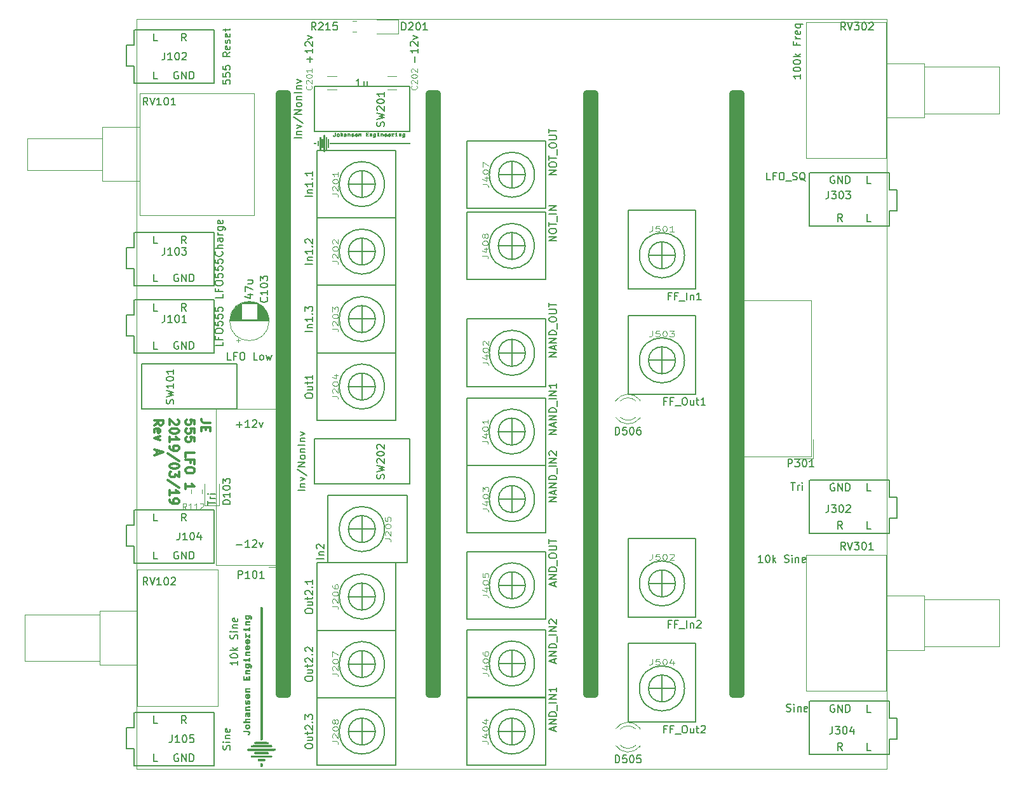
<source format=gbr>
%TF.GenerationSoftware,KiCad,Pcbnew,(5.1.0)-1*%
%TF.CreationDate,2019-04-22T15:03:31+02:00*%
%TF.ProjectId,Kicad_LFO_1,4b696361-645f-44c4-964f-5f312e6b6963,Rev A*%
%TF.SameCoordinates,Original*%
%TF.FileFunction,Legend,Top*%
%TF.FilePolarity,Positive*%
%FSLAX46Y46*%
G04 Gerber Fmt 4.6, Leading zero omitted, Abs format (unit mm)*
G04 Created by KiCad (PCBNEW (5.1.0)-1) date 2019-04-22 15:03:31*
%MOMM*%
%LPD*%
G04 APERTURE LIST*
%ADD10C,1.000000*%
%ADD11C,0.150000*%
%ADD12C,0.300000*%
%ADD13C,0.050000*%
%ADD14C,0.010000*%
%ADD15C,0.120000*%
%ADD16C,0.100000*%
%ADD17C,0.125000*%
G04 APERTURE END LIST*
D10*
X111000000Y-60000000D02*
X111000000Y-140000000D01*
X110000000Y-140000000D02*
X111000000Y-140000000D01*
X110000000Y-60000000D02*
X111000000Y-60000000D01*
X110000000Y-140000000D02*
X110000000Y-60000000D01*
D11*
X87071428Y-55714285D02*
X87071428Y-54952380D01*
X87452380Y-53952380D02*
X87452380Y-54523809D01*
X87452380Y-54238095D02*
X86452380Y-54238095D01*
X86595238Y-54333333D01*
X86690476Y-54428571D01*
X86738095Y-54523809D01*
X86547619Y-53571428D02*
X86500000Y-53523809D01*
X86452380Y-53428571D01*
X86452380Y-53190476D01*
X86500000Y-53095238D01*
X86547619Y-53047619D01*
X86642857Y-53000000D01*
X86738095Y-53000000D01*
X86880952Y-53047619D01*
X87452380Y-53619047D01*
X87452380Y-53000000D01*
X86785714Y-52666666D02*
X87452380Y-52428571D01*
X86785714Y-52190476D01*
X73071428Y-55714285D02*
X73071428Y-54952380D01*
X73452380Y-55333333D02*
X72690476Y-55333333D01*
X73452380Y-53952380D02*
X73452380Y-54523809D01*
X73452380Y-54238095D02*
X72452380Y-54238095D01*
X72595238Y-54333333D01*
X72690476Y-54428571D01*
X72738095Y-54523809D01*
X72547619Y-53571428D02*
X72500000Y-53523809D01*
X72452380Y-53428571D01*
X72452380Y-53190476D01*
X72500000Y-53095238D01*
X72547619Y-53047619D01*
X72642857Y-53000000D01*
X72738095Y-53000000D01*
X72880952Y-53047619D01*
X73452380Y-53619047D01*
X73452380Y-53000000D01*
X72785714Y-52666666D02*
X73452380Y-52428571D01*
X72785714Y-52190476D01*
X63285714Y-104071428D02*
X64047619Y-104071428D01*
X63666666Y-104452380D02*
X63666666Y-103690476D01*
X65047619Y-104452380D02*
X64476190Y-104452380D01*
X64761904Y-104452380D02*
X64761904Y-103452380D01*
X64666666Y-103595238D01*
X64571428Y-103690476D01*
X64476190Y-103738095D01*
X65428571Y-103547619D02*
X65476190Y-103500000D01*
X65571428Y-103452380D01*
X65809523Y-103452380D01*
X65904761Y-103500000D01*
X65952380Y-103547619D01*
X66000000Y-103642857D01*
X66000000Y-103738095D01*
X65952380Y-103880952D01*
X65380952Y-104452380D01*
X66000000Y-104452380D01*
X66333333Y-103785714D02*
X66571428Y-104452380D01*
X66809523Y-103785714D01*
X63285714Y-120071428D02*
X64047619Y-120071428D01*
X65047619Y-120452380D02*
X64476190Y-120452380D01*
X64761904Y-120452380D02*
X64761904Y-119452380D01*
X64666666Y-119595238D01*
X64571428Y-119690476D01*
X64476190Y-119738095D01*
X65428571Y-119547619D02*
X65476190Y-119500000D01*
X65571428Y-119452380D01*
X65809523Y-119452380D01*
X65904761Y-119500000D01*
X65952380Y-119547619D01*
X66000000Y-119642857D01*
X66000000Y-119738095D01*
X65952380Y-119880952D01*
X65380952Y-120452380D01*
X66000000Y-120452380D01*
X66333333Y-119785714D02*
X66571428Y-120452380D01*
X66809523Y-119785714D01*
D10*
X129500000Y-140000000D02*
X130500000Y-140000000D01*
X130500000Y-60000000D02*
X130500000Y-140000000D01*
X129500000Y-60000000D02*
X130500000Y-60000000D01*
X129500000Y-140000000D02*
X129500000Y-60000000D01*
X90000000Y-60000000D02*
X90000000Y-140000000D01*
X89000000Y-60000000D02*
X90000000Y-60000000D01*
X89000000Y-140000000D02*
X90000000Y-140000000D01*
X89000000Y-140000000D02*
X89000000Y-60000000D01*
D12*
X59807142Y-103823571D02*
X58950000Y-103823571D01*
X58778571Y-103766428D01*
X58664285Y-103652142D01*
X58607142Y-103480714D01*
X58607142Y-103366428D01*
X59235714Y-104395000D02*
X59235714Y-104795000D01*
X58607142Y-104966428D02*
X58607142Y-104395000D01*
X59807142Y-104395000D01*
X59807142Y-104966428D01*
X57707142Y-104052142D02*
X57707142Y-103480714D01*
X57135714Y-103423571D01*
X57192857Y-103480714D01*
X57250000Y-103595000D01*
X57250000Y-103880714D01*
X57192857Y-103995000D01*
X57135714Y-104052142D01*
X57021428Y-104109285D01*
X56735714Y-104109285D01*
X56621428Y-104052142D01*
X56564285Y-103995000D01*
X56507142Y-103880714D01*
X56507142Y-103595000D01*
X56564285Y-103480714D01*
X56621428Y-103423571D01*
X57707142Y-105195000D02*
X57707142Y-104623571D01*
X57135714Y-104566428D01*
X57192857Y-104623571D01*
X57250000Y-104737857D01*
X57250000Y-105023571D01*
X57192857Y-105137857D01*
X57135714Y-105195000D01*
X57021428Y-105252142D01*
X56735714Y-105252142D01*
X56621428Y-105195000D01*
X56564285Y-105137857D01*
X56507142Y-105023571D01*
X56507142Y-104737857D01*
X56564285Y-104623571D01*
X56621428Y-104566428D01*
X57707142Y-106337857D02*
X57707142Y-105766428D01*
X57135714Y-105709285D01*
X57192857Y-105766428D01*
X57250000Y-105880714D01*
X57250000Y-106166428D01*
X57192857Y-106280714D01*
X57135714Y-106337857D01*
X57021428Y-106395000D01*
X56735714Y-106395000D01*
X56621428Y-106337857D01*
X56564285Y-106280714D01*
X56507142Y-106166428D01*
X56507142Y-105880714D01*
X56564285Y-105766428D01*
X56621428Y-105709285D01*
X56507142Y-108395000D02*
X56507142Y-107823571D01*
X57707142Y-107823571D01*
X57135714Y-109195000D02*
X57135714Y-108795000D01*
X56507142Y-108795000D02*
X57707142Y-108795000D01*
X57707142Y-109366428D01*
X57707142Y-110052142D02*
X57707142Y-110280714D01*
X57650000Y-110395000D01*
X57535714Y-110509285D01*
X57307142Y-110566428D01*
X56907142Y-110566428D01*
X56678571Y-110509285D01*
X56564285Y-110395000D01*
X56507142Y-110280714D01*
X56507142Y-110052142D01*
X56564285Y-109937857D01*
X56678571Y-109823571D01*
X56907142Y-109766428D01*
X57307142Y-109766428D01*
X57535714Y-109823571D01*
X57650000Y-109937857D01*
X57707142Y-110052142D01*
X56507142Y-112623571D02*
X56507142Y-111937857D01*
X56507142Y-112280714D02*
X57707142Y-112280714D01*
X57535714Y-112166428D01*
X57421428Y-112052142D01*
X57364285Y-111937857D01*
X55492857Y-103423571D02*
X55550000Y-103480714D01*
X55607142Y-103595000D01*
X55607142Y-103880714D01*
X55550000Y-103995000D01*
X55492857Y-104052142D01*
X55378571Y-104109285D01*
X55264285Y-104109285D01*
X55092857Y-104052142D01*
X54407142Y-103366428D01*
X54407142Y-104109285D01*
X55607142Y-104852142D02*
X55607142Y-104966428D01*
X55550000Y-105080714D01*
X55492857Y-105137857D01*
X55378571Y-105195000D01*
X55150000Y-105252142D01*
X54864285Y-105252142D01*
X54635714Y-105195000D01*
X54521428Y-105137857D01*
X54464285Y-105080714D01*
X54407142Y-104966428D01*
X54407142Y-104852142D01*
X54464285Y-104737857D01*
X54521428Y-104680714D01*
X54635714Y-104623571D01*
X54864285Y-104566428D01*
X55150000Y-104566428D01*
X55378571Y-104623571D01*
X55492857Y-104680714D01*
X55550000Y-104737857D01*
X55607142Y-104852142D01*
X54407142Y-106395000D02*
X54407142Y-105709285D01*
X54407142Y-106052142D02*
X55607142Y-106052142D01*
X55435714Y-105937857D01*
X55321428Y-105823571D01*
X55264285Y-105709285D01*
X54407142Y-106966428D02*
X54407142Y-107195000D01*
X54464285Y-107309285D01*
X54521428Y-107366428D01*
X54692857Y-107480714D01*
X54921428Y-107537857D01*
X55378571Y-107537857D01*
X55492857Y-107480714D01*
X55550000Y-107423571D01*
X55607142Y-107309285D01*
X55607142Y-107080714D01*
X55550000Y-106966428D01*
X55492857Y-106909285D01*
X55378571Y-106852142D01*
X55092857Y-106852142D01*
X54978571Y-106909285D01*
X54921428Y-106966428D01*
X54864285Y-107080714D01*
X54864285Y-107309285D01*
X54921428Y-107423571D01*
X54978571Y-107480714D01*
X55092857Y-107537857D01*
X55664285Y-108909285D02*
X54121428Y-107880714D01*
X55607142Y-109537857D02*
X55607142Y-109652142D01*
X55550000Y-109766428D01*
X55492857Y-109823571D01*
X55378571Y-109880714D01*
X55150000Y-109937857D01*
X54864285Y-109937857D01*
X54635714Y-109880714D01*
X54521428Y-109823571D01*
X54464285Y-109766428D01*
X54407142Y-109652142D01*
X54407142Y-109537857D01*
X54464285Y-109423571D01*
X54521428Y-109366428D01*
X54635714Y-109309285D01*
X54864285Y-109252142D01*
X55150000Y-109252142D01*
X55378571Y-109309285D01*
X55492857Y-109366428D01*
X55550000Y-109423571D01*
X55607142Y-109537857D01*
X55607142Y-110337857D02*
X55607142Y-111080714D01*
X55150000Y-110680714D01*
X55150000Y-110852142D01*
X55092857Y-110966428D01*
X55035714Y-111023571D01*
X54921428Y-111080714D01*
X54635714Y-111080714D01*
X54521428Y-111023571D01*
X54464285Y-110966428D01*
X54407142Y-110852142D01*
X54407142Y-110509285D01*
X54464285Y-110395000D01*
X54521428Y-110337857D01*
X55664285Y-112452142D02*
X54121428Y-111423571D01*
X54407142Y-113480714D02*
X54407142Y-112795000D01*
X54407142Y-113137857D02*
X55607142Y-113137857D01*
X55435714Y-113023571D01*
X55321428Y-112909285D01*
X55264285Y-112795000D01*
X54407142Y-114052142D02*
X54407142Y-114280714D01*
X54464285Y-114395000D01*
X54521428Y-114452142D01*
X54692857Y-114566428D01*
X54921428Y-114623571D01*
X55378571Y-114623571D01*
X55492857Y-114566428D01*
X55550000Y-114509285D01*
X55607142Y-114395000D01*
X55607142Y-114166428D01*
X55550000Y-114052142D01*
X55492857Y-113995000D01*
X55378571Y-113937857D01*
X55092857Y-113937857D01*
X54978571Y-113995000D01*
X54921428Y-114052142D01*
X54864285Y-114166428D01*
X54864285Y-114395000D01*
X54921428Y-114509285D01*
X54978571Y-114566428D01*
X55092857Y-114623571D01*
X52307142Y-104166428D02*
X52878571Y-103766428D01*
X52307142Y-103480714D02*
X53507142Y-103480714D01*
X53507142Y-103937857D01*
X53450000Y-104052142D01*
X53392857Y-104109285D01*
X53278571Y-104166428D01*
X53107142Y-104166428D01*
X52992857Y-104109285D01*
X52935714Y-104052142D01*
X52878571Y-103937857D01*
X52878571Y-103480714D01*
X52364285Y-105137857D02*
X52307142Y-105023571D01*
X52307142Y-104795000D01*
X52364285Y-104680714D01*
X52478571Y-104623571D01*
X52935714Y-104623571D01*
X53050000Y-104680714D01*
X53107142Y-104795000D01*
X53107142Y-105023571D01*
X53050000Y-105137857D01*
X52935714Y-105195000D01*
X52821428Y-105195000D01*
X52707142Y-104623571D01*
X53107142Y-105595000D02*
X52307142Y-105880714D01*
X53107142Y-106166428D01*
X52650000Y-107480714D02*
X52650000Y-108052142D01*
X52307142Y-107366428D02*
X53507142Y-107766428D01*
X52307142Y-108166428D01*
D10*
X69000000Y-60000000D02*
X70000000Y-60000000D01*
X69000000Y-140000000D02*
X69000000Y-60000000D01*
X69000000Y-140000000D02*
X70000000Y-140000000D01*
X70000000Y-60000000D02*
X70000000Y-140000000D01*
D13*
X150000000Y-50000000D02*
X50000000Y-50000000D01*
X150000000Y-150000000D02*
X150000000Y-50000000D01*
X50000000Y-150000000D02*
X150000000Y-150000000D01*
X50000000Y-50000000D02*
X50000000Y-150000000D01*
D14*
G36*
X84632960Y-65219840D02*
G01*
X84541520Y-65219840D01*
X84541520Y-65118240D01*
X84632960Y-65118240D01*
X84632960Y-65219840D01*
X84632960Y-65219840D01*
G37*
X84632960Y-65219840D02*
X84541520Y-65219840D01*
X84541520Y-65118240D01*
X84632960Y-65118240D01*
X84632960Y-65219840D01*
G36*
X82194560Y-65219840D02*
G01*
X82103120Y-65219840D01*
X82103120Y-65118240D01*
X82194560Y-65118240D01*
X82194560Y-65219840D01*
X82194560Y-65219840D01*
G37*
X82194560Y-65219840D02*
X82103120Y-65219840D01*
X82103120Y-65118240D01*
X82194560Y-65118240D01*
X82194560Y-65219840D01*
G36*
X85150491Y-65253854D02*
G01*
X85178556Y-65267299D01*
X85194139Y-65279941D01*
X85227320Y-65309562D01*
X85230591Y-65462821D01*
X85233863Y-65616080D01*
X85151120Y-65616080D01*
X85151120Y-65484725D01*
X85150651Y-65427854D01*
X85149003Y-65387901D01*
X85145806Y-65361483D01*
X85140696Y-65345216D01*
X85135154Y-65337405D01*
X85108229Y-65323179D01*
X85076448Y-65324699D01*
X85045201Y-65340163D01*
X85019881Y-65367771D01*
X85014449Y-65377723D01*
X85005541Y-65407045D01*
X85000404Y-65450903D01*
X84998720Y-65512040D01*
X84998720Y-65616080D01*
X84917440Y-65616080D01*
X84917440Y-65260480D01*
X84958080Y-65260480D01*
X84984153Y-65261714D01*
X84995745Y-65268225D01*
X84998664Y-65284225D01*
X84998720Y-65289944D01*
X84998720Y-65319408D01*
X85033264Y-65284864D01*
X85059014Y-65262590D01*
X85083452Y-65252547D01*
X85114383Y-65250320D01*
X85150491Y-65253854D01*
X85150491Y-65253854D01*
G37*
X85150491Y-65253854D02*
X85178556Y-65267299D01*
X85194139Y-65279941D01*
X85227320Y-65309562D01*
X85230591Y-65462821D01*
X85233863Y-65616080D01*
X85151120Y-65616080D01*
X85151120Y-65484725D01*
X85150651Y-65427854D01*
X85149003Y-65387901D01*
X85145806Y-65361483D01*
X85140696Y-65345216D01*
X85135154Y-65337405D01*
X85108229Y-65323179D01*
X85076448Y-65324699D01*
X85045201Y-65340163D01*
X85019881Y-65367771D01*
X85014449Y-65377723D01*
X85005541Y-65407045D01*
X85000404Y-65450903D01*
X84998720Y-65512040D01*
X84998720Y-65616080D01*
X84917440Y-65616080D01*
X84917440Y-65260480D01*
X84958080Y-65260480D01*
X84984153Y-65261714D01*
X84995745Y-65268225D01*
X84998664Y-65284225D01*
X84998720Y-65289944D01*
X84998720Y-65319408D01*
X85033264Y-65284864D01*
X85059014Y-65262590D01*
X85083452Y-65252547D01*
X85114383Y-65250320D01*
X85150491Y-65253854D01*
G36*
X84632960Y-65544960D02*
G01*
X84673600Y-65544960D01*
X84699620Y-65546036D01*
X84711183Y-65552683D01*
X84714149Y-65570027D01*
X84714240Y-65580520D01*
X84714240Y-65616080D01*
X84470400Y-65616080D01*
X84470400Y-65580520D01*
X84471972Y-65556686D01*
X84480846Y-65546912D01*
X84503253Y-65544964D01*
X84505960Y-65544960D01*
X84541520Y-65544960D01*
X84541520Y-65331600D01*
X84505960Y-65331600D01*
X84482126Y-65330027D01*
X84472352Y-65321153D01*
X84470404Y-65298746D01*
X84470400Y-65296040D01*
X84470400Y-65260480D01*
X84632960Y-65260480D01*
X84632960Y-65544960D01*
X84632960Y-65544960D01*
G37*
X84632960Y-65544960D02*
X84673600Y-65544960D01*
X84699620Y-65546036D01*
X84711183Y-65552683D01*
X84714149Y-65570027D01*
X84714240Y-65580520D01*
X84714240Y-65616080D01*
X84470400Y-65616080D01*
X84470400Y-65580520D01*
X84471972Y-65556686D01*
X84480846Y-65546912D01*
X84503253Y-65544964D01*
X84505960Y-65544960D01*
X84541520Y-65544960D01*
X84541520Y-65331600D01*
X84505960Y-65331600D01*
X84482126Y-65330027D01*
X84472352Y-65321153D01*
X84470404Y-65298746D01*
X84470400Y-65296040D01*
X84470400Y-65260480D01*
X84632960Y-65260480D01*
X84632960Y-65544960D01*
G36*
X84266959Y-65252730D02*
G01*
X84286813Y-65260708D01*
X84292013Y-65276744D01*
X84286490Y-65299704D01*
X84277969Y-65320105D01*
X84266886Y-65328385D01*
X84246075Y-65328032D01*
X84232280Y-65326085D01*
X84183293Y-65326513D01*
X84140182Y-65341432D01*
X84108085Y-65368703D01*
X84100234Y-65381095D01*
X84090144Y-65413261D01*
X84084838Y-65458188D01*
X84084320Y-65478415D01*
X84084320Y-65544960D01*
X84124960Y-65544960D01*
X84150980Y-65546036D01*
X84162543Y-65552683D01*
X84165509Y-65570027D01*
X84165600Y-65580520D01*
X84165600Y-65616080D01*
X83921760Y-65616080D01*
X83921760Y-65580520D01*
X83922990Y-65557752D01*
X83930586Y-65547634D01*
X83950408Y-65545039D01*
X83962400Y-65544960D01*
X84003040Y-65544960D01*
X84003040Y-65321440D01*
X83962400Y-65321440D01*
X83936341Y-65320236D01*
X83924757Y-65313713D01*
X83921824Y-65297504D01*
X83921760Y-65290960D01*
X83921760Y-65260480D01*
X84084320Y-65260480D01*
X84084320Y-65326312D01*
X84110715Y-65297846D01*
X84145970Y-65268615D01*
X84186996Y-65253772D01*
X84229761Y-65250475D01*
X84266959Y-65252730D01*
X84266959Y-65252730D01*
G37*
X84266959Y-65252730D02*
X84286813Y-65260708D01*
X84292013Y-65276744D01*
X84286490Y-65299704D01*
X84277969Y-65320105D01*
X84266886Y-65328385D01*
X84246075Y-65328032D01*
X84232280Y-65326085D01*
X84183293Y-65326513D01*
X84140182Y-65341432D01*
X84108085Y-65368703D01*
X84100234Y-65381095D01*
X84090144Y-65413261D01*
X84084838Y-65458188D01*
X84084320Y-65478415D01*
X84084320Y-65544960D01*
X84124960Y-65544960D01*
X84150980Y-65546036D01*
X84162543Y-65552683D01*
X84165509Y-65570027D01*
X84165600Y-65580520D01*
X84165600Y-65616080D01*
X83921760Y-65616080D01*
X83921760Y-65580520D01*
X83922990Y-65557752D01*
X83930586Y-65547634D01*
X83950408Y-65545039D01*
X83962400Y-65544960D01*
X84003040Y-65544960D01*
X84003040Y-65321440D01*
X83962400Y-65321440D01*
X83936341Y-65320236D01*
X83924757Y-65313713D01*
X83921824Y-65297504D01*
X83921760Y-65290960D01*
X83921760Y-65260480D01*
X84084320Y-65260480D01*
X84084320Y-65326312D01*
X84110715Y-65297846D01*
X84145970Y-65268615D01*
X84186996Y-65253772D01*
X84229761Y-65250475D01*
X84266959Y-65252730D01*
G36*
X82712091Y-65253854D02*
G01*
X82740156Y-65267299D01*
X82755739Y-65279941D01*
X82788920Y-65309562D01*
X82792191Y-65462821D01*
X82795463Y-65616080D01*
X82712720Y-65616080D01*
X82712720Y-65484725D01*
X82712251Y-65427854D01*
X82710603Y-65387901D01*
X82707406Y-65361483D01*
X82702296Y-65345216D01*
X82696754Y-65337405D01*
X82669829Y-65323179D01*
X82638048Y-65324699D01*
X82606801Y-65340163D01*
X82581481Y-65367771D01*
X82576049Y-65377723D01*
X82567141Y-65407045D01*
X82562004Y-65450903D01*
X82560320Y-65512040D01*
X82560320Y-65616080D01*
X82479040Y-65616080D01*
X82479040Y-65260480D01*
X82519680Y-65260480D01*
X82545753Y-65261714D01*
X82557345Y-65268225D01*
X82560264Y-65284225D01*
X82560320Y-65289944D01*
X82560320Y-65319408D01*
X82594864Y-65284864D01*
X82620614Y-65262590D01*
X82645052Y-65252547D01*
X82675983Y-65250320D01*
X82712091Y-65253854D01*
X82712091Y-65253854D01*
G37*
X82712091Y-65253854D02*
X82740156Y-65267299D01*
X82755739Y-65279941D01*
X82788920Y-65309562D01*
X82792191Y-65462821D01*
X82795463Y-65616080D01*
X82712720Y-65616080D01*
X82712720Y-65484725D01*
X82712251Y-65427854D01*
X82710603Y-65387901D01*
X82707406Y-65361483D01*
X82702296Y-65345216D01*
X82696754Y-65337405D01*
X82669829Y-65323179D01*
X82638048Y-65324699D01*
X82606801Y-65340163D01*
X82581481Y-65367771D01*
X82576049Y-65377723D01*
X82567141Y-65407045D01*
X82562004Y-65450903D01*
X82560320Y-65512040D01*
X82560320Y-65616080D01*
X82479040Y-65616080D01*
X82479040Y-65260480D01*
X82519680Y-65260480D01*
X82545753Y-65261714D01*
X82557345Y-65268225D01*
X82560264Y-65284225D01*
X82560320Y-65289944D01*
X82560320Y-65319408D01*
X82594864Y-65284864D01*
X82620614Y-65262590D01*
X82645052Y-65252547D01*
X82675983Y-65250320D01*
X82712091Y-65253854D01*
G36*
X82194560Y-65544960D02*
G01*
X82235200Y-65544960D01*
X82261220Y-65546036D01*
X82272783Y-65552683D01*
X82275749Y-65570027D01*
X82275840Y-65580520D01*
X82275840Y-65616080D01*
X82032000Y-65616080D01*
X82032000Y-65580520D01*
X82033572Y-65556686D01*
X82042446Y-65546912D01*
X82064853Y-65544964D01*
X82067560Y-65544960D01*
X82103120Y-65544960D01*
X82103120Y-65331600D01*
X82067560Y-65331600D01*
X82043726Y-65330027D01*
X82033952Y-65321153D01*
X82032004Y-65298746D01*
X82032000Y-65296040D01*
X82032000Y-65260480D01*
X82194560Y-65260480D01*
X82194560Y-65544960D01*
X82194560Y-65544960D01*
G37*
X82194560Y-65544960D02*
X82235200Y-65544960D01*
X82261220Y-65546036D01*
X82272783Y-65552683D01*
X82275749Y-65570027D01*
X82275840Y-65580520D01*
X82275840Y-65616080D01*
X82032000Y-65616080D01*
X82032000Y-65580520D01*
X82033572Y-65556686D01*
X82042446Y-65546912D01*
X82064853Y-65544964D01*
X82067560Y-65544960D01*
X82103120Y-65544960D01*
X82103120Y-65331600D01*
X82067560Y-65331600D01*
X82043726Y-65330027D01*
X82033952Y-65321153D01*
X82032004Y-65298746D01*
X82032000Y-65296040D01*
X82032000Y-65260480D01*
X82194560Y-65260480D01*
X82194560Y-65544960D01*
G36*
X81249051Y-65253854D02*
G01*
X81277116Y-65267299D01*
X81292699Y-65279941D01*
X81325880Y-65309562D01*
X81329151Y-65462821D01*
X81332423Y-65616080D01*
X81249680Y-65616080D01*
X81249680Y-65484725D01*
X81249211Y-65427854D01*
X81247563Y-65387901D01*
X81244366Y-65361483D01*
X81239256Y-65345216D01*
X81233714Y-65337405D01*
X81206789Y-65323179D01*
X81175008Y-65324699D01*
X81143761Y-65340163D01*
X81118441Y-65367771D01*
X81113009Y-65377723D01*
X81104101Y-65407045D01*
X81098964Y-65450903D01*
X81097280Y-65512040D01*
X81097280Y-65616080D01*
X81016000Y-65616080D01*
X81016000Y-65260480D01*
X81056640Y-65260480D01*
X81082713Y-65261714D01*
X81094305Y-65268225D01*
X81097224Y-65284225D01*
X81097280Y-65289944D01*
X81097280Y-65319408D01*
X81131824Y-65284864D01*
X81157574Y-65262590D01*
X81182012Y-65252547D01*
X81212943Y-65250320D01*
X81249051Y-65253854D01*
X81249051Y-65253854D01*
G37*
X81249051Y-65253854D02*
X81277116Y-65267299D01*
X81292699Y-65279941D01*
X81325880Y-65309562D01*
X81329151Y-65462821D01*
X81332423Y-65616080D01*
X81249680Y-65616080D01*
X81249680Y-65484725D01*
X81249211Y-65427854D01*
X81247563Y-65387901D01*
X81244366Y-65361483D01*
X81239256Y-65345216D01*
X81233714Y-65337405D01*
X81206789Y-65323179D01*
X81175008Y-65324699D01*
X81143761Y-65340163D01*
X81118441Y-65367771D01*
X81113009Y-65377723D01*
X81104101Y-65407045D01*
X81098964Y-65450903D01*
X81097280Y-65512040D01*
X81097280Y-65616080D01*
X81016000Y-65616080D01*
X81016000Y-65260480D01*
X81056640Y-65260480D01*
X81082713Y-65261714D01*
X81094305Y-65268225D01*
X81097224Y-65284225D01*
X81097280Y-65289944D01*
X81097280Y-65319408D01*
X81131824Y-65284864D01*
X81157574Y-65262590D01*
X81182012Y-65252547D01*
X81212943Y-65250320D01*
X81249051Y-65253854D01*
G36*
X80843280Y-65189360D02*
G01*
X80609600Y-65189360D01*
X80609600Y-65331600D01*
X80792480Y-65331600D01*
X80792480Y-65402720D01*
X80609600Y-65402720D01*
X80609600Y-65544960D01*
X80843280Y-65544960D01*
X80843280Y-65616080D01*
X80528320Y-65616080D01*
X80528320Y-65118240D01*
X80843280Y-65118240D01*
X80843280Y-65189360D01*
X80843280Y-65189360D01*
G37*
X80843280Y-65189360D02*
X80609600Y-65189360D01*
X80609600Y-65331600D01*
X80792480Y-65331600D01*
X80792480Y-65402720D01*
X80609600Y-65402720D01*
X80609600Y-65544960D01*
X80843280Y-65544960D01*
X80843280Y-65616080D01*
X80528320Y-65616080D01*
X80528320Y-65118240D01*
X80843280Y-65118240D01*
X80843280Y-65189360D01*
G36*
X79796171Y-65253854D02*
G01*
X79824236Y-65267299D01*
X79839819Y-65279941D01*
X79873000Y-65309562D01*
X79876271Y-65462821D01*
X79879543Y-65616080D01*
X79796800Y-65616080D01*
X79796800Y-65484725D01*
X79796331Y-65427854D01*
X79794683Y-65387901D01*
X79791486Y-65361483D01*
X79786376Y-65345216D01*
X79780834Y-65337405D01*
X79753909Y-65323179D01*
X79722128Y-65324699D01*
X79690881Y-65340163D01*
X79665561Y-65367771D01*
X79660129Y-65377723D01*
X79651221Y-65407045D01*
X79646084Y-65450903D01*
X79644400Y-65512040D01*
X79644400Y-65616080D01*
X79563120Y-65616080D01*
X79563120Y-65260480D01*
X79603760Y-65260480D01*
X79629833Y-65261714D01*
X79641425Y-65268225D01*
X79644344Y-65284225D01*
X79644400Y-65289944D01*
X79644400Y-65319408D01*
X79678944Y-65284864D01*
X79704694Y-65262590D01*
X79729132Y-65252547D01*
X79760063Y-65250320D01*
X79796171Y-65253854D01*
X79796171Y-65253854D01*
G37*
X79796171Y-65253854D02*
X79824236Y-65267299D01*
X79839819Y-65279941D01*
X79873000Y-65309562D01*
X79876271Y-65462821D01*
X79879543Y-65616080D01*
X79796800Y-65616080D01*
X79796800Y-65484725D01*
X79796331Y-65427854D01*
X79794683Y-65387901D01*
X79791486Y-65361483D01*
X79786376Y-65345216D01*
X79780834Y-65337405D01*
X79753909Y-65323179D01*
X79722128Y-65324699D01*
X79690881Y-65340163D01*
X79665561Y-65367771D01*
X79660129Y-65377723D01*
X79651221Y-65407045D01*
X79646084Y-65450903D01*
X79644400Y-65512040D01*
X79644400Y-65616080D01*
X79563120Y-65616080D01*
X79563120Y-65260480D01*
X79603760Y-65260480D01*
X79629833Y-65261714D01*
X79641425Y-65268225D01*
X79644344Y-65284225D01*
X79644400Y-65289944D01*
X79644400Y-65319408D01*
X79678944Y-65284864D01*
X79704694Y-65262590D01*
X79729132Y-65252547D01*
X79760063Y-65250320D01*
X79796171Y-65253854D01*
G36*
X78333131Y-65253854D02*
G01*
X78361196Y-65267299D01*
X78376779Y-65279941D01*
X78409960Y-65309562D01*
X78413231Y-65462821D01*
X78416503Y-65616080D01*
X78333760Y-65616080D01*
X78333760Y-65484725D01*
X78333291Y-65427854D01*
X78331643Y-65387901D01*
X78328446Y-65361483D01*
X78323336Y-65345216D01*
X78317794Y-65337405D01*
X78290869Y-65323179D01*
X78259088Y-65324699D01*
X78227841Y-65340163D01*
X78202521Y-65367771D01*
X78197089Y-65377723D01*
X78188181Y-65407045D01*
X78183044Y-65450903D01*
X78181360Y-65512040D01*
X78181360Y-65616080D01*
X78100080Y-65616080D01*
X78100080Y-65260480D01*
X78140720Y-65260480D01*
X78166793Y-65261714D01*
X78178385Y-65268225D01*
X78181304Y-65284225D01*
X78181360Y-65289944D01*
X78181360Y-65319408D01*
X78215904Y-65284864D01*
X78241654Y-65262590D01*
X78266092Y-65252547D01*
X78297023Y-65250320D01*
X78333131Y-65253854D01*
X78333131Y-65253854D01*
G37*
X78333131Y-65253854D02*
X78361196Y-65267299D01*
X78376779Y-65279941D01*
X78409960Y-65309562D01*
X78413231Y-65462821D01*
X78416503Y-65616080D01*
X78333760Y-65616080D01*
X78333760Y-65484725D01*
X78333291Y-65427854D01*
X78331643Y-65387901D01*
X78328446Y-65361483D01*
X78323336Y-65345216D01*
X78317794Y-65337405D01*
X78290869Y-65323179D01*
X78259088Y-65324699D01*
X78227841Y-65340163D01*
X78202521Y-65367771D01*
X78197089Y-65377723D01*
X78188181Y-65407045D01*
X78183044Y-65450903D01*
X78181360Y-65512040D01*
X78181360Y-65616080D01*
X78100080Y-65616080D01*
X78100080Y-65260480D01*
X78140720Y-65260480D01*
X78166793Y-65261714D01*
X78178385Y-65268225D01*
X78181304Y-65284225D01*
X78181360Y-65289944D01*
X78181360Y-65319408D01*
X78215904Y-65284864D01*
X78241654Y-65262590D01*
X78266092Y-65252547D01*
X78297023Y-65250320D01*
X78333131Y-65253854D01*
G36*
X77206000Y-65321760D02*
G01*
X77234543Y-65289814D01*
X77258088Y-65268480D01*
X77285181Y-65257324D01*
X77314372Y-65252941D01*
X77347154Y-65251314D01*
X77369447Y-65256256D01*
X77390738Y-65270627D01*
X77400129Y-65278788D01*
X77434600Y-65309562D01*
X77437871Y-65462821D01*
X77441143Y-65616080D01*
X77358400Y-65616080D01*
X77358400Y-65484725D01*
X77357931Y-65427854D01*
X77356283Y-65387901D01*
X77353086Y-65361483D01*
X77347976Y-65345216D01*
X77342434Y-65337405D01*
X77315509Y-65323179D01*
X77283728Y-65324699D01*
X77252481Y-65340163D01*
X77227161Y-65367771D01*
X77221729Y-65377723D01*
X77212821Y-65407045D01*
X77207684Y-65450903D01*
X77206000Y-65512040D01*
X77206000Y-65616080D01*
X77124720Y-65616080D01*
X77124720Y-65118240D01*
X77206000Y-65118240D01*
X77206000Y-65321760D01*
X77206000Y-65321760D01*
G37*
X77206000Y-65321760D02*
X77234543Y-65289814D01*
X77258088Y-65268480D01*
X77285181Y-65257324D01*
X77314372Y-65252941D01*
X77347154Y-65251314D01*
X77369447Y-65256256D01*
X77390738Y-65270627D01*
X77400129Y-65278788D01*
X77434600Y-65309562D01*
X77437871Y-65462821D01*
X77441143Y-65616080D01*
X77358400Y-65616080D01*
X77358400Y-65484725D01*
X77357931Y-65427854D01*
X77356283Y-65387901D01*
X77353086Y-65361483D01*
X77347976Y-65345216D01*
X77342434Y-65337405D01*
X77315509Y-65323179D01*
X77283728Y-65324699D01*
X77252481Y-65340163D01*
X77227161Y-65367771D01*
X77221729Y-65377723D01*
X77212821Y-65407045D01*
X77207684Y-65450903D01*
X77206000Y-65512040D01*
X77206000Y-65616080D01*
X77124720Y-65616080D01*
X77124720Y-65118240D01*
X77206000Y-65118240D01*
X77206000Y-65321760D01*
G36*
X83664330Y-65256630D02*
G01*
X83713665Y-65276393D01*
X83746015Y-65302489D01*
X83773889Y-65344035D01*
X83795385Y-65398785D01*
X83804092Y-65435740D01*
X83810920Y-65473840D01*
X83505635Y-65473840D01*
X83516985Y-65498750D01*
X83537612Y-65523423D01*
X83570894Y-65543174D01*
X83609184Y-65553976D01*
X83623575Y-65554896D01*
X83650965Y-65550499D01*
X83684569Y-65539763D01*
X83695443Y-65535188D01*
X83738367Y-65515703D01*
X83779235Y-65567659D01*
X83754034Y-65587482D01*
X83707753Y-65612228D01*
X83651573Y-65624520D01*
X83592064Y-65623805D01*
X83535801Y-65609527D01*
X83528731Y-65606494D01*
X83483269Y-65575529D01*
X83450444Y-65532194D01*
X83431172Y-65480717D01*
X83426365Y-65425323D01*
X83433768Y-65386748D01*
X83515177Y-65386748D01*
X83523892Y-65395913D01*
X83549269Y-65400828D01*
X83592846Y-65402621D01*
X83611880Y-65402720D01*
X83659310Y-65402002D01*
X83689299Y-65399585D01*
X83704684Y-65395074D01*
X83708400Y-65389251D01*
X83701519Y-65373716D01*
X83684702Y-65353582D01*
X83682181Y-65351151D01*
X83654441Y-65332894D01*
X83618947Y-65326628D01*
X83611880Y-65326520D01*
X83574265Y-65331161D01*
X83545907Y-65347266D01*
X83541578Y-65351151D01*
X83521585Y-65372203D01*
X83515177Y-65386748D01*
X83433768Y-65386748D01*
X83436937Y-65370240D01*
X83463802Y-65319694D01*
X83466098Y-65316711D01*
X83505770Y-65281330D01*
X83555372Y-65259353D01*
X83609896Y-65251035D01*
X83664330Y-65256630D01*
X83664330Y-65256630D01*
G37*
X83664330Y-65256630D02*
X83713665Y-65276393D01*
X83746015Y-65302489D01*
X83773889Y-65344035D01*
X83795385Y-65398785D01*
X83804092Y-65435740D01*
X83810920Y-65473840D01*
X83505635Y-65473840D01*
X83516985Y-65498750D01*
X83537612Y-65523423D01*
X83570894Y-65543174D01*
X83609184Y-65553976D01*
X83623575Y-65554896D01*
X83650965Y-65550499D01*
X83684569Y-65539763D01*
X83695443Y-65535188D01*
X83738367Y-65515703D01*
X83779235Y-65567659D01*
X83754034Y-65587482D01*
X83707753Y-65612228D01*
X83651573Y-65624520D01*
X83592064Y-65623805D01*
X83535801Y-65609527D01*
X83528731Y-65606494D01*
X83483269Y-65575529D01*
X83450444Y-65532194D01*
X83431172Y-65480717D01*
X83426365Y-65425323D01*
X83433768Y-65386748D01*
X83515177Y-65386748D01*
X83523892Y-65395913D01*
X83549269Y-65400828D01*
X83592846Y-65402621D01*
X83611880Y-65402720D01*
X83659310Y-65402002D01*
X83689299Y-65399585D01*
X83704684Y-65395074D01*
X83708400Y-65389251D01*
X83701519Y-65373716D01*
X83684702Y-65353582D01*
X83682181Y-65351151D01*
X83654441Y-65332894D01*
X83618947Y-65326628D01*
X83611880Y-65326520D01*
X83574265Y-65331161D01*
X83545907Y-65347266D01*
X83541578Y-65351151D01*
X83521585Y-65372203D01*
X83515177Y-65386748D01*
X83433768Y-65386748D01*
X83436937Y-65370240D01*
X83463802Y-65319694D01*
X83466098Y-65316711D01*
X83505770Y-65281330D01*
X83555372Y-65259353D01*
X83609896Y-65251035D01*
X83664330Y-65256630D01*
G36*
X83176650Y-65256630D02*
G01*
X83225985Y-65276393D01*
X83258335Y-65302489D01*
X83286209Y-65344035D01*
X83307705Y-65398785D01*
X83316412Y-65435740D01*
X83323240Y-65473840D01*
X83017955Y-65473840D01*
X83029305Y-65498750D01*
X83049932Y-65523423D01*
X83083214Y-65543174D01*
X83121504Y-65553976D01*
X83135895Y-65554896D01*
X83163285Y-65550499D01*
X83196889Y-65539763D01*
X83207763Y-65535188D01*
X83250687Y-65515703D01*
X83291555Y-65567659D01*
X83266354Y-65587482D01*
X83220073Y-65612228D01*
X83163893Y-65624520D01*
X83104384Y-65623805D01*
X83048121Y-65609527D01*
X83041051Y-65606494D01*
X82995589Y-65575529D01*
X82962764Y-65532194D01*
X82943492Y-65480717D01*
X82938685Y-65425323D01*
X82946088Y-65386748D01*
X83027497Y-65386748D01*
X83036212Y-65395913D01*
X83061589Y-65400828D01*
X83105166Y-65402621D01*
X83124200Y-65402720D01*
X83171630Y-65402002D01*
X83201619Y-65399585D01*
X83217004Y-65395074D01*
X83220720Y-65389251D01*
X83213839Y-65373716D01*
X83197022Y-65353582D01*
X83194501Y-65351151D01*
X83166761Y-65332894D01*
X83131267Y-65326628D01*
X83124200Y-65326520D01*
X83086585Y-65331161D01*
X83058227Y-65347266D01*
X83053898Y-65351151D01*
X83033905Y-65372203D01*
X83027497Y-65386748D01*
X82946088Y-65386748D01*
X82949257Y-65370240D01*
X82976122Y-65319694D01*
X82978418Y-65316711D01*
X83018090Y-65281330D01*
X83067692Y-65259353D01*
X83122216Y-65251035D01*
X83176650Y-65256630D01*
X83176650Y-65256630D01*
G37*
X83176650Y-65256630D02*
X83225985Y-65276393D01*
X83258335Y-65302489D01*
X83286209Y-65344035D01*
X83307705Y-65398785D01*
X83316412Y-65435740D01*
X83323240Y-65473840D01*
X83017955Y-65473840D01*
X83029305Y-65498750D01*
X83049932Y-65523423D01*
X83083214Y-65543174D01*
X83121504Y-65553976D01*
X83135895Y-65554896D01*
X83163285Y-65550499D01*
X83196889Y-65539763D01*
X83207763Y-65535188D01*
X83250687Y-65515703D01*
X83291555Y-65567659D01*
X83266354Y-65587482D01*
X83220073Y-65612228D01*
X83163893Y-65624520D01*
X83104384Y-65623805D01*
X83048121Y-65609527D01*
X83041051Y-65606494D01*
X82995589Y-65575529D01*
X82962764Y-65532194D01*
X82943492Y-65480717D01*
X82938685Y-65425323D01*
X82946088Y-65386748D01*
X83027497Y-65386748D01*
X83036212Y-65395913D01*
X83061589Y-65400828D01*
X83105166Y-65402621D01*
X83124200Y-65402720D01*
X83171630Y-65402002D01*
X83201619Y-65399585D01*
X83217004Y-65395074D01*
X83220720Y-65389251D01*
X83213839Y-65373716D01*
X83197022Y-65353582D01*
X83194501Y-65351151D01*
X83166761Y-65332894D01*
X83131267Y-65326628D01*
X83124200Y-65326520D01*
X83086585Y-65331161D01*
X83058227Y-65347266D01*
X83053898Y-65351151D01*
X83033905Y-65372203D01*
X83027497Y-65386748D01*
X82946088Y-65386748D01*
X82949257Y-65370240D01*
X82976122Y-65319694D01*
X82978418Y-65316711D01*
X83018090Y-65281330D01*
X83067692Y-65259353D01*
X83122216Y-65251035D01*
X83176650Y-65256630D01*
G36*
X79285370Y-65256630D02*
G01*
X79334705Y-65276393D01*
X79367055Y-65302489D01*
X79394929Y-65344035D01*
X79416425Y-65398785D01*
X79425132Y-65435740D01*
X79431960Y-65473840D01*
X79126675Y-65473840D01*
X79138025Y-65498750D01*
X79158652Y-65523423D01*
X79191934Y-65543174D01*
X79230224Y-65553976D01*
X79244615Y-65554896D01*
X79272005Y-65550499D01*
X79305609Y-65539763D01*
X79316483Y-65535188D01*
X79359407Y-65515703D01*
X79400275Y-65567659D01*
X79375074Y-65587482D01*
X79328793Y-65612228D01*
X79272613Y-65624520D01*
X79213104Y-65623805D01*
X79156841Y-65609527D01*
X79149771Y-65606494D01*
X79104309Y-65575529D01*
X79071484Y-65532194D01*
X79052212Y-65480717D01*
X79047405Y-65425323D01*
X79054808Y-65386748D01*
X79136217Y-65386748D01*
X79144932Y-65395913D01*
X79170309Y-65400828D01*
X79213886Y-65402621D01*
X79232920Y-65402720D01*
X79280350Y-65402002D01*
X79310339Y-65399585D01*
X79325724Y-65395074D01*
X79329440Y-65389251D01*
X79322559Y-65373716D01*
X79305742Y-65353582D01*
X79303221Y-65351151D01*
X79275481Y-65332894D01*
X79239987Y-65326628D01*
X79232920Y-65326520D01*
X79195305Y-65331161D01*
X79166947Y-65347266D01*
X79162618Y-65351151D01*
X79142625Y-65372203D01*
X79136217Y-65386748D01*
X79054808Y-65386748D01*
X79057977Y-65370240D01*
X79084842Y-65319694D01*
X79087138Y-65316711D01*
X79126810Y-65281330D01*
X79176412Y-65259353D01*
X79230936Y-65251035D01*
X79285370Y-65256630D01*
X79285370Y-65256630D01*
G37*
X79285370Y-65256630D02*
X79334705Y-65276393D01*
X79367055Y-65302489D01*
X79394929Y-65344035D01*
X79416425Y-65398785D01*
X79425132Y-65435740D01*
X79431960Y-65473840D01*
X79126675Y-65473840D01*
X79138025Y-65498750D01*
X79158652Y-65523423D01*
X79191934Y-65543174D01*
X79230224Y-65553976D01*
X79244615Y-65554896D01*
X79272005Y-65550499D01*
X79305609Y-65539763D01*
X79316483Y-65535188D01*
X79359407Y-65515703D01*
X79400275Y-65567659D01*
X79375074Y-65587482D01*
X79328793Y-65612228D01*
X79272613Y-65624520D01*
X79213104Y-65623805D01*
X79156841Y-65609527D01*
X79149771Y-65606494D01*
X79104309Y-65575529D01*
X79071484Y-65532194D01*
X79052212Y-65480717D01*
X79047405Y-65425323D01*
X79054808Y-65386748D01*
X79136217Y-65386748D01*
X79144932Y-65395913D01*
X79170309Y-65400828D01*
X79213886Y-65402621D01*
X79232920Y-65402720D01*
X79280350Y-65402002D01*
X79310339Y-65399585D01*
X79325724Y-65395074D01*
X79329440Y-65389251D01*
X79322559Y-65373716D01*
X79305742Y-65353582D01*
X79303221Y-65351151D01*
X79275481Y-65332894D01*
X79239987Y-65326628D01*
X79232920Y-65326520D01*
X79195305Y-65331161D01*
X79166947Y-65347266D01*
X79162618Y-65351151D01*
X79142625Y-65372203D01*
X79136217Y-65386748D01*
X79054808Y-65386748D01*
X79057977Y-65370240D01*
X79084842Y-65319694D01*
X79087138Y-65316711D01*
X79126810Y-65281330D01*
X79176412Y-65259353D01*
X79230936Y-65251035D01*
X79285370Y-65256630D01*
G36*
X78800506Y-65255509D02*
G01*
X78844672Y-65266423D01*
X78876737Y-65282486D01*
X78880391Y-65285569D01*
X78887267Y-65302401D01*
X78883415Y-65323186D01*
X78872237Y-65340526D01*
X78857135Y-65347027D01*
X78852650Y-65345890D01*
X78812028Y-65332962D01*
X78768197Y-65326008D01*
X78726187Y-65324969D01*
X78691032Y-65329788D01*
X78667763Y-65340405D01*
X78662076Y-65348083D01*
X78660058Y-65361564D01*
X78667616Y-65372226D01*
X78687509Y-65381426D01*
X78722496Y-65390522D01*
X78765785Y-65399115D01*
X78826829Y-65413559D01*
X78869835Y-65431741D01*
X78896978Y-65455326D01*
X78910436Y-65485983D01*
X78912880Y-65511782D01*
X78903796Y-65552389D01*
X78878423Y-65585130D01*
X78839580Y-65609052D01*
X78790085Y-65623203D01*
X78732757Y-65626631D01*
X78670415Y-65618385D01*
X78630740Y-65607081D01*
X78600136Y-65595825D01*
X78577999Y-65586416D01*
X78570952Y-65582339D01*
X78570201Y-65569700D01*
X78576702Y-65547203D01*
X78577787Y-65544507D01*
X78584934Y-65528423D01*
X78592816Y-65520056D01*
X78605962Y-65519189D01*
X78628903Y-65525606D01*
X78666170Y-65539091D01*
X78669040Y-65540149D01*
X78728530Y-65552684D01*
X78763618Y-65552416D01*
X78805429Y-65544558D01*
X78828079Y-65532049D01*
X78831565Y-65517006D01*
X78815887Y-65501545D01*
X78781042Y-65487784D01*
X78763674Y-65483626D01*
X78707574Y-65471528D01*
X78667641Y-65461547D01*
X78640026Y-65452309D01*
X78620879Y-65442443D01*
X78606349Y-65430574D01*
X78601869Y-65425940D01*
X78581125Y-65390807D01*
X78578289Y-65352968D01*
X78591997Y-65316158D01*
X78620883Y-65284113D01*
X78662081Y-65261126D01*
X78702543Y-65252114D01*
X78750907Y-65250490D01*
X78800506Y-65255509D01*
X78800506Y-65255509D01*
G37*
X78800506Y-65255509D02*
X78844672Y-65266423D01*
X78876737Y-65282486D01*
X78880391Y-65285569D01*
X78887267Y-65302401D01*
X78883415Y-65323186D01*
X78872237Y-65340526D01*
X78857135Y-65347027D01*
X78852650Y-65345890D01*
X78812028Y-65332962D01*
X78768197Y-65326008D01*
X78726187Y-65324969D01*
X78691032Y-65329788D01*
X78667763Y-65340405D01*
X78662076Y-65348083D01*
X78660058Y-65361564D01*
X78667616Y-65372226D01*
X78687509Y-65381426D01*
X78722496Y-65390522D01*
X78765785Y-65399115D01*
X78826829Y-65413559D01*
X78869835Y-65431741D01*
X78896978Y-65455326D01*
X78910436Y-65485983D01*
X78912880Y-65511782D01*
X78903796Y-65552389D01*
X78878423Y-65585130D01*
X78839580Y-65609052D01*
X78790085Y-65623203D01*
X78732757Y-65626631D01*
X78670415Y-65618385D01*
X78630740Y-65607081D01*
X78600136Y-65595825D01*
X78577999Y-65586416D01*
X78570952Y-65582339D01*
X78570201Y-65569700D01*
X78576702Y-65547203D01*
X78577787Y-65544507D01*
X78584934Y-65528423D01*
X78592816Y-65520056D01*
X78605962Y-65519189D01*
X78628903Y-65525606D01*
X78666170Y-65539091D01*
X78669040Y-65540149D01*
X78728530Y-65552684D01*
X78763618Y-65552416D01*
X78805429Y-65544558D01*
X78828079Y-65532049D01*
X78831565Y-65517006D01*
X78815887Y-65501545D01*
X78781042Y-65487784D01*
X78763674Y-65483626D01*
X78707574Y-65471528D01*
X78667641Y-65461547D01*
X78640026Y-65452309D01*
X78620879Y-65442443D01*
X78606349Y-65430574D01*
X78601869Y-65425940D01*
X78581125Y-65390807D01*
X78578289Y-65352968D01*
X78591997Y-65316158D01*
X78620883Y-65284113D01*
X78662081Y-65261126D01*
X78702543Y-65252114D01*
X78750907Y-65250490D01*
X78800506Y-65255509D01*
G36*
X77848208Y-65265166D02*
G01*
X77891175Y-65291315D01*
X77905334Y-65306338D01*
X77914188Y-65319166D01*
X77920301Y-65333784D01*
X77924174Y-65354029D01*
X77926307Y-65383740D01*
X77927201Y-65426752D01*
X77927360Y-65475210D01*
X77927360Y-65616080D01*
X77886720Y-65616080D01*
X77860172Y-65614402D01*
X77848430Y-65607552D01*
X77846080Y-65595455D01*
X77845142Y-65582649D01*
X77839099Y-65581344D01*
X77823103Y-65591841D01*
X77815628Y-65597345D01*
X77778595Y-65615219D01*
X77726580Y-65624091D01*
X77724379Y-65624256D01*
X77689674Y-65625977D01*
X77667363Y-65623151D01*
X77649621Y-65613237D01*
X77628620Y-65593692D01*
X77627831Y-65592903D01*
X77604434Y-65565635D01*
X77593968Y-65540445D01*
X77592080Y-65517411D01*
X77594984Y-65503750D01*
X77674935Y-65503750D01*
X77679306Y-65530683D01*
X77699780Y-65547503D01*
X77734059Y-65552720D01*
X77748680Y-65551557D01*
X77782387Y-65542980D01*
X77812052Y-65528791D01*
X77814720Y-65526919D01*
X77834544Y-65504707D01*
X77844214Y-65480455D01*
X77844846Y-65464318D01*
X77838365Y-65456480D01*
X77819814Y-65454083D01*
X77798494Y-65454093D01*
X77744334Y-65458804D01*
X77704306Y-65470951D01*
X77680526Y-65489683D01*
X77674935Y-65503750D01*
X77594984Y-65503750D01*
X77601255Y-65474260D01*
X77628303Y-65439800D01*
X77672504Y-65414519D01*
X77733142Y-65398904D01*
X77772947Y-65394631D01*
X77811103Y-65391668D01*
X77833030Y-65387964D01*
X77842804Y-65382030D01*
X77844503Y-65372380D01*
X77844067Y-65368669D01*
X77833462Y-65348746D01*
X77813702Y-65332247D01*
X77789709Y-65324511D01*
X77756729Y-65324535D01*
X77711525Y-65332626D01*
X77657519Y-65347118D01*
X77639493Y-65346784D01*
X77626197Y-65330279D01*
X77624370Y-65326436D01*
X77616826Y-65305220D01*
X77619853Y-65290823D01*
X77636475Y-65279285D01*
X77669714Y-65266642D01*
X77670101Y-65266511D01*
X77733726Y-65252096D01*
X77794410Y-65251870D01*
X77848208Y-65265166D01*
X77848208Y-65265166D01*
G37*
X77848208Y-65265166D02*
X77891175Y-65291315D01*
X77905334Y-65306338D01*
X77914188Y-65319166D01*
X77920301Y-65333784D01*
X77924174Y-65354029D01*
X77926307Y-65383740D01*
X77927201Y-65426752D01*
X77927360Y-65475210D01*
X77927360Y-65616080D01*
X77886720Y-65616080D01*
X77860172Y-65614402D01*
X77848430Y-65607552D01*
X77846080Y-65595455D01*
X77845142Y-65582649D01*
X77839099Y-65581344D01*
X77823103Y-65591841D01*
X77815628Y-65597345D01*
X77778595Y-65615219D01*
X77726580Y-65624091D01*
X77724379Y-65624256D01*
X77689674Y-65625977D01*
X77667363Y-65623151D01*
X77649621Y-65613237D01*
X77628620Y-65593692D01*
X77627831Y-65592903D01*
X77604434Y-65565635D01*
X77593968Y-65540445D01*
X77592080Y-65517411D01*
X77594984Y-65503750D01*
X77674935Y-65503750D01*
X77679306Y-65530683D01*
X77699780Y-65547503D01*
X77734059Y-65552720D01*
X77748680Y-65551557D01*
X77782387Y-65542980D01*
X77812052Y-65528791D01*
X77814720Y-65526919D01*
X77834544Y-65504707D01*
X77844214Y-65480455D01*
X77844846Y-65464318D01*
X77838365Y-65456480D01*
X77819814Y-65454083D01*
X77798494Y-65454093D01*
X77744334Y-65458804D01*
X77704306Y-65470951D01*
X77680526Y-65489683D01*
X77674935Y-65503750D01*
X77594984Y-65503750D01*
X77601255Y-65474260D01*
X77628303Y-65439800D01*
X77672504Y-65414519D01*
X77733142Y-65398904D01*
X77772947Y-65394631D01*
X77811103Y-65391668D01*
X77833030Y-65387964D01*
X77842804Y-65382030D01*
X77844503Y-65372380D01*
X77844067Y-65368669D01*
X77833462Y-65348746D01*
X77813702Y-65332247D01*
X77789709Y-65324511D01*
X77756729Y-65324535D01*
X77711525Y-65332626D01*
X77657519Y-65347118D01*
X77639493Y-65346784D01*
X77626197Y-65330279D01*
X77624370Y-65326436D01*
X77616826Y-65305220D01*
X77619853Y-65290823D01*
X77636475Y-65279285D01*
X77669714Y-65266642D01*
X77670101Y-65266511D01*
X77733726Y-65252096D01*
X77794410Y-65251870D01*
X77848208Y-65265166D01*
G36*
X76857413Y-65259300D02*
G01*
X76909179Y-65284821D01*
X76948689Y-65324756D01*
X76973828Y-65376978D01*
X76982480Y-65438280D01*
X76973597Y-65500757D01*
X76948273Y-65552712D01*
X76908495Y-65592185D01*
X76856249Y-65617217D01*
X76793520Y-65625849D01*
X76792306Y-65625842D01*
X76755661Y-65622671D01*
X76722112Y-65615203D01*
X76713240Y-65611897D01*
X76667542Y-65581171D01*
X76633853Y-65537413D01*
X76613669Y-65484980D01*
X76609240Y-65436491D01*
X76690951Y-65436491D01*
X76696709Y-65477066D01*
X76714735Y-65512253D01*
X76743342Y-65538218D01*
X76780848Y-65551130D01*
X76809213Y-65550706D01*
X76841214Y-65539649D01*
X76869718Y-65520095D01*
X76870173Y-65519644D01*
X76886135Y-65499756D01*
X76893923Y-65476526D01*
X76896110Y-65441898D01*
X76896120Y-65438280D01*
X76894396Y-65402846D01*
X76887346Y-65379207D01*
X76872148Y-65358993D01*
X76867949Y-65354690D01*
X76843676Y-65335560D01*
X76816037Y-65327568D01*
X76793409Y-65326520D01*
X76760522Y-65329120D01*
X76738338Y-65339362D01*
X76722973Y-65354500D01*
X76699144Y-65394358D01*
X76690951Y-65436491D01*
X76609240Y-65436491D01*
X76608484Y-65428226D01*
X76619794Y-65371510D01*
X76625762Y-65357000D01*
X76658364Y-65305386D01*
X76701115Y-65271095D01*
X76755249Y-65253351D01*
X76795507Y-65250320D01*
X76857413Y-65259300D01*
X76857413Y-65259300D01*
G37*
X76857413Y-65259300D02*
X76909179Y-65284821D01*
X76948689Y-65324756D01*
X76973828Y-65376978D01*
X76982480Y-65438280D01*
X76973597Y-65500757D01*
X76948273Y-65552712D01*
X76908495Y-65592185D01*
X76856249Y-65617217D01*
X76793520Y-65625849D01*
X76792306Y-65625842D01*
X76755661Y-65622671D01*
X76722112Y-65615203D01*
X76713240Y-65611897D01*
X76667542Y-65581171D01*
X76633853Y-65537413D01*
X76613669Y-65484980D01*
X76609240Y-65436491D01*
X76690951Y-65436491D01*
X76696709Y-65477066D01*
X76714735Y-65512253D01*
X76743342Y-65538218D01*
X76780848Y-65551130D01*
X76809213Y-65550706D01*
X76841214Y-65539649D01*
X76869718Y-65520095D01*
X76870173Y-65519644D01*
X76886135Y-65499756D01*
X76893923Y-65476526D01*
X76896110Y-65441898D01*
X76896120Y-65438280D01*
X76894396Y-65402846D01*
X76887346Y-65379207D01*
X76872148Y-65358993D01*
X76867949Y-65354690D01*
X76843676Y-65335560D01*
X76816037Y-65327568D01*
X76793409Y-65326520D01*
X76760522Y-65329120D01*
X76738338Y-65339362D01*
X76722973Y-65354500D01*
X76699144Y-65394358D01*
X76690951Y-65436491D01*
X76609240Y-65436491D01*
X76608484Y-65428226D01*
X76619794Y-65371510D01*
X76625762Y-65357000D01*
X76658364Y-65305386D01*
X76701115Y-65271095D01*
X76755249Y-65253351D01*
X76795507Y-65250320D01*
X76857413Y-65259300D01*
G36*
X76464320Y-65309127D02*
G01*
X76464165Y-65376756D01*
X76463483Y-65427482D01*
X76461942Y-65464720D01*
X76459211Y-65491884D01*
X76454960Y-65512390D01*
X76448859Y-65529655D01*
X76441460Y-65545347D01*
X76411798Y-65587317D01*
X76383040Y-65608444D01*
X76341072Y-65621314D01*
X76291412Y-65625102D01*
X76244761Y-65619359D01*
X76230645Y-65614825D01*
X76191290Y-65590572D01*
X76156712Y-65554091D01*
X76143314Y-65532764D01*
X76131550Y-65506113D01*
X76132782Y-65490123D01*
X76148656Y-65478602D01*
X76158906Y-65474094D01*
X76188403Y-65467032D01*
X76206065Y-65474231D01*
X76210320Y-65488776D01*
X76218585Y-65506148D01*
X76238950Y-65526255D01*
X76264770Y-65543990D01*
X76289400Y-65554243D01*
X76296628Y-65555120D01*
X76323501Y-65553217D01*
X76344230Y-65545995D01*
X76359591Y-65531182D01*
X76370357Y-65506507D01*
X76377303Y-65469698D01*
X76381203Y-65418483D01*
X76382831Y-65350590D01*
X76383040Y-65301624D01*
X76383040Y-65118240D01*
X76464320Y-65118240D01*
X76464320Y-65309127D01*
X76464320Y-65309127D01*
G37*
X76464320Y-65309127D02*
X76464165Y-65376756D01*
X76463483Y-65427482D01*
X76461942Y-65464720D01*
X76459211Y-65491884D01*
X76454960Y-65512390D01*
X76448859Y-65529655D01*
X76441460Y-65545347D01*
X76411798Y-65587317D01*
X76383040Y-65608444D01*
X76341072Y-65621314D01*
X76291412Y-65625102D01*
X76244761Y-65619359D01*
X76230645Y-65614825D01*
X76191290Y-65590572D01*
X76156712Y-65554091D01*
X76143314Y-65532764D01*
X76131550Y-65506113D01*
X76132782Y-65490123D01*
X76148656Y-65478602D01*
X76158906Y-65474094D01*
X76188403Y-65467032D01*
X76206065Y-65474231D01*
X76210320Y-65488776D01*
X76218585Y-65506148D01*
X76238950Y-65526255D01*
X76264770Y-65543990D01*
X76289400Y-65554243D01*
X76296628Y-65555120D01*
X76323501Y-65553217D01*
X76344230Y-65545995D01*
X76359591Y-65531182D01*
X76370357Y-65506507D01*
X76377303Y-65469698D01*
X76381203Y-65418483D01*
X76382831Y-65350590D01*
X76383040Y-65301624D01*
X76383040Y-65118240D01*
X76464320Y-65118240D01*
X76464320Y-65309127D01*
G36*
X85585979Y-65256363D02*
G01*
X85608824Y-65265820D01*
X85629356Y-65273767D01*
X85638685Y-65271810D01*
X85638800Y-65270900D01*
X85647812Y-65264375D01*
X85670328Y-65260745D01*
X85679440Y-65260480D01*
X85720080Y-65260480D01*
X85720080Y-65462177D01*
X85719972Y-65531355D01*
X85719447Y-65583324D01*
X85718201Y-65621198D01*
X85715930Y-65648087D01*
X85712330Y-65667103D01*
X85707097Y-65681359D01*
X85699928Y-65693966D01*
X85697017Y-65698397D01*
X85660692Y-65735355D01*
X85612190Y-65759064D01*
X85555511Y-65768571D01*
X85494653Y-65762925D01*
X85463443Y-65753958D01*
X85426942Y-65737936D01*
X85402842Y-65721181D01*
X85394960Y-65707401D01*
X85400748Y-65694516D01*
X85412764Y-65677623D01*
X85430568Y-65655636D01*
X85480216Y-65677598D01*
X85529207Y-65692500D01*
X85572590Y-65693017D01*
X85607335Y-65680263D01*
X85630414Y-65655349D01*
X85638799Y-65619390D01*
X85638800Y-65619324D01*
X85638800Y-65585078D01*
X85608824Y-65600579D01*
X85560369Y-65615625D01*
X85512794Y-65612605D01*
X85468913Y-65593679D01*
X85431536Y-65561009D01*
X85403475Y-65516756D01*
X85387543Y-65463082D01*
X85385046Y-65429555D01*
X85466636Y-65429555D01*
X85471870Y-65470402D01*
X85490041Y-65506673D01*
X85517998Y-65531286D01*
X85548516Y-65540007D01*
X85584957Y-65539014D01*
X85616767Y-65529039D01*
X85624466Y-65523887D01*
X85632108Y-65507467D01*
X85637048Y-65477345D01*
X85639229Y-65439883D01*
X85638596Y-65401442D01*
X85635093Y-65368384D01*
X85628665Y-65347071D01*
X85626043Y-65343820D01*
X85593507Y-65328291D01*
X85554137Y-65325281D01*
X85526363Y-65331880D01*
X85494102Y-65355060D01*
X85474120Y-65389363D01*
X85466636Y-65429555D01*
X85385046Y-65429555D01*
X85384967Y-65428507D01*
X85393258Y-65372417D01*
X85415708Y-65324327D01*
X85449261Y-65286455D01*
X85490860Y-65261023D01*
X85537452Y-65250252D01*
X85585979Y-65256363D01*
X85585979Y-65256363D01*
G37*
X85585979Y-65256363D02*
X85608824Y-65265820D01*
X85629356Y-65273767D01*
X85638685Y-65271810D01*
X85638800Y-65270900D01*
X85647812Y-65264375D01*
X85670328Y-65260745D01*
X85679440Y-65260480D01*
X85720080Y-65260480D01*
X85720080Y-65462177D01*
X85719972Y-65531355D01*
X85719447Y-65583324D01*
X85718201Y-65621198D01*
X85715930Y-65648087D01*
X85712330Y-65667103D01*
X85707097Y-65681359D01*
X85699928Y-65693966D01*
X85697017Y-65698397D01*
X85660692Y-65735355D01*
X85612190Y-65759064D01*
X85555511Y-65768571D01*
X85494653Y-65762925D01*
X85463443Y-65753958D01*
X85426942Y-65737936D01*
X85402842Y-65721181D01*
X85394960Y-65707401D01*
X85400748Y-65694516D01*
X85412764Y-65677623D01*
X85430568Y-65655636D01*
X85480216Y-65677598D01*
X85529207Y-65692500D01*
X85572590Y-65693017D01*
X85607335Y-65680263D01*
X85630414Y-65655349D01*
X85638799Y-65619390D01*
X85638800Y-65619324D01*
X85638800Y-65585078D01*
X85608824Y-65600579D01*
X85560369Y-65615625D01*
X85512794Y-65612605D01*
X85468913Y-65593679D01*
X85431536Y-65561009D01*
X85403475Y-65516756D01*
X85387543Y-65463082D01*
X85385046Y-65429555D01*
X85466636Y-65429555D01*
X85471870Y-65470402D01*
X85490041Y-65506673D01*
X85517998Y-65531286D01*
X85548516Y-65540007D01*
X85584957Y-65539014D01*
X85616767Y-65529039D01*
X85624466Y-65523887D01*
X85632108Y-65507467D01*
X85637048Y-65477345D01*
X85639229Y-65439883D01*
X85638596Y-65401442D01*
X85635093Y-65368384D01*
X85628665Y-65347071D01*
X85626043Y-65343820D01*
X85593507Y-65328291D01*
X85554137Y-65325281D01*
X85526363Y-65331880D01*
X85494102Y-65355060D01*
X85474120Y-65389363D01*
X85466636Y-65429555D01*
X85385046Y-65429555D01*
X85384967Y-65428507D01*
X85393258Y-65372417D01*
X85415708Y-65324327D01*
X85449261Y-65286455D01*
X85490860Y-65261023D01*
X85537452Y-65250252D01*
X85585979Y-65256363D01*
G36*
X81684539Y-65256363D02*
G01*
X81707384Y-65265820D01*
X81727916Y-65273767D01*
X81737245Y-65271810D01*
X81737360Y-65270900D01*
X81746372Y-65264375D01*
X81768888Y-65260745D01*
X81778000Y-65260480D01*
X81818640Y-65260480D01*
X81818640Y-65462177D01*
X81818532Y-65531355D01*
X81818007Y-65583324D01*
X81816761Y-65621198D01*
X81814490Y-65648087D01*
X81810890Y-65667103D01*
X81805657Y-65681359D01*
X81798488Y-65693966D01*
X81795577Y-65698397D01*
X81759252Y-65735355D01*
X81710750Y-65759064D01*
X81654071Y-65768571D01*
X81593213Y-65762925D01*
X81562003Y-65753958D01*
X81525502Y-65737936D01*
X81501402Y-65721181D01*
X81493520Y-65707401D01*
X81499308Y-65694516D01*
X81511324Y-65677623D01*
X81529128Y-65655636D01*
X81578776Y-65677598D01*
X81627767Y-65692500D01*
X81671150Y-65693017D01*
X81705895Y-65680263D01*
X81728974Y-65655349D01*
X81737359Y-65619390D01*
X81737360Y-65619324D01*
X81737360Y-65585078D01*
X81707384Y-65600579D01*
X81658929Y-65615625D01*
X81611354Y-65612605D01*
X81567473Y-65593679D01*
X81530096Y-65561009D01*
X81502035Y-65516756D01*
X81486103Y-65463082D01*
X81483606Y-65429555D01*
X81565196Y-65429555D01*
X81570430Y-65470402D01*
X81588601Y-65506673D01*
X81616558Y-65531286D01*
X81647076Y-65540007D01*
X81683517Y-65539014D01*
X81715327Y-65529039D01*
X81723026Y-65523887D01*
X81730668Y-65507467D01*
X81735608Y-65477345D01*
X81737789Y-65439883D01*
X81737156Y-65401442D01*
X81733653Y-65368384D01*
X81727225Y-65347071D01*
X81724603Y-65343820D01*
X81692067Y-65328291D01*
X81652697Y-65325281D01*
X81624923Y-65331880D01*
X81592662Y-65355060D01*
X81572680Y-65389363D01*
X81565196Y-65429555D01*
X81483606Y-65429555D01*
X81483527Y-65428507D01*
X81491818Y-65372417D01*
X81514268Y-65324327D01*
X81547821Y-65286455D01*
X81589420Y-65261023D01*
X81636012Y-65250252D01*
X81684539Y-65256363D01*
X81684539Y-65256363D01*
G37*
X81684539Y-65256363D02*
X81707384Y-65265820D01*
X81727916Y-65273767D01*
X81737245Y-65271810D01*
X81737360Y-65270900D01*
X81746372Y-65264375D01*
X81768888Y-65260745D01*
X81778000Y-65260480D01*
X81818640Y-65260480D01*
X81818640Y-65462177D01*
X81818532Y-65531355D01*
X81818007Y-65583324D01*
X81816761Y-65621198D01*
X81814490Y-65648087D01*
X81810890Y-65667103D01*
X81805657Y-65681359D01*
X81798488Y-65693966D01*
X81795577Y-65698397D01*
X81759252Y-65735355D01*
X81710750Y-65759064D01*
X81654071Y-65768571D01*
X81593213Y-65762925D01*
X81562003Y-65753958D01*
X81525502Y-65737936D01*
X81501402Y-65721181D01*
X81493520Y-65707401D01*
X81499308Y-65694516D01*
X81511324Y-65677623D01*
X81529128Y-65655636D01*
X81578776Y-65677598D01*
X81627767Y-65692500D01*
X81671150Y-65693017D01*
X81705895Y-65680263D01*
X81728974Y-65655349D01*
X81737359Y-65619390D01*
X81737360Y-65619324D01*
X81737360Y-65585078D01*
X81707384Y-65600579D01*
X81658929Y-65615625D01*
X81611354Y-65612605D01*
X81567473Y-65593679D01*
X81530096Y-65561009D01*
X81502035Y-65516756D01*
X81486103Y-65463082D01*
X81483606Y-65429555D01*
X81565196Y-65429555D01*
X81570430Y-65470402D01*
X81588601Y-65506673D01*
X81616558Y-65531286D01*
X81647076Y-65540007D01*
X81683517Y-65539014D01*
X81715327Y-65529039D01*
X81723026Y-65523887D01*
X81730668Y-65507467D01*
X81735608Y-65477345D01*
X81737789Y-65439883D01*
X81737156Y-65401442D01*
X81733653Y-65368384D01*
X81727225Y-65347071D01*
X81724603Y-65343820D01*
X81692067Y-65328291D01*
X81652697Y-65325281D01*
X81624923Y-65331880D01*
X81592662Y-65355060D01*
X81572680Y-65389363D01*
X81565196Y-65429555D01*
X81483606Y-65429555D01*
X81483527Y-65428507D01*
X81491818Y-65372417D01*
X81514268Y-65324327D01*
X81547821Y-65286455D01*
X81589420Y-65261023D01*
X81636012Y-65250252D01*
X81684539Y-65256363D01*
G36*
X86348228Y-66493034D02*
G01*
X86366917Y-66525749D01*
X86368317Y-66561449D01*
X86352511Y-66593839D01*
X86346805Y-66599828D01*
X86323290Y-66621920D01*
X75774914Y-66621920D01*
X75753857Y-66595149D01*
X75739015Y-66569657D01*
X75732800Y-66545818D01*
X75732800Y-66545720D01*
X75738955Y-66521923D01*
X75753766Y-66496406D01*
X75753857Y-66496290D01*
X75774914Y-66469520D01*
X81050526Y-66469519D01*
X86326137Y-66469519D01*
X86348228Y-66493034D01*
X86348228Y-66493034D01*
G37*
X86348228Y-66493034D02*
X86366917Y-66525749D01*
X86368317Y-66561449D01*
X86352511Y-66593839D01*
X86346805Y-66599828D01*
X86323290Y-66621920D01*
X75774914Y-66621920D01*
X75753857Y-66595149D01*
X75739015Y-66569657D01*
X75732800Y-66545818D01*
X75732800Y-66545720D01*
X75738955Y-66521923D01*
X75753766Y-66496406D01*
X75753857Y-66496290D01*
X75774914Y-66469520D01*
X81050526Y-66469519D01*
X86326137Y-66469519D01*
X86348228Y-66493034D01*
G36*
X73795234Y-66471513D02*
G01*
X73833681Y-66478553D01*
X73857684Y-66492225D01*
X73870033Y-66514116D01*
X73873520Y-66545720D01*
X73870086Y-66577225D01*
X73857919Y-66599024D01*
X73834225Y-66612690D01*
X73796206Y-66619796D01*
X73741065Y-66621916D01*
X73738131Y-66621920D01*
X73692727Y-66621460D01*
X73662794Y-66619432D01*
X73643492Y-66614860D01*
X73629981Y-66606773D01*
X73621291Y-66598405D01*
X73602602Y-66565690D01*
X73601202Y-66529990D01*
X73617008Y-66497600D01*
X73622714Y-66491611D01*
X73636459Y-66480944D01*
X73653295Y-66474350D01*
X73678190Y-66470889D01*
X73716113Y-66469624D01*
X73739554Y-66469520D01*
X73795234Y-66471513D01*
X73795234Y-66471513D01*
G37*
X73795234Y-66471513D02*
X73833681Y-66478553D01*
X73857684Y-66492225D01*
X73870033Y-66514116D01*
X73873520Y-66545720D01*
X73870086Y-66577225D01*
X73857919Y-66599024D01*
X73834225Y-66612690D01*
X73796206Y-66619796D01*
X73741065Y-66621916D01*
X73738131Y-66621920D01*
X73692727Y-66621460D01*
X73662794Y-66619432D01*
X73643492Y-66614860D01*
X73629981Y-66606773D01*
X73621291Y-66598405D01*
X73602602Y-66565690D01*
X73601202Y-66529990D01*
X73617008Y-66497600D01*
X73622714Y-66491611D01*
X73636459Y-66480944D01*
X73653295Y-66474350D01*
X73678190Y-66470889D01*
X73716113Y-66469624D01*
X73739554Y-66469520D01*
X73795234Y-66471513D01*
G36*
X74163645Y-66270443D02*
G01*
X74189894Y-66285725D01*
X74197552Y-66292413D01*
X74203416Y-66300242D01*
X74207766Y-66311860D01*
X74210884Y-66329913D01*
X74213053Y-66357046D01*
X74214555Y-66395906D01*
X74215671Y-66449138D01*
X74216683Y-66519390D01*
X74216950Y-66539657D01*
X74220020Y-66774182D01*
X74194552Y-66799651D01*
X74162748Y-66820818D01*
X74130821Y-66822180D01*
X74100832Y-66803694D01*
X74098811Y-66801605D01*
X74091740Y-66793308D01*
X74086364Y-66783639D01*
X74082452Y-66769896D01*
X74079771Y-66749379D01*
X74078089Y-66719386D01*
X74077174Y-66677216D01*
X74076795Y-66620168D01*
X74076720Y-66545541D01*
X74076720Y-66544296D01*
X74076772Y-66469543D01*
X74077094Y-66412431D01*
X74077931Y-66370277D01*
X74079529Y-66340402D01*
X74082136Y-66320125D01*
X74085998Y-66306766D01*
X74091360Y-66297644D01*
X74098469Y-66290078D01*
X74100234Y-66288411D01*
X74131576Y-66269287D01*
X74163645Y-66270443D01*
X74163645Y-66270443D01*
G37*
X74163645Y-66270443D02*
X74189894Y-66285725D01*
X74197552Y-66292413D01*
X74203416Y-66300242D01*
X74207766Y-66311860D01*
X74210884Y-66329913D01*
X74213053Y-66357046D01*
X74214555Y-66395906D01*
X74215671Y-66449138D01*
X74216683Y-66519390D01*
X74216950Y-66539657D01*
X74220020Y-66774182D01*
X74194552Y-66799651D01*
X74162748Y-66820818D01*
X74130821Y-66822180D01*
X74100832Y-66803694D01*
X74098811Y-66801605D01*
X74091740Y-66793308D01*
X74086364Y-66783639D01*
X74082452Y-66769896D01*
X74079771Y-66749379D01*
X74078089Y-66719386D01*
X74077174Y-66677216D01*
X74076795Y-66620168D01*
X74076720Y-66545541D01*
X74076720Y-66544296D01*
X74076772Y-66469543D01*
X74077094Y-66412431D01*
X74077931Y-66370277D01*
X74079529Y-66340402D01*
X74082136Y-66320125D01*
X74085998Y-66306766D01*
X74091360Y-66297644D01*
X74098469Y-66290078D01*
X74100234Y-66288411D01*
X74131576Y-66269287D01*
X74163645Y-66270443D01*
G36*
X75544288Y-66007318D02*
G01*
X75549920Y-66012320D01*
X75554494Y-66017455D01*
X75558325Y-66024072D01*
X75561479Y-66033892D01*
X75564021Y-66048636D01*
X75566017Y-66070026D01*
X75567534Y-66099782D01*
X75568636Y-66139626D01*
X75569390Y-66191280D01*
X75569861Y-66256463D01*
X75570116Y-66336899D01*
X75570220Y-66434307D01*
X75570240Y-66543459D01*
X75570177Y-66660179D01*
X75569957Y-66758258D01*
X75569529Y-66839374D01*
X75568844Y-66905206D01*
X75567852Y-66957433D01*
X75566503Y-66997732D01*
X75564747Y-67027782D01*
X75562535Y-67049262D01*
X75559817Y-67063851D01*
X75556542Y-67073226D01*
X75554423Y-67076859D01*
X75530609Y-67095025D01*
X75498986Y-67099749D01*
X75467006Y-67091005D01*
X75448715Y-67077204D01*
X75444046Y-67071690D01*
X75440137Y-67064884D01*
X75436920Y-67055053D01*
X75434328Y-67040468D01*
X75432294Y-67019399D01*
X75430750Y-66990113D01*
X75429628Y-66950880D01*
X75428862Y-66899971D01*
X75428383Y-66835653D01*
X75428125Y-66756197D01*
X75428020Y-66659871D01*
X75428000Y-66545720D01*
X75428020Y-66430915D01*
X75428126Y-66334699D01*
X75428386Y-66255342D01*
X75428866Y-66191113D01*
X75429634Y-66140281D01*
X75430758Y-66101116D01*
X75432305Y-66071886D01*
X75434342Y-66050862D01*
X75436938Y-66036312D01*
X75440159Y-66026506D01*
X75444073Y-66019712D01*
X75448715Y-66014235D01*
X75478190Y-65995955D01*
X75512634Y-65993600D01*
X75544288Y-66007318D01*
X75544288Y-66007318D01*
G37*
X75544288Y-66007318D02*
X75549920Y-66012320D01*
X75554494Y-66017455D01*
X75558325Y-66024072D01*
X75561479Y-66033892D01*
X75564021Y-66048636D01*
X75566017Y-66070026D01*
X75567534Y-66099782D01*
X75568636Y-66139626D01*
X75569390Y-66191280D01*
X75569861Y-66256463D01*
X75570116Y-66336899D01*
X75570220Y-66434307D01*
X75570240Y-66543459D01*
X75570177Y-66660179D01*
X75569957Y-66758258D01*
X75569529Y-66839374D01*
X75568844Y-66905206D01*
X75567852Y-66957433D01*
X75566503Y-66997732D01*
X75564747Y-67027782D01*
X75562535Y-67049262D01*
X75559817Y-67063851D01*
X75556542Y-67073226D01*
X75554423Y-67076859D01*
X75530609Y-67095025D01*
X75498986Y-67099749D01*
X75467006Y-67091005D01*
X75448715Y-67077204D01*
X75444046Y-67071690D01*
X75440137Y-67064884D01*
X75436920Y-67055053D01*
X75434328Y-67040468D01*
X75432294Y-67019399D01*
X75430750Y-66990113D01*
X75429628Y-66950880D01*
X75428862Y-66899971D01*
X75428383Y-66835653D01*
X75428125Y-66756197D01*
X75428020Y-66659871D01*
X75428000Y-66545720D01*
X75428020Y-66430915D01*
X75428126Y-66334699D01*
X75428386Y-66255342D01*
X75428866Y-66191113D01*
X75429634Y-66140281D01*
X75430758Y-66101116D01*
X75432305Y-66071886D01*
X75434342Y-66050862D01*
X75436938Y-66036312D01*
X75440159Y-66026506D01*
X75444073Y-66019712D01*
X75448715Y-66014235D01*
X75478190Y-65995955D01*
X75512634Y-65993600D01*
X75544288Y-66007318D01*
G36*
X74731322Y-65998693D02*
G01*
X74733059Y-65999775D01*
X74740719Y-66005815D01*
X74747158Y-66013968D01*
X74752482Y-66025927D01*
X74756795Y-66043381D01*
X74760204Y-66068023D01*
X74762813Y-66101544D01*
X74764729Y-66145635D01*
X74766057Y-66201987D01*
X74766902Y-66272291D01*
X74767370Y-66358239D01*
X74767567Y-66461522D01*
X74767600Y-66553296D01*
X74767579Y-66667175D01*
X74767470Y-66762480D01*
X74767204Y-66840954D01*
X74766712Y-66904343D01*
X74765925Y-66954391D01*
X74764774Y-66992844D01*
X74763190Y-67021445D01*
X74761105Y-67041941D01*
X74758448Y-67056076D01*
X74755151Y-67065594D01*
X74751146Y-67072241D01*
X74746884Y-67077204D01*
X74718967Y-67095201D01*
X74686297Y-67099715D01*
X74656323Y-67090769D01*
X74641176Y-67076859D01*
X74637564Y-67069690D01*
X74634537Y-67058259D01*
X74632045Y-67040886D01*
X74630037Y-67015893D01*
X74628464Y-66981601D01*
X74627275Y-66936332D01*
X74626423Y-66878407D01*
X74625855Y-66806148D01*
X74625524Y-66717877D01*
X74625378Y-66611915D01*
X74625360Y-66543459D01*
X74625382Y-66428437D01*
X74625493Y-66332014D01*
X74625758Y-66252469D01*
X74626243Y-66188080D01*
X74627015Y-66137126D01*
X74628138Y-66097885D01*
X74629679Y-66068638D01*
X74631704Y-66047661D01*
X74634278Y-66033235D01*
X74637468Y-66023637D01*
X74641338Y-66017147D01*
X74645680Y-66012320D01*
X74671741Y-65997194D01*
X74703715Y-65992160D01*
X74731322Y-65998693D01*
X74731322Y-65998693D01*
G37*
X74731322Y-65998693D02*
X74733059Y-65999775D01*
X74740719Y-66005815D01*
X74747158Y-66013968D01*
X74752482Y-66025927D01*
X74756795Y-66043381D01*
X74760204Y-66068023D01*
X74762813Y-66101544D01*
X74764729Y-66145635D01*
X74766057Y-66201987D01*
X74766902Y-66272291D01*
X74767370Y-66358239D01*
X74767567Y-66461522D01*
X74767600Y-66553296D01*
X74767579Y-66667175D01*
X74767470Y-66762480D01*
X74767204Y-66840954D01*
X74766712Y-66904343D01*
X74765925Y-66954391D01*
X74764774Y-66992844D01*
X74763190Y-67021445D01*
X74761105Y-67041941D01*
X74758448Y-67056076D01*
X74755151Y-67065594D01*
X74751146Y-67072241D01*
X74746884Y-67077204D01*
X74718967Y-67095201D01*
X74686297Y-67099715D01*
X74656323Y-67090769D01*
X74641176Y-67076859D01*
X74637564Y-67069690D01*
X74634537Y-67058259D01*
X74632045Y-67040886D01*
X74630037Y-67015893D01*
X74628464Y-66981601D01*
X74627275Y-66936332D01*
X74626423Y-66878407D01*
X74625855Y-66806148D01*
X74625524Y-66717877D01*
X74625378Y-66611915D01*
X74625360Y-66543459D01*
X74625382Y-66428437D01*
X74625493Y-66332014D01*
X74625758Y-66252469D01*
X74626243Y-66188080D01*
X74627015Y-66137126D01*
X74628138Y-66097885D01*
X74629679Y-66068638D01*
X74631704Y-66047661D01*
X74634278Y-66033235D01*
X74637468Y-66023637D01*
X74641338Y-66017147D01*
X74645680Y-66012320D01*
X74671741Y-65997194D01*
X74703715Y-65992160D01*
X74731322Y-65998693D01*
G36*
X75280043Y-65722470D02*
G01*
X75297503Y-65737432D01*
X75300961Y-65742457D01*
X75303966Y-65749320D01*
X75306550Y-65759391D01*
X75308745Y-65774039D01*
X75310582Y-65794635D01*
X75312092Y-65822549D01*
X75313308Y-65859151D01*
X75314261Y-65905811D01*
X75314983Y-65963900D01*
X75315505Y-66034786D01*
X75315860Y-66119842D01*
X75316079Y-66220435D01*
X75316194Y-66337938D01*
X75316236Y-66473719D01*
X75316240Y-66547307D01*
X75316240Y-67334043D01*
X75291301Y-67358981D01*
X75260939Y-67379860D01*
X75231147Y-67380486D01*
X75200851Y-67360859D01*
X75198938Y-67358981D01*
X75174000Y-67334043D01*
X75174000Y-66547307D01*
X75174017Y-66402073D01*
X75174093Y-66275789D01*
X75174256Y-66167085D01*
X75174541Y-66074590D01*
X75174977Y-65996935D01*
X75175598Y-65932750D01*
X75176434Y-65880663D01*
X75177517Y-65839306D01*
X75178879Y-65807308D01*
X75180552Y-65783299D01*
X75182567Y-65765909D01*
X75184956Y-65753767D01*
X75187751Y-65745504D01*
X75190984Y-65739750D01*
X75192736Y-65737432D01*
X75220387Y-65717969D01*
X75245120Y-65714293D01*
X75280043Y-65722470D01*
X75280043Y-65722470D01*
G37*
X75280043Y-65722470D02*
X75297503Y-65737432D01*
X75300961Y-65742457D01*
X75303966Y-65749320D01*
X75306550Y-65759391D01*
X75308745Y-65774039D01*
X75310582Y-65794635D01*
X75312092Y-65822549D01*
X75313308Y-65859151D01*
X75314261Y-65905811D01*
X75314983Y-65963900D01*
X75315505Y-66034786D01*
X75315860Y-66119842D01*
X75316079Y-66220435D01*
X75316194Y-66337938D01*
X75316236Y-66473719D01*
X75316240Y-66547307D01*
X75316240Y-67334043D01*
X75291301Y-67358981D01*
X75260939Y-67379860D01*
X75231147Y-67380486D01*
X75200851Y-67360859D01*
X75198938Y-67358981D01*
X75174000Y-67334043D01*
X75174000Y-66547307D01*
X75174017Y-66402073D01*
X75174093Y-66275789D01*
X75174256Y-66167085D01*
X75174541Y-66074590D01*
X75174977Y-65996935D01*
X75175598Y-65932750D01*
X75176434Y-65880663D01*
X75177517Y-65839306D01*
X75178879Y-65807308D01*
X75180552Y-65783299D01*
X75182567Y-65765909D01*
X75184956Y-65753767D01*
X75187751Y-65745504D01*
X75190984Y-65739750D01*
X75192736Y-65737432D01*
X75220387Y-65717969D01*
X75245120Y-65714293D01*
X75280043Y-65722470D01*
G36*
X74445027Y-65719068D02*
G01*
X74471683Y-65734841D01*
X74486769Y-65760453D01*
X74487767Y-65774138D01*
X74488720Y-65806523D01*
X74489613Y-65855988D01*
X74490435Y-65920912D01*
X74491172Y-65999675D01*
X74491812Y-66090658D01*
X74492341Y-66192239D01*
X74492747Y-66302799D01*
X74493017Y-66420717D01*
X74493137Y-66544374D01*
X74493141Y-66558881D01*
X74493280Y-67334043D01*
X74468341Y-67358981D01*
X74439148Y-67379671D01*
X74410148Y-67380920D01*
X74377833Y-67362880D01*
X74377810Y-67362862D01*
X74351040Y-67341805D01*
X74351040Y-66554474D01*
X74351166Y-66387048D01*
X74351549Y-66239675D01*
X74352192Y-66112090D01*
X74353098Y-66004026D01*
X74354270Y-65915220D01*
X74355713Y-65845404D01*
X74357429Y-65794315D01*
X74359423Y-65761685D01*
X74361698Y-65747251D01*
X74361817Y-65747005D01*
X74383715Y-65724463D01*
X74413578Y-65715379D01*
X74445027Y-65719068D01*
X74445027Y-65719068D01*
G37*
X74445027Y-65719068D02*
X74471683Y-65734841D01*
X74486769Y-65760453D01*
X74487767Y-65774138D01*
X74488720Y-65806523D01*
X74489613Y-65855988D01*
X74490435Y-65920912D01*
X74491172Y-65999675D01*
X74491812Y-66090658D01*
X74492341Y-66192239D01*
X74492747Y-66302799D01*
X74493017Y-66420717D01*
X74493137Y-66544374D01*
X74493141Y-66558881D01*
X74493280Y-67334043D01*
X74468341Y-67358981D01*
X74439148Y-67379671D01*
X74410148Y-67380920D01*
X74377833Y-67362880D01*
X74377810Y-67362862D01*
X74351040Y-67341805D01*
X74351040Y-66554474D01*
X74351166Y-66387048D01*
X74351549Y-66239675D01*
X74352192Y-66112090D01*
X74353098Y-66004026D01*
X74354270Y-65915220D01*
X74355713Y-65845404D01*
X74357429Y-65794315D01*
X74359423Y-65761685D01*
X74361698Y-65747251D01*
X74361817Y-65747005D01*
X74383715Y-65724463D01*
X74413578Y-65715379D01*
X74445027Y-65719068D01*
G36*
X75016665Y-65455027D02*
G01*
X75020862Y-65459970D01*
X75024229Y-65464470D01*
X75027217Y-65469692D01*
X75029848Y-65476810D01*
X75032145Y-65487001D01*
X75034130Y-65501439D01*
X75035826Y-65521301D01*
X75037257Y-65547762D01*
X75038443Y-65581997D01*
X75039410Y-65625182D01*
X75040178Y-65678493D01*
X75040771Y-65743105D01*
X75041211Y-65820194D01*
X75041521Y-65910935D01*
X75041725Y-66016504D01*
X75041843Y-66138077D01*
X75041900Y-66276828D01*
X75041918Y-66433934D01*
X75041920Y-66550399D01*
X75041920Y-67614057D01*
X75018405Y-67636148D01*
X74986354Y-67654743D01*
X74952537Y-67655381D01*
X74922399Y-67638072D01*
X74920395Y-67636004D01*
X74917089Y-67632194D01*
X74914155Y-67627500D01*
X74911570Y-67620753D01*
X74909313Y-67610785D01*
X74907361Y-67596428D01*
X74905693Y-67576513D01*
X74904285Y-67549873D01*
X74903116Y-67515339D01*
X74902164Y-67471744D01*
X74901406Y-67417919D01*
X74900821Y-67352696D01*
X74900385Y-67274906D01*
X74900078Y-67183382D01*
X74899875Y-67076956D01*
X74899757Y-66954460D01*
X74899699Y-66814724D01*
X74899681Y-66656582D01*
X74899680Y-66545575D01*
X74899679Y-65477382D01*
X74923194Y-65455291D01*
X74955246Y-65436184D01*
X74987695Y-65436158D01*
X75016665Y-65455027D01*
X75016665Y-65455027D01*
G37*
X75016665Y-65455027D02*
X75020862Y-65459970D01*
X75024229Y-65464470D01*
X75027217Y-65469692D01*
X75029848Y-65476810D01*
X75032145Y-65487001D01*
X75034130Y-65501439D01*
X75035826Y-65521301D01*
X75037257Y-65547762D01*
X75038443Y-65581997D01*
X75039410Y-65625182D01*
X75040178Y-65678493D01*
X75040771Y-65743105D01*
X75041211Y-65820194D01*
X75041521Y-65910935D01*
X75041725Y-66016504D01*
X75041843Y-66138077D01*
X75041900Y-66276828D01*
X75041918Y-66433934D01*
X75041920Y-66550399D01*
X75041920Y-67614057D01*
X75018405Y-67636148D01*
X74986354Y-67654743D01*
X74952537Y-67655381D01*
X74922399Y-67638072D01*
X74920395Y-67636004D01*
X74917089Y-67632194D01*
X74914155Y-67627500D01*
X74911570Y-67620753D01*
X74909313Y-67610785D01*
X74907361Y-67596428D01*
X74905693Y-67576513D01*
X74904285Y-67549873D01*
X74903116Y-67515339D01*
X74902164Y-67471744D01*
X74901406Y-67417919D01*
X74900821Y-67352696D01*
X74900385Y-67274906D01*
X74900078Y-67183382D01*
X74899875Y-67076956D01*
X74899757Y-66954460D01*
X74899699Y-66814724D01*
X74899681Y-66656582D01*
X74899680Y-66545575D01*
X74899679Y-65477382D01*
X74923194Y-65455291D01*
X74955246Y-65436184D01*
X74987695Y-65436158D01*
X75016665Y-65455027D01*
G36*
X64366400Y-131278400D02*
G01*
X64366400Y-131430800D01*
X64197066Y-131430800D01*
X64197066Y-131278400D01*
X64366400Y-131278400D01*
X64366400Y-131278400D01*
G37*
X64366400Y-131278400D02*
X64366400Y-131430800D01*
X64197066Y-131430800D01*
X64197066Y-131278400D01*
X64366400Y-131278400D01*
G36*
X64366400Y-135342401D02*
G01*
X64366400Y-135494801D01*
X64197066Y-135494801D01*
X64197066Y-135342401D01*
X64366400Y-135342401D01*
X64366400Y-135342401D01*
G37*
X64366400Y-135342401D02*
X64366400Y-135494801D01*
X64197066Y-135494801D01*
X64197066Y-135342401D01*
X64366400Y-135342401D01*
G36*
X64423091Y-130415847D02*
G01*
X64445498Y-130369073D01*
X64466569Y-130343101D01*
X64515938Y-130287800D01*
X65026800Y-130276894D01*
X65026800Y-130414800D01*
X64807876Y-130414800D01*
X64713090Y-130415581D01*
X64646503Y-130418329D01*
X64602473Y-130423656D01*
X64575360Y-130432174D01*
X64562343Y-130441410D01*
X64538633Y-130486284D01*
X64541165Y-130539253D01*
X64566939Y-130591331D01*
X64612952Y-130633531D01*
X64629539Y-130642584D01*
X64678409Y-130657431D01*
X64751506Y-130665993D01*
X64853400Y-130668799D01*
X64855792Y-130668800D01*
X65026800Y-130668800D01*
X65026800Y-130804267D01*
X64434133Y-130804267D01*
X64434133Y-130736534D01*
X64436190Y-130693078D01*
X64447042Y-130673758D01*
X64473709Y-130668893D01*
X64483240Y-130668800D01*
X64532347Y-130668800D01*
X64474773Y-130611227D01*
X64437651Y-130568309D01*
X64420913Y-130527580D01*
X64417200Y-130476028D01*
X64423091Y-130415847D01*
X64423091Y-130415847D01*
G37*
X64423091Y-130415847D02*
X64445498Y-130369073D01*
X64466569Y-130343101D01*
X64515938Y-130287800D01*
X65026800Y-130276894D01*
X65026800Y-130414800D01*
X64807876Y-130414800D01*
X64713090Y-130415581D01*
X64646503Y-130418329D01*
X64602473Y-130423656D01*
X64575360Y-130432174D01*
X64562343Y-130441410D01*
X64538633Y-130486284D01*
X64541165Y-130539253D01*
X64566939Y-130591331D01*
X64612952Y-130633531D01*
X64629539Y-130642584D01*
X64678409Y-130657431D01*
X64751506Y-130665993D01*
X64853400Y-130668799D01*
X64855792Y-130668800D01*
X65026800Y-130668800D01*
X65026800Y-130804267D01*
X64434133Y-130804267D01*
X64434133Y-130736534D01*
X64436190Y-130693078D01*
X64447042Y-130673758D01*
X64473709Y-130668893D01*
X64483240Y-130668800D01*
X64532347Y-130668800D01*
X64474773Y-130611227D01*
X64437651Y-130568309D01*
X64420913Y-130527580D01*
X64417200Y-130476028D01*
X64423091Y-130415847D01*
G36*
X64908267Y-131278400D02*
G01*
X64908267Y-131210667D01*
X64910061Y-131167300D01*
X64921139Y-131148027D01*
X64950045Y-131143085D01*
X64967533Y-131142934D01*
X65026800Y-131142934D01*
X65026800Y-131549334D01*
X64967533Y-131549334D01*
X64927811Y-131546713D01*
X64911520Y-131531923D01*
X64908274Y-131494578D01*
X64908267Y-131490067D01*
X64908267Y-131430800D01*
X64552667Y-131430800D01*
X64552667Y-131490067D01*
X64550045Y-131529790D01*
X64535256Y-131546080D01*
X64497911Y-131549326D01*
X64493400Y-131549334D01*
X64434133Y-131549334D01*
X64434133Y-131278400D01*
X64908267Y-131278400D01*
X64908267Y-131278400D01*
G37*
X64908267Y-131278400D02*
X64908267Y-131210667D01*
X64910061Y-131167300D01*
X64921139Y-131148027D01*
X64950045Y-131143085D01*
X64967533Y-131142934D01*
X65026800Y-131142934D01*
X65026800Y-131549334D01*
X64967533Y-131549334D01*
X64927811Y-131546713D01*
X64911520Y-131531923D01*
X64908274Y-131494578D01*
X64908267Y-131490067D01*
X64908267Y-131430800D01*
X64552667Y-131430800D01*
X64552667Y-131490067D01*
X64550045Y-131529790D01*
X64535256Y-131546080D01*
X64497911Y-131549326D01*
X64493400Y-131549334D01*
X64434133Y-131549334D01*
X64434133Y-131278400D01*
X64908267Y-131278400D01*
G36*
X64421217Y-131888401D02*
G01*
X64434513Y-131855312D01*
X64461241Y-131846645D01*
X64499508Y-131855849D01*
X64533509Y-131870051D01*
X64547309Y-131888522D01*
X64546721Y-131923209D01*
X64543475Y-131946199D01*
X64544189Y-132027845D01*
X64569055Y-132099696D01*
X64614506Y-132153191D01*
X64635158Y-132166276D01*
X64688770Y-132183092D01*
X64763648Y-132191937D01*
X64797359Y-132192800D01*
X64908267Y-132192800D01*
X64908267Y-132125067D01*
X64910061Y-132081700D01*
X64921139Y-132062427D01*
X64950045Y-132057485D01*
X64967533Y-132057334D01*
X65026800Y-132057334D01*
X65026800Y-132463734D01*
X64967533Y-132463734D01*
X64929587Y-132461683D01*
X64912723Y-132449022D01*
X64908399Y-132415987D01*
X64908267Y-132396000D01*
X64908267Y-132328267D01*
X64535733Y-132328267D01*
X64535733Y-132396000D01*
X64533727Y-132439432D01*
X64522856Y-132458739D01*
X64495841Y-132463627D01*
X64484933Y-132463734D01*
X64434133Y-132463734D01*
X64434133Y-132192800D01*
X64543854Y-132192800D01*
X64496410Y-132148809D01*
X64447692Y-132090049D01*
X64422955Y-132021673D01*
X64417459Y-131950398D01*
X64421217Y-131888401D01*
X64421217Y-131888401D01*
G37*
X64421217Y-131888401D02*
X64434513Y-131855312D01*
X64461241Y-131846645D01*
X64499508Y-131855849D01*
X64533509Y-131870051D01*
X64547309Y-131888522D01*
X64546721Y-131923209D01*
X64543475Y-131946199D01*
X64544189Y-132027845D01*
X64569055Y-132099696D01*
X64614506Y-132153191D01*
X64635158Y-132166276D01*
X64688770Y-132183092D01*
X64763648Y-132191937D01*
X64797359Y-132192800D01*
X64908267Y-132192800D01*
X64908267Y-132125067D01*
X64910061Y-132081700D01*
X64921139Y-132062427D01*
X64950045Y-132057485D01*
X64967533Y-132057334D01*
X65026800Y-132057334D01*
X65026800Y-132463734D01*
X64967533Y-132463734D01*
X64929587Y-132461683D01*
X64912723Y-132449022D01*
X64908399Y-132415987D01*
X64908267Y-132396000D01*
X64908267Y-132328267D01*
X64535733Y-132328267D01*
X64535733Y-132396000D01*
X64533727Y-132439432D01*
X64522856Y-132458739D01*
X64495841Y-132463627D01*
X64484933Y-132463734D01*
X64434133Y-132463734D01*
X64434133Y-132192800D01*
X64543854Y-132192800D01*
X64496410Y-132148809D01*
X64447692Y-132090049D01*
X64422955Y-132021673D01*
X64417459Y-131950398D01*
X64421217Y-131888401D01*
G36*
X64423091Y-134479847D02*
G01*
X64445498Y-134433073D01*
X64466569Y-134407101D01*
X64515938Y-134351800D01*
X65026800Y-134340894D01*
X65026800Y-134478800D01*
X64807876Y-134478800D01*
X64713090Y-134479581D01*
X64646503Y-134482329D01*
X64602473Y-134487656D01*
X64575360Y-134496174D01*
X64562343Y-134505410D01*
X64538633Y-134550284D01*
X64541165Y-134603253D01*
X64566939Y-134655331D01*
X64612952Y-134697531D01*
X64629539Y-134706584D01*
X64678409Y-134721431D01*
X64751506Y-134729993D01*
X64853400Y-134732799D01*
X64855792Y-134732800D01*
X65026800Y-134732800D01*
X65026800Y-134868267D01*
X64434133Y-134868267D01*
X64434133Y-134800534D01*
X64436190Y-134757078D01*
X64447042Y-134737758D01*
X64473709Y-134732893D01*
X64483240Y-134732800D01*
X64532347Y-134732800D01*
X64474773Y-134675227D01*
X64437651Y-134632309D01*
X64420913Y-134591580D01*
X64417200Y-134540028D01*
X64423091Y-134479847D01*
X64423091Y-134479847D01*
G37*
X64423091Y-134479847D02*
X64445498Y-134433073D01*
X64466569Y-134407101D01*
X64515938Y-134351800D01*
X65026800Y-134340894D01*
X65026800Y-134478800D01*
X64807876Y-134478800D01*
X64713090Y-134479581D01*
X64646503Y-134482329D01*
X64602473Y-134487656D01*
X64575360Y-134496174D01*
X64562343Y-134505410D01*
X64538633Y-134550284D01*
X64541165Y-134603253D01*
X64566939Y-134655331D01*
X64612952Y-134697531D01*
X64629539Y-134706584D01*
X64678409Y-134721431D01*
X64751506Y-134729993D01*
X64853400Y-134732799D01*
X64855792Y-134732800D01*
X65026800Y-134732800D01*
X65026800Y-134868267D01*
X64434133Y-134868267D01*
X64434133Y-134800534D01*
X64436190Y-134757078D01*
X64447042Y-134737758D01*
X64473709Y-134732893D01*
X64483240Y-134732800D01*
X64532347Y-134732800D01*
X64474773Y-134675227D01*
X64437651Y-134632309D01*
X64420913Y-134591580D01*
X64417200Y-134540028D01*
X64423091Y-134479847D01*
G36*
X64908267Y-135342401D02*
G01*
X64908267Y-135274667D01*
X64910061Y-135231300D01*
X64921139Y-135212027D01*
X64950045Y-135207085D01*
X64967533Y-135206934D01*
X65026800Y-135206934D01*
X65026800Y-135613334D01*
X64967533Y-135613334D01*
X64927811Y-135610713D01*
X64911520Y-135595923D01*
X64908274Y-135558578D01*
X64908267Y-135554067D01*
X64908267Y-135494801D01*
X64552667Y-135494801D01*
X64552667Y-135554067D01*
X64550045Y-135593790D01*
X64535256Y-135610080D01*
X64497911Y-135613326D01*
X64493400Y-135613334D01*
X64434133Y-135613334D01*
X64434133Y-135342401D01*
X64908267Y-135342401D01*
X64908267Y-135342401D01*
G37*
X64908267Y-135342401D02*
X64908267Y-135274667D01*
X64910061Y-135231300D01*
X64921139Y-135212027D01*
X64950045Y-135207085D01*
X64967533Y-135206934D01*
X65026800Y-135206934D01*
X65026800Y-135613334D01*
X64967533Y-135613334D01*
X64927811Y-135610713D01*
X64911520Y-135595923D01*
X64908274Y-135558578D01*
X64908267Y-135554067D01*
X64908267Y-135494801D01*
X64552667Y-135494801D01*
X64552667Y-135554067D01*
X64550045Y-135593790D01*
X64535256Y-135610080D01*
X64497911Y-135613326D01*
X64493400Y-135613334D01*
X64434133Y-135613334D01*
X64434133Y-135342401D01*
X64908267Y-135342401D01*
G36*
X64423091Y-136918247D02*
G01*
X64445498Y-136871473D01*
X64466569Y-136845501D01*
X64515938Y-136790201D01*
X64771369Y-136784747D01*
X65026800Y-136779294D01*
X65026800Y-136917201D01*
X64807876Y-136917201D01*
X64713090Y-136917981D01*
X64646503Y-136920729D01*
X64602473Y-136926056D01*
X64575360Y-136934574D01*
X64562343Y-136943810D01*
X64538633Y-136988684D01*
X64541165Y-137041653D01*
X64566939Y-137093731D01*
X64612952Y-137135931D01*
X64629539Y-137144984D01*
X64678409Y-137159831D01*
X64751506Y-137168393D01*
X64853400Y-137171199D01*
X64855792Y-137171201D01*
X65026800Y-137171201D01*
X65026800Y-137306667D01*
X64434133Y-137306667D01*
X64434133Y-137238934D01*
X64436190Y-137195478D01*
X64447042Y-137176158D01*
X64473709Y-137171293D01*
X64483240Y-137171201D01*
X64532347Y-137171201D01*
X64474773Y-137113627D01*
X64437651Y-137070709D01*
X64420913Y-137029980D01*
X64417200Y-136978428D01*
X64423091Y-136918247D01*
X64423091Y-136918247D01*
G37*
X64423091Y-136918247D02*
X64445498Y-136871473D01*
X64466569Y-136845501D01*
X64515938Y-136790201D01*
X64771369Y-136784747D01*
X65026800Y-136779294D01*
X65026800Y-136917201D01*
X64807876Y-136917201D01*
X64713090Y-136917981D01*
X64646503Y-136920729D01*
X64602473Y-136926056D01*
X64575360Y-136934574D01*
X64562343Y-136943810D01*
X64538633Y-136988684D01*
X64541165Y-137041653D01*
X64566939Y-137093731D01*
X64612952Y-137135931D01*
X64629539Y-137144984D01*
X64678409Y-137159831D01*
X64751506Y-137168393D01*
X64853400Y-137171199D01*
X64855792Y-137171201D01*
X65026800Y-137171201D01*
X65026800Y-137306667D01*
X64434133Y-137306667D01*
X64434133Y-137238934D01*
X64436190Y-137195478D01*
X64447042Y-137176158D01*
X64473709Y-137171293D01*
X64483240Y-137171201D01*
X64532347Y-137171201D01*
X64474773Y-137113627D01*
X64437651Y-137070709D01*
X64420913Y-137029980D01*
X64417200Y-136978428D01*
X64423091Y-136918247D01*
G36*
X64315600Y-137594534D02*
G01*
X64315600Y-137984001D01*
X64552667Y-137984001D01*
X64552667Y-137679201D01*
X64671200Y-137679201D01*
X64671200Y-137984001D01*
X64908267Y-137984001D01*
X64908267Y-137594534D01*
X65026800Y-137594534D01*
X65026800Y-138119467D01*
X64197066Y-138119467D01*
X64197066Y-137594534D01*
X64315600Y-137594534D01*
X64315600Y-137594534D01*
G37*
X64315600Y-137594534D02*
X64315600Y-137984001D01*
X64552667Y-137984001D01*
X64552667Y-137679201D01*
X64671200Y-137679201D01*
X64671200Y-137984001D01*
X64908267Y-137984001D01*
X64908267Y-137594534D01*
X65026800Y-137594534D01*
X65026800Y-138119467D01*
X64197066Y-138119467D01*
X64197066Y-137594534D01*
X64315600Y-137594534D01*
G36*
X64423091Y-139339714D02*
G01*
X64445498Y-139292940D01*
X64466569Y-139266968D01*
X64515938Y-139211667D01*
X65026800Y-139200761D01*
X65026800Y-139338667D01*
X64807876Y-139338667D01*
X64713090Y-139339447D01*
X64646503Y-139342195D01*
X64602473Y-139347523D01*
X64575360Y-139356040D01*
X64562343Y-139365277D01*
X64538633Y-139410151D01*
X64541165Y-139463120D01*
X64566939Y-139515198D01*
X64612952Y-139557398D01*
X64629539Y-139566451D01*
X64678409Y-139581298D01*
X64751506Y-139589859D01*
X64853400Y-139592666D01*
X64855792Y-139592667D01*
X65026800Y-139592667D01*
X65026800Y-139728134D01*
X64434133Y-139728134D01*
X64434133Y-139660400D01*
X64436190Y-139616944D01*
X64447042Y-139597625D01*
X64473709Y-139592760D01*
X64483240Y-139592667D01*
X64532347Y-139592667D01*
X64474773Y-139535094D01*
X64437651Y-139492176D01*
X64420913Y-139451447D01*
X64417200Y-139399894D01*
X64423091Y-139339714D01*
X64423091Y-139339714D01*
G37*
X64423091Y-139339714D02*
X64445498Y-139292940D01*
X64466569Y-139266968D01*
X64515938Y-139211667D01*
X65026800Y-139200761D01*
X65026800Y-139338667D01*
X64807876Y-139338667D01*
X64713090Y-139339447D01*
X64646503Y-139342195D01*
X64602473Y-139347523D01*
X64575360Y-139356040D01*
X64562343Y-139365277D01*
X64538633Y-139410151D01*
X64541165Y-139463120D01*
X64566939Y-139515198D01*
X64612952Y-139557398D01*
X64629539Y-139566451D01*
X64678409Y-139581298D01*
X64751506Y-139589859D01*
X64853400Y-139592666D01*
X64855792Y-139592667D01*
X65026800Y-139592667D01*
X65026800Y-139728134D01*
X64434133Y-139728134D01*
X64434133Y-139660400D01*
X64436190Y-139616944D01*
X64447042Y-139597625D01*
X64473709Y-139592760D01*
X64483240Y-139592667D01*
X64532347Y-139592667D01*
X64474773Y-139535094D01*
X64437651Y-139492176D01*
X64420913Y-139451447D01*
X64417200Y-139399894D01*
X64423091Y-139339714D01*
G36*
X64423091Y-141778114D02*
G01*
X64445498Y-141731340D01*
X64466569Y-141705368D01*
X64515938Y-141650067D01*
X65026800Y-141639161D01*
X65026800Y-141777067D01*
X64807876Y-141777067D01*
X64713090Y-141777847D01*
X64646503Y-141780595D01*
X64602473Y-141785923D01*
X64575360Y-141794440D01*
X64562343Y-141803677D01*
X64538633Y-141848551D01*
X64541165Y-141901520D01*
X64566939Y-141953598D01*
X64612952Y-141995798D01*
X64629539Y-142004851D01*
X64678409Y-142019698D01*
X64751506Y-142028259D01*
X64853400Y-142031066D01*
X64855792Y-142031067D01*
X65026800Y-142031067D01*
X65026800Y-142166534D01*
X64434133Y-142166534D01*
X64434133Y-142098800D01*
X64436190Y-142055344D01*
X64447042Y-142036025D01*
X64473709Y-142031160D01*
X64483240Y-142031067D01*
X64532347Y-142031067D01*
X64474773Y-141973494D01*
X64437651Y-141930576D01*
X64420913Y-141889847D01*
X64417200Y-141838294D01*
X64423091Y-141778114D01*
X64423091Y-141778114D01*
G37*
X64423091Y-141778114D02*
X64445498Y-141731340D01*
X64466569Y-141705368D01*
X64515938Y-141650067D01*
X65026800Y-141639161D01*
X65026800Y-141777067D01*
X64807876Y-141777067D01*
X64713090Y-141777847D01*
X64646503Y-141780595D01*
X64602473Y-141785923D01*
X64575360Y-141794440D01*
X64562343Y-141803677D01*
X64538633Y-141848551D01*
X64541165Y-141901520D01*
X64566939Y-141953598D01*
X64612952Y-141995798D01*
X64629539Y-142004851D01*
X64678409Y-142019698D01*
X64751506Y-142028259D01*
X64853400Y-142031066D01*
X64855792Y-142031067D01*
X65026800Y-142031067D01*
X65026800Y-142166534D01*
X64434133Y-142166534D01*
X64434133Y-142098800D01*
X64436190Y-142055344D01*
X64447042Y-142036025D01*
X64473709Y-142031160D01*
X64483240Y-142031067D01*
X64532347Y-142031067D01*
X64474773Y-141973494D01*
X64437651Y-141930576D01*
X64420913Y-141889847D01*
X64417200Y-141838294D01*
X64423091Y-141778114D01*
G36*
X64536267Y-143656667D02*
G01*
X64483025Y-143609095D01*
X64447467Y-143569852D01*
X64428874Y-143524697D01*
X64421569Y-143476046D01*
X64418858Y-143421409D01*
X64427095Y-143384255D01*
X64451046Y-143348769D01*
X64464647Y-143333119D01*
X64515938Y-143275667D01*
X65026800Y-143264761D01*
X65026800Y-143402667D01*
X64807876Y-143402667D01*
X64713090Y-143403447D01*
X64646503Y-143406195D01*
X64602473Y-143411523D01*
X64575360Y-143420040D01*
X64562343Y-143429277D01*
X64538633Y-143474151D01*
X64541165Y-143527120D01*
X64566939Y-143579198D01*
X64612952Y-143621398D01*
X64629539Y-143630451D01*
X64678409Y-143645298D01*
X64751506Y-143653859D01*
X64853400Y-143656666D01*
X64855792Y-143656667D01*
X65026800Y-143656667D01*
X65026800Y-143792134D01*
X64197066Y-143792134D01*
X64197066Y-143656667D01*
X64536267Y-143656667D01*
X64536267Y-143656667D01*
G37*
X64536267Y-143656667D02*
X64483025Y-143609095D01*
X64447467Y-143569852D01*
X64428874Y-143524697D01*
X64421569Y-143476046D01*
X64418858Y-143421409D01*
X64427095Y-143384255D01*
X64451046Y-143348769D01*
X64464647Y-143333119D01*
X64515938Y-143275667D01*
X65026800Y-143264761D01*
X65026800Y-143402667D01*
X64807876Y-143402667D01*
X64713090Y-143403447D01*
X64646503Y-143406195D01*
X64602473Y-143411523D01*
X64575360Y-143420040D01*
X64562343Y-143429277D01*
X64538633Y-143474151D01*
X64541165Y-143527120D01*
X64566939Y-143579198D01*
X64612952Y-143621398D01*
X64629539Y-143630451D01*
X64678409Y-143645298D01*
X64751506Y-143653859D01*
X64853400Y-143656666D01*
X64855792Y-143656667D01*
X65026800Y-143656667D01*
X65026800Y-143792134D01*
X64197066Y-143792134D01*
X64197066Y-143656667D01*
X64536267Y-143656667D01*
G36*
X64427717Y-132892783D02*
G01*
X64460655Y-132810559D01*
X64504149Y-132756642D01*
X64573393Y-132710185D01*
X64664642Y-132674358D01*
X64726233Y-132659846D01*
X64789733Y-132648466D01*
X64789733Y-133157274D01*
X64831250Y-133138358D01*
X64872372Y-133103980D01*
X64905290Y-133048510D01*
X64923295Y-132984693D01*
X64924828Y-132960708D01*
X64917499Y-132915058D01*
X64899606Y-132859052D01*
X64891980Y-132840928D01*
X64859505Y-132769388D01*
X64902802Y-132735331D01*
X64946098Y-132701274D01*
X64979137Y-132743277D01*
X65020380Y-132820411D01*
X65040868Y-132914045D01*
X65039676Y-133013226D01*
X65015879Y-133106999D01*
X65010824Y-133118781D01*
X64959215Y-133194552D01*
X64886991Y-133249259D01*
X64801195Y-133281380D01*
X64708873Y-133289391D01*
X64644580Y-133277052D01*
X64644580Y-133141372D01*
X64659856Y-133126846D01*
X64668048Y-133084551D01*
X64671035Y-133011924D01*
X64671200Y-132980200D01*
X64670004Y-132901150D01*
X64665976Y-132851168D01*
X64658457Y-132825526D01*
X64648752Y-132819334D01*
X64622860Y-132830801D01*
X64589303Y-132858829D01*
X64585252Y-132863031D01*
X64554824Y-132909265D01*
X64544381Y-132968421D01*
X64544200Y-132980200D01*
X64551935Y-133042892D01*
X64578777Y-133090154D01*
X64585252Y-133097370D01*
X64620339Y-133130692D01*
X64644580Y-133141372D01*
X64644580Y-133277052D01*
X64617067Y-133271771D01*
X64532823Y-133226996D01*
X64527852Y-133223169D01*
X64468884Y-133157050D01*
X64432256Y-133074379D01*
X64418392Y-132983507D01*
X64427717Y-132892783D01*
X64427717Y-132892783D01*
G37*
X64427717Y-132892783D02*
X64460655Y-132810559D01*
X64504149Y-132756642D01*
X64573393Y-132710185D01*
X64664642Y-132674358D01*
X64726233Y-132659846D01*
X64789733Y-132648466D01*
X64789733Y-133157274D01*
X64831250Y-133138358D01*
X64872372Y-133103980D01*
X64905290Y-133048510D01*
X64923295Y-132984693D01*
X64924828Y-132960708D01*
X64917499Y-132915058D01*
X64899606Y-132859052D01*
X64891980Y-132840928D01*
X64859505Y-132769388D01*
X64902802Y-132735331D01*
X64946098Y-132701274D01*
X64979137Y-132743277D01*
X65020380Y-132820411D01*
X65040868Y-132914045D01*
X65039676Y-133013226D01*
X65015879Y-133106999D01*
X65010824Y-133118781D01*
X64959215Y-133194552D01*
X64886991Y-133249259D01*
X64801195Y-133281380D01*
X64708873Y-133289391D01*
X64644580Y-133277052D01*
X64644580Y-133141372D01*
X64659856Y-133126846D01*
X64668048Y-133084551D01*
X64671035Y-133011924D01*
X64671200Y-132980200D01*
X64670004Y-132901150D01*
X64665976Y-132851168D01*
X64658457Y-132825526D01*
X64648752Y-132819334D01*
X64622860Y-132830801D01*
X64589303Y-132858829D01*
X64585252Y-132863031D01*
X64554824Y-132909265D01*
X64544381Y-132968421D01*
X64544200Y-132980200D01*
X64551935Y-133042892D01*
X64578777Y-133090154D01*
X64585252Y-133097370D01*
X64620339Y-133130692D01*
X64644580Y-133141372D01*
X64644580Y-133277052D01*
X64617067Y-133271771D01*
X64532823Y-133226996D01*
X64527852Y-133223169D01*
X64468884Y-133157050D01*
X64432256Y-133074379D01*
X64418392Y-132983507D01*
X64427717Y-132892783D01*
G36*
X64427717Y-133705583D02*
G01*
X64460655Y-133623359D01*
X64504149Y-133569442D01*
X64573393Y-133522985D01*
X64664642Y-133487158D01*
X64726233Y-133472646D01*
X64789733Y-133461266D01*
X64789733Y-133970074D01*
X64831250Y-133951158D01*
X64872372Y-133916780D01*
X64905290Y-133861310D01*
X64923295Y-133797493D01*
X64924828Y-133773508D01*
X64917499Y-133727858D01*
X64899606Y-133671852D01*
X64891980Y-133653728D01*
X64859505Y-133582188D01*
X64902802Y-133548131D01*
X64946098Y-133514074D01*
X64979137Y-133556077D01*
X65020380Y-133633211D01*
X65040868Y-133726845D01*
X65039676Y-133826026D01*
X65015879Y-133919799D01*
X65010824Y-133931581D01*
X64959215Y-134007352D01*
X64886991Y-134062059D01*
X64801195Y-134094180D01*
X64708873Y-134102191D01*
X64644580Y-134089852D01*
X64644580Y-133954172D01*
X64659856Y-133939646D01*
X64668048Y-133897351D01*
X64671035Y-133824724D01*
X64671200Y-133793000D01*
X64670004Y-133713950D01*
X64665976Y-133663968D01*
X64658457Y-133638326D01*
X64648752Y-133632134D01*
X64622860Y-133643601D01*
X64589303Y-133671629D01*
X64585252Y-133675831D01*
X64554824Y-133722065D01*
X64544381Y-133781221D01*
X64544200Y-133793000D01*
X64551935Y-133855692D01*
X64578777Y-133902954D01*
X64585252Y-133910170D01*
X64620339Y-133943492D01*
X64644580Y-133954172D01*
X64644580Y-134089852D01*
X64617067Y-134084571D01*
X64532823Y-134039796D01*
X64527852Y-134035969D01*
X64468884Y-133969850D01*
X64432256Y-133887179D01*
X64418392Y-133796307D01*
X64427717Y-133705583D01*
X64427717Y-133705583D01*
G37*
X64427717Y-133705583D02*
X64460655Y-133623359D01*
X64504149Y-133569442D01*
X64573393Y-133522985D01*
X64664642Y-133487158D01*
X64726233Y-133472646D01*
X64789733Y-133461266D01*
X64789733Y-133970074D01*
X64831250Y-133951158D01*
X64872372Y-133916780D01*
X64905290Y-133861310D01*
X64923295Y-133797493D01*
X64924828Y-133773508D01*
X64917499Y-133727858D01*
X64899606Y-133671852D01*
X64891980Y-133653728D01*
X64859505Y-133582188D01*
X64902802Y-133548131D01*
X64946098Y-133514074D01*
X64979137Y-133556077D01*
X65020380Y-133633211D01*
X65040868Y-133726845D01*
X65039676Y-133826026D01*
X65015879Y-133919799D01*
X65010824Y-133931581D01*
X64959215Y-134007352D01*
X64886991Y-134062059D01*
X64801195Y-134094180D01*
X64708873Y-134102191D01*
X64644580Y-134089852D01*
X64644580Y-133954172D01*
X64659856Y-133939646D01*
X64668048Y-133897351D01*
X64671035Y-133824724D01*
X64671200Y-133793000D01*
X64670004Y-133713950D01*
X64665976Y-133663968D01*
X64658457Y-133638326D01*
X64648752Y-133632134D01*
X64622860Y-133643601D01*
X64589303Y-133671629D01*
X64585252Y-133675831D01*
X64554824Y-133722065D01*
X64544381Y-133781221D01*
X64544200Y-133793000D01*
X64551935Y-133855692D01*
X64578777Y-133902954D01*
X64585252Y-133910170D01*
X64620339Y-133943492D01*
X64644580Y-133954172D01*
X64644580Y-134089852D01*
X64617067Y-134084571D01*
X64532823Y-134039796D01*
X64527852Y-134035969D01*
X64468884Y-133969850D01*
X64432256Y-133887179D01*
X64418392Y-133796307D01*
X64427717Y-133705583D01*
G36*
X64427717Y-140191050D02*
G01*
X64460655Y-140108825D01*
X64504149Y-140054909D01*
X64573393Y-140008452D01*
X64664642Y-139972625D01*
X64726233Y-139958113D01*
X64789733Y-139946733D01*
X64789733Y-140455541D01*
X64831250Y-140436625D01*
X64872372Y-140402246D01*
X64905290Y-140346777D01*
X64923295Y-140282960D01*
X64924828Y-140258975D01*
X64917499Y-140213325D01*
X64899606Y-140157319D01*
X64891980Y-140139194D01*
X64859505Y-140067655D01*
X64902802Y-140033598D01*
X64946098Y-139999541D01*
X64979137Y-140041543D01*
X65020380Y-140118678D01*
X65040868Y-140212312D01*
X65039676Y-140311492D01*
X65015879Y-140405265D01*
X65010824Y-140417047D01*
X64959215Y-140492819D01*
X64886991Y-140547526D01*
X64801195Y-140579646D01*
X64708873Y-140587658D01*
X64644580Y-140575319D01*
X64644580Y-140439638D01*
X64659856Y-140425113D01*
X64668048Y-140382818D01*
X64671035Y-140310190D01*
X64671200Y-140278467D01*
X64670004Y-140199417D01*
X64665976Y-140149435D01*
X64658457Y-140123792D01*
X64648752Y-140117600D01*
X64622860Y-140129067D01*
X64589303Y-140157096D01*
X64585252Y-140161298D01*
X64554824Y-140207531D01*
X64544381Y-140266687D01*
X64544200Y-140278467D01*
X64551935Y-140341159D01*
X64578777Y-140388421D01*
X64585252Y-140395636D01*
X64620339Y-140428958D01*
X64644580Y-140439638D01*
X64644580Y-140575319D01*
X64617067Y-140570038D01*
X64532823Y-140525263D01*
X64527852Y-140521436D01*
X64468884Y-140455317D01*
X64432256Y-140372646D01*
X64418392Y-140281773D01*
X64427717Y-140191050D01*
X64427717Y-140191050D01*
G37*
X64427717Y-140191050D02*
X64460655Y-140108825D01*
X64504149Y-140054909D01*
X64573393Y-140008452D01*
X64664642Y-139972625D01*
X64726233Y-139958113D01*
X64789733Y-139946733D01*
X64789733Y-140455541D01*
X64831250Y-140436625D01*
X64872372Y-140402246D01*
X64905290Y-140346777D01*
X64923295Y-140282960D01*
X64924828Y-140258975D01*
X64917499Y-140213325D01*
X64899606Y-140157319D01*
X64891980Y-140139194D01*
X64859505Y-140067655D01*
X64902802Y-140033598D01*
X64946098Y-139999541D01*
X64979137Y-140041543D01*
X65020380Y-140118678D01*
X65040868Y-140212312D01*
X65039676Y-140311492D01*
X65015879Y-140405265D01*
X65010824Y-140417047D01*
X64959215Y-140492819D01*
X64886991Y-140547526D01*
X64801195Y-140579646D01*
X64708873Y-140587658D01*
X64644580Y-140575319D01*
X64644580Y-140439638D01*
X64659856Y-140425113D01*
X64668048Y-140382818D01*
X64671035Y-140310190D01*
X64671200Y-140278467D01*
X64670004Y-140199417D01*
X64665976Y-140149435D01*
X64658457Y-140123792D01*
X64648752Y-140117600D01*
X64622860Y-140129067D01*
X64589303Y-140157096D01*
X64585252Y-140161298D01*
X64554824Y-140207531D01*
X64544381Y-140266687D01*
X64544200Y-140278467D01*
X64551935Y-140341159D01*
X64578777Y-140388421D01*
X64585252Y-140395636D01*
X64620339Y-140428958D01*
X64644580Y-140439638D01*
X64644580Y-140575319D01*
X64617067Y-140570038D01*
X64532823Y-140525263D01*
X64527852Y-140521436D01*
X64468884Y-140455317D01*
X64432256Y-140372646D01*
X64418392Y-140281773D01*
X64427717Y-140191050D01*
G36*
X64425849Y-140999157D02*
G01*
X64444038Y-140925547D01*
X64470810Y-140872104D01*
X64475948Y-140866014D01*
X64504002Y-140854555D01*
X64538643Y-140860975D01*
X64567544Y-140879605D01*
X64578379Y-140904774D01*
X64576484Y-140912250D01*
X64554938Y-140979952D01*
X64543348Y-141053005D01*
X64541616Y-141123021D01*
X64549647Y-141181614D01*
X64567343Y-141220394D01*
X64580139Y-141229872D01*
X64602607Y-141233236D01*
X64620377Y-141220639D01*
X64635711Y-141187484D01*
X64650870Y-141129174D01*
X64665193Y-141057025D01*
X64689266Y-140955285D01*
X64719569Y-140883608D01*
X64758878Y-140838369D01*
X64809972Y-140815940D01*
X64852971Y-140811867D01*
X64920649Y-140827007D01*
X64975217Y-140869295D01*
X65015087Y-140934033D01*
X65038672Y-141016524D01*
X65044386Y-141112071D01*
X65030643Y-141215974D01*
X65011803Y-141282100D01*
X64993043Y-141333107D01*
X64977360Y-141370002D01*
X64970566Y-141381746D01*
X64949501Y-141382998D01*
X64912006Y-141372163D01*
X64907512Y-141370355D01*
X64880706Y-141358443D01*
X64866760Y-141345306D01*
X64865315Y-141323396D01*
X64876010Y-141285161D01*
X64898485Y-141223050D01*
X64900249Y-141218267D01*
X64921140Y-141119117D01*
X64920694Y-141060637D01*
X64907598Y-140990951D01*
X64886750Y-140953202D01*
X64861677Y-140947391D01*
X64835909Y-140973521D01*
X64812974Y-141031596D01*
X64806044Y-141060543D01*
X64785881Y-141154044D01*
X64769246Y-141220598D01*
X64753850Y-141266623D01*
X64737405Y-141298535D01*
X64717624Y-141322752D01*
X64709901Y-141330217D01*
X64651345Y-141364791D01*
X64588281Y-141369518D01*
X64526931Y-141346672D01*
X64473522Y-141298527D01*
X64435210Y-141229865D01*
X64420190Y-141162428D01*
X64417485Y-141081821D01*
X64425849Y-140999157D01*
X64425849Y-140999157D01*
G37*
X64425849Y-140999157D02*
X64444038Y-140925547D01*
X64470810Y-140872104D01*
X64475948Y-140866014D01*
X64504002Y-140854555D01*
X64538643Y-140860975D01*
X64567544Y-140879605D01*
X64578379Y-140904774D01*
X64576484Y-140912250D01*
X64554938Y-140979952D01*
X64543348Y-141053005D01*
X64541616Y-141123021D01*
X64549647Y-141181614D01*
X64567343Y-141220394D01*
X64580139Y-141229872D01*
X64602607Y-141233236D01*
X64620377Y-141220639D01*
X64635711Y-141187484D01*
X64650870Y-141129174D01*
X64665193Y-141057025D01*
X64689266Y-140955285D01*
X64719569Y-140883608D01*
X64758878Y-140838369D01*
X64809972Y-140815940D01*
X64852971Y-140811867D01*
X64920649Y-140827007D01*
X64975217Y-140869295D01*
X65015087Y-140934033D01*
X65038672Y-141016524D01*
X65044386Y-141112071D01*
X65030643Y-141215974D01*
X65011803Y-141282100D01*
X64993043Y-141333107D01*
X64977360Y-141370002D01*
X64970566Y-141381746D01*
X64949501Y-141382998D01*
X64912006Y-141372163D01*
X64907512Y-141370355D01*
X64880706Y-141358443D01*
X64866760Y-141345306D01*
X64865315Y-141323396D01*
X64876010Y-141285161D01*
X64898485Y-141223050D01*
X64900249Y-141218267D01*
X64921140Y-141119117D01*
X64920694Y-141060637D01*
X64907598Y-140990951D01*
X64886750Y-140953202D01*
X64861677Y-140947391D01*
X64835909Y-140973521D01*
X64812974Y-141031596D01*
X64806044Y-141060543D01*
X64785881Y-141154044D01*
X64769246Y-141220598D01*
X64753850Y-141266623D01*
X64737405Y-141298535D01*
X64717624Y-141322752D01*
X64709901Y-141330217D01*
X64651345Y-141364791D01*
X64588281Y-141369518D01*
X64526931Y-141346672D01*
X64473522Y-141298527D01*
X64435210Y-141229865D01*
X64420190Y-141162428D01*
X64417485Y-141081821D01*
X64425849Y-140999157D01*
G36*
X64441944Y-142586320D02*
G01*
X64485525Y-142514708D01*
X64510565Y-142491110D01*
X64531943Y-142476353D01*
X64556307Y-142466164D01*
X64590050Y-142459710D01*
X64639567Y-142456154D01*
X64711253Y-142454665D01*
X64792017Y-142454400D01*
X65026800Y-142454400D01*
X65026800Y-142522134D01*
X65024003Y-142566379D01*
X65012588Y-142585950D01*
X64992426Y-142589867D01*
X64971082Y-142591430D01*
X64968907Y-142601502D01*
X64986403Y-142628162D01*
X64995576Y-142640620D01*
X65025366Y-142702341D01*
X65040153Y-142789033D01*
X65040428Y-142792701D01*
X65043296Y-142850543D01*
X65038586Y-142887728D01*
X65022062Y-142917299D01*
X64989487Y-142952300D01*
X64988172Y-142953615D01*
X64942725Y-142992610D01*
X64900742Y-143010054D01*
X64862353Y-143013200D01*
X64839584Y-143008359D01*
X64839584Y-142875109D01*
X64884473Y-142867823D01*
X64912505Y-142833700D01*
X64921201Y-142776568D01*
X64919263Y-142752200D01*
X64904967Y-142696022D01*
X64881320Y-142646579D01*
X64878199Y-142642133D01*
X64841179Y-142609093D01*
X64800759Y-142592976D01*
X64773864Y-142591923D01*
X64760801Y-142602724D01*
X64756805Y-142633643D01*
X64756822Y-142669176D01*
X64764674Y-142759442D01*
X64784918Y-142826156D01*
X64816139Y-142865790D01*
X64839584Y-142875109D01*
X64839584Y-143008359D01*
X64790434Y-142997908D01*
X64733001Y-142952829D01*
X64690865Y-142879159D01*
X64664840Y-142778097D01*
X64657719Y-142711755D01*
X64652780Y-142648161D01*
X64646607Y-142611617D01*
X64636718Y-142595326D01*
X64620634Y-142592495D01*
X64614449Y-142593222D01*
X64581244Y-142610897D01*
X64553745Y-142643830D01*
X64540852Y-142683818D01*
X64540892Y-142738785D01*
X64554378Y-142814125D01*
X64578531Y-142904134D01*
X64577973Y-142934178D01*
X64550465Y-142956338D01*
X64544061Y-142959383D01*
X64508700Y-142971957D01*
X64484706Y-142966912D01*
X64465476Y-142939209D01*
X64444405Y-142883809D01*
X64444185Y-142883164D01*
X64420160Y-142777124D01*
X64419785Y-142675984D01*
X64441944Y-142586320D01*
X64441944Y-142586320D01*
G37*
X64441944Y-142586320D02*
X64485525Y-142514708D01*
X64510565Y-142491110D01*
X64531943Y-142476353D01*
X64556307Y-142466164D01*
X64590050Y-142459710D01*
X64639567Y-142456154D01*
X64711253Y-142454665D01*
X64792017Y-142454400D01*
X65026800Y-142454400D01*
X65026800Y-142522134D01*
X65024003Y-142566379D01*
X65012588Y-142585950D01*
X64992426Y-142589867D01*
X64971082Y-142591430D01*
X64968907Y-142601502D01*
X64986403Y-142628162D01*
X64995576Y-142640620D01*
X65025366Y-142702341D01*
X65040153Y-142789033D01*
X65040428Y-142792701D01*
X65043296Y-142850543D01*
X65038586Y-142887728D01*
X65022062Y-142917299D01*
X64989487Y-142952300D01*
X64988172Y-142953615D01*
X64942725Y-142992610D01*
X64900742Y-143010054D01*
X64862353Y-143013200D01*
X64839584Y-143008359D01*
X64839584Y-142875109D01*
X64884473Y-142867823D01*
X64912505Y-142833700D01*
X64921201Y-142776568D01*
X64919263Y-142752200D01*
X64904967Y-142696022D01*
X64881320Y-142646579D01*
X64878199Y-142642133D01*
X64841179Y-142609093D01*
X64800759Y-142592976D01*
X64773864Y-142591923D01*
X64760801Y-142602724D01*
X64756805Y-142633643D01*
X64756822Y-142669176D01*
X64764674Y-142759442D01*
X64784918Y-142826156D01*
X64816139Y-142865790D01*
X64839584Y-142875109D01*
X64839584Y-143008359D01*
X64790434Y-142997908D01*
X64733001Y-142952829D01*
X64690865Y-142879159D01*
X64664840Y-142778097D01*
X64657719Y-142711755D01*
X64652780Y-142648161D01*
X64646607Y-142611617D01*
X64636718Y-142595326D01*
X64620634Y-142592495D01*
X64614449Y-142593222D01*
X64581244Y-142610897D01*
X64553745Y-142643830D01*
X64540852Y-142683818D01*
X64540892Y-142738785D01*
X64554378Y-142814125D01*
X64578531Y-142904134D01*
X64577973Y-142934178D01*
X64550465Y-142956338D01*
X64544061Y-142959383D01*
X64508700Y-142971957D01*
X64484706Y-142966912D01*
X64465476Y-142939209D01*
X64444405Y-142883809D01*
X64444185Y-142883164D01*
X64420160Y-142777124D01*
X64419785Y-142675984D01*
X64441944Y-142586320D01*
G36*
X64432167Y-144237645D02*
G01*
X64474702Y-144151368D01*
X64541261Y-144085518D01*
X64628297Y-144043620D01*
X64730467Y-144029201D01*
X64834596Y-144044005D01*
X64921187Y-144086211D01*
X64986975Y-144152508D01*
X65028695Y-144239585D01*
X65043082Y-144344132D01*
X65043070Y-144346157D01*
X65037786Y-144407231D01*
X65025339Y-144463146D01*
X65019829Y-144477934D01*
X64968619Y-144554097D01*
X64895689Y-144610245D01*
X64808300Y-144643885D01*
X64727485Y-144651267D01*
X64727485Y-144515081D01*
X64795111Y-144505484D01*
X64853755Y-144475442D01*
X64897030Y-144427763D01*
X64918551Y-144365253D01*
X64917844Y-144317977D01*
X64899415Y-144264643D01*
X64866826Y-144217137D01*
X64866074Y-144216377D01*
X64832927Y-144189775D01*
X64794211Y-144176794D01*
X64736497Y-144173150D01*
X64730467Y-144173134D01*
X64671410Y-144176006D01*
X64632012Y-144187756D01*
X64598323Y-144213086D01*
X64591151Y-144220085D01*
X64559267Y-144260539D01*
X64545948Y-144306604D01*
X64544200Y-144344318D01*
X64548533Y-144399130D01*
X64565605Y-144436103D01*
X64590833Y-144461712D01*
X64657264Y-144501426D01*
X64727485Y-144515081D01*
X64727485Y-144651267D01*
X64713711Y-144652526D01*
X64619184Y-144633677D01*
X64595000Y-144623729D01*
X64508978Y-144569393D01*
X64451826Y-144498141D01*
X64422252Y-144407919D01*
X64417200Y-144340821D01*
X64432167Y-144237645D01*
X64432167Y-144237645D01*
G37*
X64432167Y-144237645D02*
X64474702Y-144151368D01*
X64541261Y-144085518D01*
X64628297Y-144043620D01*
X64730467Y-144029201D01*
X64834596Y-144044005D01*
X64921187Y-144086211D01*
X64986975Y-144152508D01*
X65028695Y-144239585D01*
X65043082Y-144344132D01*
X65043070Y-144346157D01*
X65037786Y-144407231D01*
X65025339Y-144463146D01*
X65019829Y-144477934D01*
X64968619Y-144554097D01*
X64895689Y-144610245D01*
X64808300Y-144643885D01*
X64727485Y-144651267D01*
X64727485Y-144515081D01*
X64795111Y-144505484D01*
X64853755Y-144475442D01*
X64897030Y-144427763D01*
X64918551Y-144365253D01*
X64917844Y-144317977D01*
X64899415Y-144264643D01*
X64866826Y-144217137D01*
X64866074Y-144216377D01*
X64832927Y-144189775D01*
X64794211Y-144176794D01*
X64736497Y-144173150D01*
X64730467Y-144173134D01*
X64671410Y-144176006D01*
X64632012Y-144187756D01*
X64598323Y-144213086D01*
X64591151Y-144220085D01*
X64559267Y-144260539D01*
X64545948Y-144306604D01*
X64544200Y-144344318D01*
X64548533Y-144399130D01*
X64565605Y-144436103D01*
X64590833Y-144461712D01*
X64657264Y-144501426D01*
X64727485Y-144515081D01*
X64727485Y-144651267D01*
X64713711Y-144652526D01*
X64619184Y-144633677D01*
X64595000Y-144623729D01*
X64508978Y-144569393D01*
X64451826Y-144498141D01*
X64422252Y-144407919D01*
X64417200Y-144340821D01*
X64432167Y-144237645D01*
G36*
X64515212Y-144892801D02*
G01*
X64627928Y-144893057D01*
X64712471Y-144894195D01*
X64774533Y-144896764D01*
X64819807Y-144901315D01*
X64853985Y-144908400D01*
X64882758Y-144918569D01*
X64908912Y-144930901D01*
X64978863Y-144980337D01*
X65014074Y-145028267D01*
X65035523Y-145098213D01*
X65041837Y-145180980D01*
X65032266Y-145258731D01*
X65024709Y-145282258D01*
X64984287Y-145347850D01*
X64923486Y-145405479D01*
X64887941Y-145427809D01*
X64843522Y-145447417D01*
X64816872Y-145445363D01*
X64797671Y-145418906D01*
X64790157Y-145401823D01*
X64778387Y-145352662D01*
X64790386Y-145323224D01*
X64814627Y-145316134D01*
X64843581Y-145302359D01*
X64877093Y-145268416D01*
X64906650Y-145225383D01*
X64923739Y-145184333D01*
X64925200Y-145172286D01*
X64922029Y-145127498D01*
X64909993Y-145092949D01*
X64885305Y-145067348D01*
X64844179Y-145049405D01*
X64782830Y-145037829D01*
X64697472Y-145031329D01*
X64584318Y-145028615D01*
X64502707Y-145028267D01*
X64197066Y-145028267D01*
X64197066Y-144892801D01*
X64515212Y-144892801D01*
X64515212Y-144892801D01*
G37*
X64515212Y-144892801D02*
X64627928Y-144893057D01*
X64712471Y-144894195D01*
X64774533Y-144896764D01*
X64819807Y-144901315D01*
X64853985Y-144908400D01*
X64882758Y-144918569D01*
X64908912Y-144930901D01*
X64978863Y-144980337D01*
X65014074Y-145028267D01*
X65035523Y-145098213D01*
X65041837Y-145180980D01*
X65032266Y-145258731D01*
X65024709Y-145282258D01*
X64984287Y-145347850D01*
X64923486Y-145405479D01*
X64887941Y-145427809D01*
X64843522Y-145447417D01*
X64816872Y-145445363D01*
X64797671Y-145418906D01*
X64790157Y-145401823D01*
X64778387Y-145352662D01*
X64790386Y-145323224D01*
X64814627Y-145316134D01*
X64843581Y-145302359D01*
X64877093Y-145268416D01*
X64906650Y-145225383D01*
X64923739Y-145184333D01*
X64925200Y-145172286D01*
X64922029Y-145127498D01*
X64909993Y-145092949D01*
X64885305Y-145067348D01*
X64844179Y-145049405D01*
X64782830Y-145037829D01*
X64697472Y-145031329D01*
X64584318Y-145028615D01*
X64502707Y-145028267D01*
X64197066Y-145028267D01*
X64197066Y-144892801D01*
X64515212Y-144892801D01*
G36*
X64427272Y-129690035D02*
G01*
X64443035Y-129651960D01*
X64456278Y-129617739D01*
X64453017Y-129602191D01*
X64451501Y-129602000D01*
X64440626Y-129586979D01*
X64434576Y-129549454D01*
X64434133Y-129534267D01*
X64434133Y-129466534D01*
X64770296Y-129466534D01*
X64885592Y-129466713D01*
X64972208Y-129467588D01*
X65035330Y-129469665D01*
X65080145Y-129473450D01*
X65111840Y-129479450D01*
X65135599Y-129488171D01*
X65156610Y-129500120D01*
X65163996Y-129504971D01*
X65225593Y-129565513D01*
X65265107Y-129646349D01*
X65280952Y-129740814D01*
X65271542Y-129842245D01*
X65256597Y-129894261D01*
X65229893Y-129955096D01*
X65201969Y-129995264D01*
X65179002Y-130008400D01*
X65157527Y-129998752D01*
X65129373Y-129978727D01*
X65092728Y-129949053D01*
X65129331Y-129866306D01*
X65154167Y-129784655D01*
X65155029Y-129712350D01*
X65133772Y-129654442D01*
X65092249Y-129615976D01*
X65032317Y-129602001D01*
X65032207Y-129602000D01*
X64975130Y-129602000D01*
X65000965Y-129651960D01*
X65026043Y-129732718D01*
X65021009Y-129812009D01*
X64989466Y-129885145D01*
X64935016Y-129947440D01*
X64861261Y-129994207D01*
X64771804Y-130020762D01*
X64715925Y-130024924D01*
X64715925Y-129888940D01*
X64784004Y-129880217D01*
X64844455Y-129849931D01*
X64885477Y-129803337D01*
X64900013Y-129752473D01*
X64898357Y-129691738D01*
X64881732Y-129638722D01*
X64873146Y-129625890D01*
X64845779Y-129613153D01*
X64795576Y-129604920D01*
X64733139Y-129601285D01*
X64669071Y-129602340D01*
X64613974Y-129608178D01*
X64578452Y-129618891D01*
X64573035Y-129623262D01*
X64547153Y-129677487D01*
X64542135Y-129743104D01*
X64553133Y-129789394D01*
X64591768Y-129843163D01*
X64648939Y-129876466D01*
X64715925Y-129888940D01*
X64715925Y-130024924D01*
X64714179Y-130025055D01*
X64620696Y-130011236D01*
X64540545Y-129973820D01*
X64477426Y-129917899D01*
X64435040Y-129848566D01*
X64417088Y-129770914D01*
X64427272Y-129690035D01*
X64427272Y-129690035D01*
G37*
X64427272Y-129690035D02*
X64443035Y-129651960D01*
X64456278Y-129617739D01*
X64453017Y-129602191D01*
X64451501Y-129602000D01*
X64440626Y-129586979D01*
X64434576Y-129549454D01*
X64434133Y-129534267D01*
X64434133Y-129466534D01*
X64770296Y-129466534D01*
X64885592Y-129466713D01*
X64972208Y-129467588D01*
X65035330Y-129469665D01*
X65080145Y-129473450D01*
X65111840Y-129479450D01*
X65135599Y-129488171D01*
X65156610Y-129500120D01*
X65163996Y-129504971D01*
X65225593Y-129565513D01*
X65265107Y-129646349D01*
X65280952Y-129740814D01*
X65271542Y-129842245D01*
X65256597Y-129894261D01*
X65229893Y-129955096D01*
X65201969Y-129995264D01*
X65179002Y-130008400D01*
X65157527Y-129998752D01*
X65129373Y-129978727D01*
X65092728Y-129949053D01*
X65129331Y-129866306D01*
X65154167Y-129784655D01*
X65155029Y-129712350D01*
X65133772Y-129654442D01*
X65092249Y-129615976D01*
X65032317Y-129602001D01*
X65032207Y-129602000D01*
X64975130Y-129602000D01*
X65000965Y-129651960D01*
X65026043Y-129732718D01*
X65021009Y-129812009D01*
X64989466Y-129885145D01*
X64935016Y-129947440D01*
X64861261Y-129994207D01*
X64771804Y-130020762D01*
X64715925Y-130024924D01*
X64715925Y-129888940D01*
X64784004Y-129880217D01*
X64844455Y-129849931D01*
X64885477Y-129803337D01*
X64900013Y-129752473D01*
X64898357Y-129691738D01*
X64881732Y-129638722D01*
X64873146Y-129625890D01*
X64845779Y-129613153D01*
X64795576Y-129604920D01*
X64733139Y-129601285D01*
X64669071Y-129602340D01*
X64613974Y-129608178D01*
X64578452Y-129618891D01*
X64573035Y-129623262D01*
X64547153Y-129677487D01*
X64542135Y-129743104D01*
X64553133Y-129789394D01*
X64591768Y-129843163D01*
X64648939Y-129876466D01*
X64715925Y-129888940D01*
X64715925Y-130024924D01*
X64714179Y-130025055D01*
X64620696Y-130011236D01*
X64540545Y-129973820D01*
X64477426Y-129917899D01*
X64435040Y-129848566D01*
X64417088Y-129770914D01*
X64427272Y-129690035D01*
G36*
X64427272Y-136192435D02*
G01*
X64443035Y-136154360D01*
X64456278Y-136120139D01*
X64453017Y-136104591D01*
X64451501Y-136104401D01*
X64440626Y-136089379D01*
X64434576Y-136051854D01*
X64434133Y-136036667D01*
X64434133Y-135968934D01*
X64770296Y-135968934D01*
X64885592Y-135969113D01*
X64972208Y-135969988D01*
X65035330Y-135972065D01*
X65080145Y-135975850D01*
X65111840Y-135981850D01*
X65135599Y-135990571D01*
X65156610Y-136002520D01*
X65163996Y-136007371D01*
X65225593Y-136067913D01*
X65265107Y-136148749D01*
X65280952Y-136243214D01*
X65271542Y-136344645D01*
X65256597Y-136396661D01*
X65229893Y-136457496D01*
X65201969Y-136497664D01*
X65179002Y-136510801D01*
X65157527Y-136501152D01*
X65129373Y-136481127D01*
X65092728Y-136451453D01*
X65129331Y-136368706D01*
X65154167Y-136287055D01*
X65155029Y-136214750D01*
X65133772Y-136156842D01*
X65092249Y-136118376D01*
X65032317Y-136104401D01*
X64975130Y-136104401D01*
X65000965Y-136154360D01*
X65026043Y-136235118D01*
X65021009Y-136314409D01*
X64989466Y-136387545D01*
X64935016Y-136449840D01*
X64861261Y-136496607D01*
X64771804Y-136523162D01*
X64715925Y-136527324D01*
X64715925Y-136391340D01*
X64784004Y-136382617D01*
X64844455Y-136352331D01*
X64885477Y-136305737D01*
X64900013Y-136254873D01*
X64898357Y-136194138D01*
X64881732Y-136141122D01*
X64873146Y-136128290D01*
X64845779Y-136115553D01*
X64795576Y-136107320D01*
X64733139Y-136103685D01*
X64669071Y-136104740D01*
X64613974Y-136110578D01*
X64578452Y-136121291D01*
X64573035Y-136125662D01*
X64547153Y-136179887D01*
X64542135Y-136245504D01*
X64553133Y-136291794D01*
X64591768Y-136345563D01*
X64648939Y-136378866D01*
X64715925Y-136391340D01*
X64715925Y-136527324D01*
X64714179Y-136527455D01*
X64620696Y-136513636D01*
X64540545Y-136476220D01*
X64477426Y-136420299D01*
X64435040Y-136350966D01*
X64417088Y-136273314D01*
X64427272Y-136192435D01*
X64427272Y-136192435D01*
G37*
X64427272Y-136192435D02*
X64443035Y-136154360D01*
X64456278Y-136120139D01*
X64453017Y-136104591D01*
X64451501Y-136104401D01*
X64440626Y-136089379D01*
X64434576Y-136051854D01*
X64434133Y-136036667D01*
X64434133Y-135968934D01*
X64770296Y-135968934D01*
X64885592Y-135969113D01*
X64972208Y-135969988D01*
X65035330Y-135972065D01*
X65080145Y-135975850D01*
X65111840Y-135981850D01*
X65135599Y-135990571D01*
X65156610Y-136002520D01*
X65163996Y-136007371D01*
X65225593Y-136067913D01*
X65265107Y-136148749D01*
X65280952Y-136243214D01*
X65271542Y-136344645D01*
X65256597Y-136396661D01*
X65229893Y-136457496D01*
X65201969Y-136497664D01*
X65179002Y-136510801D01*
X65157527Y-136501152D01*
X65129373Y-136481127D01*
X65092728Y-136451453D01*
X65129331Y-136368706D01*
X65154167Y-136287055D01*
X65155029Y-136214750D01*
X65133772Y-136156842D01*
X65092249Y-136118376D01*
X65032317Y-136104401D01*
X64975130Y-136104401D01*
X65000965Y-136154360D01*
X65026043Y-136235118D01*
X65021009Y-136314409D01*
X64989466Y-136387545D01*
X64935016Y-136449840D01*
X64861261Y-136496607D01*
X64771804Y-136523162D01*
X64715925Y-136527324D01*
X64715925Y-136391340D01*
X64784004Y-136382617D01*
X64844455Y-136352331D01*
X64885477Y-136305737D01*
X64900013Y-136254873D01*
X64898357Y-136194138D01*
X64881732Y-136141122D01*
X64873146Y-136128290D01*
X64845779Y-136115553D01*
X64795576Y-136107320D01*
X64733139Y-136103685D01*
X64669071Y-136104740D01*
X64613974Y-136110578D01*
X64578452Y-136121291D01*
X64573035Y-136125662D01*
X64547153Y-136179887D01*
X64542135Y-136245504D01*
X64553133Y-136291794D01*
X64591768Y-136345563D01*
X64648939Y-136378866D01*
X64715925Y-136391340D01*
X64715925Y-136527324D01*
X64714179Y-136527455D01*
X64620696Y-136513636D01*
X64540545Y-136476220D01*
X64477426Y-136420299D01*
X64435040Y-136350966D01*
X64417088Y-136273314D01*
X64427272Y-136192435D01*
G36*
X66488391Y-128419619D02*
G01*
X66542916Y-128388471D01*
X66602415Y-128386138D01*
X66656399Y-128412481D01*
X66666381Y-128421992D01*
X66703200Y-128461183D01*
X66703200Y-146041809D01*
X66658583Y-146076905D01*
X66616096Y-146101641D01*
X66576364Y-146112000D01*
X66576200Y-146112000D01*
X66536539Y-146101741D01*
X66494010Y-146077057D01*
X66493817Y-146076905D01*
X66449200Y-146041809D01*
X66449200Y-128456437D01*
X66488391Y-128419619D01*
X66488391Y-128419619D01*
G37*
X66488391Y-128419619D02*
X66542916Y-128388471D01*
X66602415Y-128386138D01*
X66656399Y-128412481D01*
X66666381Y-128421992D01*
X66703200Y-128461183D01*
X66703200Y-146041809D01*
X66658583Y-146076905D01*
X66616096Y-146101641D01*
X66576364Y-146112000D01*
X66576200Y-146112000D01*
X66536539Y-146101741D01*
X66494010Y-146077057D01*
X66493817Y-146076905D01*
X66449200Y-146041809D01*
X66449200Y-128456437D01*
X66488391Y-128419619D01*
G36*
X66452523Y-149341276D02*
G01*
X66464255Y-149277199D01*
X66487042Y-149237194D01*
X66523528Y-149216611D01*
X66576200Y-149210800D01*
X66628710Y-149216524D01*
X66665041Y-149236801D01*
X66687817Y-149276292D01*
X66699660Y-149339657D01*
X66703194Y-149431558D01*
X66703200Y-149436449D01*
X66702434Y-149512122D01*
X66699053Y-149562010D01*
X66691435Y-149594180D01*
X66677955Y-149616698D01*
X66664008Y-149631182D01*
X66609484Y-149662330D01*
X66549984Y-149664663D01*
X66496001Y-149638320D01*
X66486018Y-149628809D01*
X66468240Y-149605901D01*
X66457250Y-149577841D01*
X66451483Y-149536349D01*
X66449373Y-149473145D01*
X66449200Y-149434076D01*
X66452523Y-149341276D01*
X66452523Y-149341276D01*
G37*
X66452523Y-149341276D02*
X66464255Y-149277199D01*
X66487042Y-149237194D01*
X66523528Y-149216611D01*
X66576200Y-149210800D01*
X66628710Y-149216524D01*
X66665041Y-149236801D01*
X66687817Y-149276292D01*
X66699660Y-149339657D01*
X66703194Y-149431558D01*
X66703200Y-149436449D01*
X66702434Y-149512122D01*
X66699053Y-149562010D01*
X66691435Y-149594180D01*
X66677955Y-149616698D01*
X66664008Y-149631182D01*
X66609484Y-149662330D01*
X66549984Y-149664663D01*
X66496001Y-149638320D01*
X66486018Y-149628809D01*
X66468240Y-149605901D01*
X66457250Y-149577841D01*
X66451483Y-149536349D01*
X66449373Y-149473145D01*
X66449200Y-149434076D01*
X66452523Y-149341276D01*
G36*
X66117406Y-148727258D02*
G01*
X66142876Y-148683510D01*
X66154022Y-148670746D01*
X66167071Y-148660974D01*
X66186435Y-148653724D01*
X66216522Y-148648526D01*
X66261744Y-148644911D01*
X66326510Y-148642408D01*
X66415231Y-148640548D01*
X66532318Y-148638861D01*
X66566095Y-148638416D01*
X66956971Y-148633299D01*
X66999419Y-148675747D01*
X67034698Y-148728754D01*
X67036968Y-148781964D01*
X67006157Y-148831947D01*
X67002675Y-148835315D01*
X66988848Y-148847100D01*
X66972732Y-148856059D01*
X66949828Y-148862580D01*
X66915632Y-148867048D01*
X66865644Y-148869852D01*
X66795361Y-148871376D01*
X66700281Y-148872008D01*
X66575903Y-148872134D01*
X66573827Y-148872134D01*
X66449240Y-148872046D01*
X66354052Y-148871510D01*
X66283796Y-148870115D01*
X66234004Y-148867451D01*
X66200209Y-148863106D01*
X66177944Y-148856670D01*
X66162740Y-148847734D01*
X66150131Y-148835885D01*
X66147352Y-148832942D01*
X66115480Y-148780707D01*
X66117406Y-148727258D01*
X66117406Y-148727258D01*
G37*
X66117406Y-148727258D02*
X66142876Y-148683510D01*
X66154022Y-148670746D01*
X66167071Y-148660974D01*
X66186435Y-148653724D01*
X66216522Y-148648526D01*
X66261744Y-148644911D01*
X66326510Y-148642408D01*
X66415231Y-148640548D01*
X66532318Y-148638861D01*
X66566095Y-148638416D01*
X66956971Y-148633299D01*
X66999419Y-148675747D01*
X67034698Y-148728754D01*
X67036968Y-148781964D01*
X67006157Y-148831947D01*
X67002675Y-148835315D01*
X66988848Y-148847100D01*
X66972732Y-148856059D01*
X66949828Y-148862580D01*
X66915632Y-148867048D01*
X66865644Y-148869852D01*
X66795361Y-148871376D01*
X66700281Y-148872008D01*
X66575903Y-148872134D01*
X66573827Y-148872134D01*
X66449240Y-148872046D01*
X66354052Y-148871510D01*
X66283796Y-148870115D01*
X66234004Y-148867451D01*
X66200209Y-148863106D01*
X66177944Y-148856670D01*
X66162740Y-148847734D01*
X66150131Y-148835885D01*
X66147352Y-148832942D01*
X66115480Y-148780707D01*
X66117406Y-148727258D01*
G36*
X65678864Y-146426186D02*
G01*
X65687200Y-146416800D01*
X65695759Y-146409176D01*
X65706787Y-146402791D01*
X65723154Y-146397535D01*
X65747727Y-146393298D01*
X65783377Y-146389971D01*
X65832971Y-146387444D01*
X65899378Y-146385607D01*
X65985467Y-146384350D01*
X66094106Y-146383565D01*
X66228165Y-146383140D01*
X66390512Y-146382966D01*
X66572432Y-146382934D01*
X66766966Y-146383038D01*
X66930431Y-146383405D01*
X67065624Y-146384117D01*
X67175345Y-146385259D01*
X67262388Y-146386913D01*
X67329554Y-146389161D01*
X67379638Y-146392088D01*
X67415438Y-146395775D01*
X67439752Y-146400305D01*
X67455378Y-146405763D01*
X67461432Y-146409294D01*
X67491709Y-146448984D01*
X67499582Y-146501689D01*
X67485009Y-146554990D01*
X67462007Y-146585474D01*
X67452818Y-146593256D01*
X67441473Y-146599772D01*
X67425090Y-146605133D01*
X67400781Y-146609453D01*
X67365665Y-146612843D01*
X67316855Y-146615417D01*
X67251468Y-146617286D01*
X67166619Y-146618563D01*
X67059423Y-146619361D01*
X66926996Y-146619791D01*
X66766453Y-146619967D01*
X66576200Y-146620000D01*
X66384858Y-146619966D01*
X66224499Y-146619790D01*
X66092237Y-146619357D01*
X65985189Y-146618557D01*
X65900469Y-146617276D01*
X65835194Y-146615403D01*
X65786478Y-146612825D01*
X65751437Y-146609429D01*
X65727187Y-146605103D01*
X65710843Y-146599735D01*
X65699521Y-146593212D01*
X65690393Y-146585474D01*
X65659925Y-146536349D01*
X65656001Y-146478943D01*
X65678864Y-146426186D01*
X65678864Y-146426186D01*
G37*
X65678864Y-146426186D02*
X65687200Y-146416800D01*
X65695759Y-146409176D01*
X65706787Y-146402791D01*
X65723154Y-146397535D01*
X65747727Y-146393298D01*
X65783377Y-146389971D01*
X65832971Y-146387444D01*
X65899378Y-146385607D01*
X65985467Y-146384350D01*
X66094106Y-146383565D01*
X66228165Y-146383140D01*
X66390512Y-146382966D01*
X66572432Y-146382934D01*
X66766966Y-146383038D01*
X66930431Y-146383405D01*
X67065624Y-146384117D01*
X67175345Y-146385259D01*
X67262388Y-146386913D01*
X67329554Y-146389161D01*
X67379638Y-146392088D01*
X67415438Y-146395775D01*
X67439752Y-146400305D01*
X67455378Y-146405763D01*
X67461432Y-146409294D01*
X67491709Y-146448984D01*
X67499582Y-146501689D01*
X67485009Y-146554990D01*
X67462007Y-146585474D01*
X67452818Y-146593256D01*
X67441473Y-146599772D01*
X67425090Y-146605133D01*
X67400781Y-146609453D01*
X67365665Y-146612843D01*
X67316855Y-146615417D01*
X67251468Y-146617286D01*
X67166619Y-146618563D01*
X67059423Y-146619361D01*
X66926996Y-146619791D01*
X66766453Y-146619967D01*
X66576200Y-146620000D01*
X66384858Y-146619966D01*
X66224499Y-146619790D01*
X66092237Y-146619357D01*
X65985189Y-146618557D01*
X65900469Y-146617276D01*
X65835194Y-146615403D01*
X65786478Y-146612825D01*
X65751437Y-146609429D01*
X65727187Y-146605103D01*
X65710843Y-146599735D01*
X65699521Y-146593212D01*
X65690393Y-146585474D01*
X65659925Y-146536349D01*
X65656001Y-146478943D01*
X65678864Y-146426186D01*
G36*
X65664488Y-147781129D02*
G01*
X65666292Y-147778235D01*
X65676358Y-147765468D01*
X65689947Y-147754736D01*
X65709878Y-147745863D01*
X65738969Y-147738674D01*
X65780040Y-147732993D01*
X65835908Y-147728644D01*
X65909393Y-147725451D01*
X66003313Y-147723238D01*
X66120486Y-147721830D01*
X66263733Y-147721050D01*
X66435870Y-147720722D01*
X66588827Y-147720667D01*
X66778626Y-147720702D01*
X66937467Y-147720884D01*
X67068258Y-147721327D01*
X67173906Y-147722147D01*
X67257319Y-147723458D01*
X67321407Y-147725376D01*
X67369076Y-147728016D01*
X67403236Y-147731492D01*
X67426794Y-147735920D01*
X67442657Y-147741414D01*
X67453735Y-147748090D01*
X67462007Y-147755193D01*
X67492002Y-147801721D01*
X67499525Y-147856172D01*
X67484616Y-147906129D01*
X67461432Y-147931374D01*
X67449485Y-147937392D01*
X67430432Y-147942437D01*
X67401477Y-147946592D01*
X67359822Y-147949938D01*
X67302669Y-147952560D01*
X67227220Y-147954541D01*
X67130679Y-147955962D01*
X67010248Y-147956907D01*
X66863129Y-147957460D01*
X66686525Y-147957702D01*
X66572432Y-147957734D01*
X66380729Y-147957697D01*
X66220024Y-147957512D01*
X66087449Y-147957070D01*
X65980134Y-147956261D01*
X65895210Y-147954975D01*
X65829810Y-147953103D01*
X65781063Y-147950534D01*
X65746103Y-147947160D01*
X65722059Y-147942870D01*
X65706063Y-147937554D01*
X65695246Y-147931103D01*
X65687200Y-147923867D01*
X65661991Y-147880431D01*
X65653600Y-147827141D01*
X65664488Y-147781129D01*
X65664488Y-147781129D01*
G37*
X65664488Y-147781129D02*
X65666292Y-147778235D01*
X65676358Y-147765468D01*
X65689947Y-147754736D01*
X65709878Y-147745863D01*
X65738969Y-147738674D01*
X65780040Y-147732993D01*
X65835908Y-147728644D01*
X65909393Y-147725451D01*
X66003313Y-147723238D01*
X66120486Y-147721830D01*
X66263733Y-147721050D01*
X66435870Y-147720722D01*
X66588827Y-147720667D01*
X66778626Y-147720702D01*
X66937467Y-147720884D01*
X67068258Y-147721327D01*
X67173906Y-147722147D01*
X67257319Y-147723458D01*
X67321407Y-147725376D01*
X67369076Y-147728016D01*
X67403236Y-147731492D01*
X67426794Y-147735920D01*
X67442657Y-147741414D01*
X67453735Y-147748090D01*
X67462007Y-147755193D01*
X67492002Y-147801721D01*
X67499525Y-147856172D01*
X67484616Y-147906129D01*
X67461432Y-147931374D01*
X67449485Y-147937392D01*
X67430432Y-147942437D01*
X67401477Y-147946592D01*
X67359822Y-147949938D01*
X67302669Y-147952560D01*
X67227220Y-147954541D01*
X67130679Y-147955962D01*
X67010248Y-147956907D01*
X66863129Y-147957460D01*
X66686525Y-147957702D01*
X66572432Y-147957734D01*
X66380729Y-147957697D01*
X66220024Y-147957512D01*
X66087449Y-147957070D01*
X65980134Y-147956261D01*
X65895210Y-147954975D01*
X65829810Y-147953103D01*
X65781063Y-147950534D01*
X65746103Y-147947160D01*
X65722059Y-147942870D01*
X65706063Y-147937554D01*
X65695246Y-147931103D01*
X65687200Y-147923867D01*
X65661991Y-147880431D01*
X65653600Y-147827141D01*
X65664488Y-147781129D01*
G36*
X65204117Y-146866595D02*
G01*
X65229054Y-146837495D01*
X65237430Y-146831731D01*
X65248868Y-146826722D01*
X65265652Y-146822416D01*
X65290066Y-146818758D01*
X65324393Y-146815697D01*
X65370916Y-146813180D01*
X65431920Y-146811153D01*
X65509686Y-146809565D01*
X65606500Y-146808361D01*
X65724645Y-146807491D01*
X65866403Y-146806899D01*
X66034060Y-146806534D01*
X66229897Y-146806343D01*
X66456199Y-146806273D01*
X66578845Y-146806267D01*
X67890073Y-146806267D01*
X67931636Y-146847831D01*
X67966435Y-146898435D01*
X67967478Y-146948089D01*
X67934765Y-146998582D01*
X67931636Y-147001770D01*
X67890073Y-147043334D01*
X66578845Y-147043334D01*
X66336789Y-147043304D01*
X66126316Y-147043179D01*
X65945142Y-147042906D01*
X65790984Y-147042432D01*
X65661559Y-147041704D01*
X65554583Y-147040670D01*
X65467773Y-147039277D01*
X65398844Y-147037472D01*
X65345514Y-147035201D01*
X65305499Y-147032413D01*
X65276515Y-147029055D01*
X65256279Y-147025073D01*
X65242508Y-147020414D01*
X65232917Y-147015027D01*
X65229054Y-147012106D01*
X65196615Y-146966021D01*
X65190489Y-146924800D01*
X65204117Y-146866595D01*
X65204117Y-146866595D01*
G37*
X65204117Y-146866595D02*
X65229054Y-146837495D01*
X65237430Y-146831731D01*
X65248868Y-146826722D01*
X65265652Y-146822416D01*
X65290066Y-146818758D01*
X65324393Y-146815697D01*
X65370916Y-146813180D01*
X65431920Y-146811153D01*
X65509686Y-146809565D01*
X65606500Y-146808361D01*
X65724645Y-146807491D01*
X65866403Y-146806899D01*
X66034060Y-146806534D01*
X66229897Y-146806343D01*
X66456199Y-146806273D01*
X66578845Y-146806267D01*
X67890073Y-146806267D01*
X67931636Y-146847831D01*
X67966435Y-146898435D01*
X67967478Y-146948089D01*
X67934765Y-146998582D01*
X67931636Y-147001770D01*
X67890073Y-147043334D01*
X66578845Y-147043334D01*
X66336789Y-147043304D01*
X66126316Y-147043179D01*
X65945142Y-147042906D01*
X65790984Y-147042432D01*
X65661559Y-147041704D01*
X65554583Y-147040670D01*
X65467773Y-147039277D01*
X65398844Y-147037472D01*
X65345514Y-147035201D01*
X65305499Y-147032413D01*
X65276515Y-147029055D01*
X65256279Y-147025073D01*
X65242508Y-147020414D01*
X65232917Y-147015027D01*
X65229054Y-147012106D01*
X65196615Y-146966021D01*
X65190489Y-146924800D01*
X65204117Y-146866595D01*
G36*
X65198447Y-148258287D02*
G01*
X65224735Y-148213862D01*
X65267422Y-148188717D01*
X65290231Y-148187054D01*
X65344206Y-148185467D01*
X65426647Y-148183977D01*
X65534854Y-148182608D01*
X65666126Y-148181379D01*
X65817764Y-148180313D01*
X65987066Y-148179431D01*
X66171332Y-148178754D01*
X66367863Y-148178305D01*
X66573957Y-148178105D01*
X66598136Y-148178098D01*
X67890073Y-148177867D01*
X67931636Y-148219431D01*
X67966118Y-148268086D01*
X67968201Y-148316419D01*
X67938135Y-148370278D01*
X67938104Y-148370317D01*
X67903008Y-148414934D01*
X66590791Y-148414934D01*
X66311748Y-148414722D01*
X66066126Y-148414084D01*
X65853483Y-148413013D01*
X65673378Y-148411504D01*
X65525367Y-148409550D01*
X65409008Y-148407145D01*
X65323858Y-148404284D01*
X65269476Y-148400961D01*
X65245419Y-148397170D01*
X65245009Y-148396971D01*
X65207439Y-148360475D01*
X65192300Y-148310703D01*
X65198447Y-148258287D01*
X65198447Y-148258287D01*
G37*
X65198447Y-148258287D02*
X65224735Y-148213862D01*
X65267422Y-148188717D01*
X65290231Y-148187054D01*
X65344206Y-148185467D01*
X65426647Y-148183977D01*
X65534854Y-148182608D01*
X65666126Y-148181379D01*
X65817764Y-148180313D01*
X65987066Y-148179431D01*
X66171332Y-148178754D01*
X66367863Y-148178305D01*
X66573957Y-148178105D01*
X66598136Y-148178098D01*
X67890073Y-148177867D01*
X67931636Y-148219431D01*
X67966118Y-148268086D01*
X67968201Y-148316419D01*
X67938135Y-148370278D01*
X67938104Y-148370317D01*
X67903008Y-148414934D01*
X66590791Y-148414934D01*
X66311748Y-148414722D01*
X66066126Y-148414084D01*
X65853483Y-148413013D01*
X65673378Y-148411504D01*
X65525367Y-148409550D01*
X65409008Y-148407145D01*
X65323858Y-148404284D01*
X65269476Y-148400961D01*
X65245419Y-148397170D01*
X65245009Y-148396971D01*
X65207439Y-148360475D01*
X65192300Y-148310703D01*
X65198447Y-148258287D01*
G36*
X64758379Y-147305558D02*
G01*
X64766617Y-147298563D01*
X64774118Y-147292951D01*
X64782821Y-147287971D01*
X64794684Y-147283586D01*
X64811669Y-147279758D01*
X64835733Y-147276450D01*
X64868836Y-147273623D01*
X64912937Y-147271239D01*
X64969996Y-147269261D01*
X65041971Y-147267650D01*
X65130823Y-147266370D01*
X65238510Y-147265382D01*
X65366991Y-147264648D01*
X65518226Y-147264131D01*
X65694174Y-147263792D01*
X65896795Y-147263594D01*
X66128047Y-147263499D01*
X66389890Y-147263470D01*
X66583998Y-147263467D01*
X68356763Y-147263467D01*
X68393581Y-147302659D01*
X68424572Y-147356077D01*
X68425636Y-147412439D01*
X68396788Y-147462668D01*
X68393340Y-147466008D01*
X68386991Y-147471518D01*
X68379168Y-147476409D01*
X68367922Y-147480716D01*
X68351309Y-147484478D01*
X68327380Y-147487731D01*
X68294189Y-147490512D01*
X68249789Y-147492858D01*
X68192233Y-147494806D01*
X68119574Y-147496393D01*
X68029865Y-147497656D01*
X67921160Y-147498632D01*
X67791511Y-147499357D01*
X67638971Y-147499870D01*
X67461595Y-147500207D01*
X67257433Y-147500405D01*
X67024541Y-147500501D01*
X66760970Y-147500531D01*
X66575959Y-147500534D01*
X64795637Y-147500534D01*
X64758818Y-147461342D01*
X64726974Y-147407924D01*
X64726931Y-147353841D01*
X64758379Y-147305558D01*
X64758379Y-147305558D01*
G37*
X64758379Y-147305558D02*
X64766617Y-147298563D01*
X64774118Y-147292951D01*
X64782821Y-147287971D01*
X64794684Y-147283586D01*
X64811669Y-147279758D01*
X64835733Y-147276450D01*
X64868836Y-147273623D01*
X64912937Y-147271239D01*
X64969996Y-147269261D01*
X65041971Y-147267650D01*
X65130823Y-147266370D01*
X65238510Y-147265382D01*
X65366991Y-147264648D01*
X65518226Y-147264131D01*
X65694174Y-147263792D01*
X65896795Y-147263594D01*
X66128047Y-147263499D01*
X66389890Y-147263470D01*
X66583998Y-147263467D01*
X68356763Y-147263467D01*
X68393581Y-147302659D01*
X68424572Y-147356077D01*
X68425636Y-147412439D01*
X68396788Y-147462668D01*
X68393340Y-147466008D01*
X68386991Y-147471518D01*
X68379168Y-147476409D01*
X68367922Y-147480716D01*
X68351309Y-147484478D01*
X68327380Y-147487731D01*
X68294189Y-147490512D01*
X68249789Y-147492858D01*
X68192233Y-147494806D01*
X68119574Y-147496393D01*
X68029865Y-147497656D01*
X67921160Y-147498632D01*
X67791511Y-147499357D01*
X67638971Y-147499870D01*
X67461595Y-147500207D01*
X67257433Y-147500405D01*
X67024541Y-147500501D01*
X66760970Y-147500531D01*
X66575959Y-147500534D01*
X64795637Y-147500534D01*
X64758818Y-147461342D01*
X64726974Y-147407924D01*
X64726931Y-147353841D01*
X64758379Y-147305558D01*
D15*
X67620000Y-90250000D02*
G75*
G03X67620000Y-90250000I-2620000J0D01*
G01*
X62420000Y-90250000D02*
X67580000Y-90250000D01*
X62420000Y-90210000D02*
X67580000Y-90210000D01*
X62421000Y-90170000D02*
X67579000Y-90170000D01*
X62422000Y-90130000D02*
X67578000Y-90130000D01*
X62424000Y-90090000D02*
X67576000Y-90090000D01*
X62427000Y-90050000D02*
X67573000Y-90050000D01*
X62431000Y-90010000D02*
X63960000Y-90010000D01*
X66040000Y-90010000D02*
X67569000Y-90010000D01*
X62435000Y-89970000D02*
X63960000Y-89970000D01*
X66040000Y-89970000D02*
X67565000Y-89970000D01*
X62439000Y-89930000D02*
X63960000Y-89930000D01*
X66040000Y-89930000D02*
X67561000Y-89930000D01*
X62444000Y-89890000D02*
X63960000Y-89890000D01*
X66040000Y-89890000D02*
X67556000Y-89890000D01*
X62450000Y-89850000D02*
X63960000Y-89850000D01*
X66040000Y-89850000D02*
X67550000Y-89850000D01*
X62457000Y-89810000D02*
X63960000Y-89810000D01*
X66040000Y-89810000D02*
X67543000Y-89810000D01*
X62464000Y-89770000D02*
X63960000Y-89770000D01*
X66040000Y-89770000D02*
X67536000Y-89770000D01*
X62472000Y-89730000D02*
X63960000Y-89730000D01*
X66040000Y-89730000D02*
X67528000Y-89730000D01*
X62480000Y-89690000D02*
X63960000Y-89690000D01*
X66040000Y-89690000D02*
X67520000Y-89690000D01*
X62489000Y-89650000D02*
X63960000Y-89650000D01*
X66040000Y-89650000D02*
X67511000Y-89650000D01*
X62499000Y-89610000D02*
X63960000Y-89610000D01*
X66040000Y-89610000D02*
X67501000Y-89610000D01*
X62509000Y-89570000D02*
X63960000Y-89570000D01*
X66040000Y-89570000D02*
X67491000Y-89570000D01*
X62520000Y-89529000D02*
X63960000Y-89529000D01*
X66040000Y-89529000D02*
X67480000Y-89529000D01*
X62532000Y-89489000D02*
X63960000Y-89489000D01*
X66040000Y-89489000D02*
X67468000Y-89489000D01*
X62545000Y-89449000D02*
X63960000Y-89449000D01*
X66040000Y-89449000D02*
X67455000Y-89449000D01*
X62558000Y-89409000D02*
X63960000Y-89409000D01*
X66040000Y-89409000D02*
X67442000Y-89409000D01*
X62572000Y-89369000D02*
X63960000Y-89369000D01*
X66040000Y-89369000D02*
X67428000Y-89369000D01*
X62586000Y-89329000D02*
X63960000Y-89329000D01*
X66040000Y-89329000D02*
X67414000Y-89329000D01*
X62602000Y-89289000D02*
X63960000Y-89289000D01*
X66040000Y-89289000D02*
X67398000Y-89289000D01*
X62618000Y-89249000D02*
X63960000Y-89249000D01*
X66040000Y-89249000D02*
X67382000Y-89249000D01*
X62635000Y-89209000D02*
X63960000Y-89209000D01*
X66040000Y-89209000D02*
X67365000Y-89209000D01*
X62652000Y-89169000D02*
X63960000Y-89169000D01*
X66040000Y-89169000D02*
X67348000Y-89169000D01*
X62671000Y-89129000D02*
X63960000Y-89129000D01*
X66040000Y-89129000D02*
X67329000Y-89129000D01*
X62690000Y-89089000D02*
X63960000Y-89089000D01*
X66040000Y-89089000D02*
X67310000Y-89089000D01*
X62710000Y-89049000D02*
X63960000Y-89049000D01*
X66040000Y-89049000D02*
X67290000Y-89049000D01*
X62732000Y-89009000D02*
X63960000Y-89009000D01*
X66040000Y-89009000D02*
X67268000Y-89009000D01*
X62753000Y-88969000D02*
X63960000Y-88969000D01*
X66040000Y-88969000D02*
X67247000Y-88969000D01*
X62776000Y-88929000D02*
X63960000Y-88929000D01*
X66040000Y-88929000D02*
X67224000Y-88929000D01*
X62800000Y-88889000D02*
X63960000Y-88889000D01*
X66040000Y-88889000D02*
X67200000Y-88889000D01*
X62825000Y-88849000D02*
X63960000Y-88849000D01*
X66040000Y-88849000D02*
X67175000Y-88849000D01*
X62851000Y-88809000D02*
X63960000Y-88809000D01*
X66040000Y-88809000D02*
X67149000Y-88809000D01*
X62878000Y-88769000D02*
X63960000Y-88769000D01*
X66040000Y-88769000D02*
X67122000Y-88769000D01*
X62905000Y-88729000D02*
X63960000Y-88729000D01*
X66040000Y-88729000D02*
X67095000Y-88729000D01*
X62935000Y-88689000D02*
X63960000Y-88689000D01*
X66040000Y-88689000D02*
X67065000Y-88689000D01*
X62965000Y-88649000D02*
X63960000Y-88649000D01*
X66040000Y-88649000D02*
X67035000Y-88649000D01*
X62996000Y-88609000D02*
X63960000Y-88609000D01*
X66040000Y-88609000D02*
X67004000Y-88609000D01*
X63029000Y-88569000D02*
X63960000Y-88569000D01*
X66040000Y-88569000D02*
X66971000Y-88569000D01*
X63063000Y-88529000D02*
X63960000Y-88529000D01*
X66040000Y-88529000D02*
X66937000Y-88529000D01*
X63099000Y-88489000D02*
X63960000Y-88489000D01*
X66040000Y-88489000D02*
X66901000Y-88489000D01*
X63136000Y-88449000D02*
X63960000Y-88449000D01*
X66040000Y-88449000D02*
X66864000Y-88449000D01*
X63174000Y-88409000D02*
X63960000Y-88409000D01*
X66040000Y-88409000D02*
X66826000Y-88409000D01*
X63215000Y-88369000D02*
X63960000Y-88369000D01*
X66040000Y-88369000D02*
X66785000Y-88369000D01*
X63257000Y-88329000D02*
X63960000Y-88329000D01*
X66040000Y-88329000D02*
X66743000Y-88329000D01*
X63301000Y-88289000D02*
X63960000Y-88289000D01*
X66040000Y-88289000D02*
X66699000Y-88289000D01*
X63347000Y-88249000D02*
X63960000Y-88249000D01*
X66040000Y-88249000D02*
X66653000Y-88249000D01*
X63395000Y-88209000D02*
X63960000Y-88209000D01*
X66040000Y-88209000D02*
X66605000Y-88209000D01*
X63446000Y-88169000D02*
X63960000Y-88169000D01*
X66040000Y-88169000D02*
X66554000Y-88169000D01*
X63500000Y-88129000D02*
X63960000Y-88129000D01*
X66040000Y-88129000D02*
X66500000Y-88129000D01*
X63557000Y-88089000D02*
X63960000Y-88089000D01*
X66040000Y-88089000D02*
X66443000Y-88089000D01*
X63617000Y-88049000D02*
X63960000Y-88049000D01*
X66040000Y-88049000D02*
X66383000Y-88049000D01*
X63681000Y-88009000D02*
X63960000Y-88009000D01*
X66040000Y-88009000D02*
X66319000Y-88009000D01*
X63749000Y-87969000D02*
X63960000Y-87969000D01*
X66040000Y-87969000D02*
X66251000Y-87969000D01*
X63822000Y-87929000D02*
X66178000Y-87929000D01*
X63902000Y-87889000D02*
X66098000Y-87889000D01*
X63989000Y-87849000D02*
X66011000Y-87849000D01*
X64085000Y-87809000D02*
X65915000Y-87809000D01*
X64195000Y-87769000D02*
X65805000Y-87769000D01*
X64323000Y-87729000D02*
X65677000Y-87729000D01*
X64482000Y-87689000D02*
X65518000Y-87689000D01*
X64716000Y-87649000D02*
X65284000Y-87649000D01*
X63525000Y-93054775D02*
X63525000Y-92554775D01*
X63275000Y-92804775D02*
X63775000Y-92804775D01*
X65620000Y-76120000D02*
X50379000Y-76120000D01*
X65620000Y-59880000D02*
X50379000Y-59880000D01*
X65620000Y-76120000D02*
X65620000Y-59880000D01*
X50379000Y-76120000D02*
X50379000Y-59880000D01*
X50379000Y-71620000D02*
X45379000Y-71620000D01*
X50379000Y-64380000D02*
X45379000Y-64380000D01*
X50379000Y-71620000D02*
X50379000Y-64380000D01*
X45379000Y-71620000D02*
X45379000Y-64380000D01*
X45379000Y-70120000D02*
X35380000Y-70120000D01*
X45379000Y-65880000D02*
X35380000Y-65880000D01*
X45379000Y-70120000D02*
X45379000Y-65880000D01*
X35380000Y-70120000D02*
X35380000Y-65880000D01*
D11*
X49666000Y-92270000D02*
X49666000Y-94556000D01*
X48650000Y-92270000D02*
X49666000Y-92270000D01*
X48650000Y-89476000D02*
X48650000Y-92270000D01*
X49666000Y-89476000D02*
X48650000Y-89476000D01*
X49666000Y-87444000D02*
X49666000Y-89476000D01*
X60310000Y-87444000D02*
X49690000Y-87443999D01*
X60334000Y-94556000D02*
X60334000Y-87444000D01*
X49690000Y-94556000D02*
X60310000Y-94556001D01*
X49690000Y-58556000D02*
X60310000Y-58556001D01*
X60334000Y-58556000D02*
X60334000Y-51444000D01*
X60310000Y-51444000D02*
X49690000Y-51443999D01*
X49666000Y-51444000D02*
X49666000Y-53476000D01*
X49666000Y-53476000D02*
X48650000Y-53476000D01*
X48650000Y-53476000D02*
X48650000Y-56270000D01*
X48650000Y-56270000D02*
X49666000Y-56270000D01*
X49666000Y-56270000D02*
X49666000Y-58556000D01*
X49690000Y-85556000D02*
X60310000Y-85556001D01*
X60334000Y-85556000D02*
X60334000Y-78444000D01*
X60310000Y-78444000D02*
X49690000Y-78443999D01*
X49666000Y-78444000D02*
X49666000Y-80476000D01*
X49666000Y-80476000D02*
X48650000Y-80476000D01*
X48650000Y-80476000D02*
X48650000Y-83270000D01*
X48650000Y-83270000D02*
X49666000Y-83270000D01*
X49666000Y-83270000D02*
X49666000Y-85556000D01*
X63350000Y-96000000D02*
X63350000Y-102000000D01*
X63350000Y-102000000D02*
X50650000Y-102000000D01*
X50650000Y-102000000D02*
X50650000Y-96000000D01*
X50650000Y-96000000D02*
X63350000Y-96000000D01*
D15*
X60555000Y-122850000D02*
X60555000Y-101990000D01*
X60555000Y-101990000D02*
X69905000Y-101990000D01*
X69905000Y-101990000D02*
X69905000Y-122850000D01*
X69905000Y-122850000D02*
X60555000Y-122850000D01*
X70155000Y-123100000D02*
X70155000Y-120560000D01*
X70155000Y-123100000D02*
X67615000Y-123100000D01*
D11*
X49666000Y-120270000D02*
X49666000Y-122556000D01*
X48650000Y-120270000D02*
X49666000Y-120270000D01*
X48650000Y-117476000D02*
X48650000Y-120270000D01*
X49666000Y-117476000D02*
X48650000Y-117476000D01*
X49666000Y-115444000D02*
X49666000Y-117476000D01*
X60310000Y-115444000D02*
X49690000Y-115443999D01*
X60334000Y-122556000D02*
X60334000Y-115444000D01*
X49690000Y-122556000D02*
X60310000Y-122556001D01*
X49690000Y-149556000D02*
X60310000Y-149556001D01*
X60334000Y-149556000D02*
X60334000Y-142444000D01*
X60310000Y-142444000D02*
X49690000Y-142443999D01*
X49666000Y-142444000D02*
X49666000Y-144476000D01*
X49666000Y-144476000D02*
X48650000Y-144476000D01*
X48650000Y-144476000D02*
X48650000Y-147270000D01*
X48650000Y-147270000D02*
X49666000Y-147270000D01*
X49666000Y-147270000D02*
X49666000Y-149556000D01*
D15*
X60820000Y-141570000D02*
X50080000Y-141570000D01*
X60820000Y-123430000D02*
X50080000Y-123430000D01*
X60820000Y-141570000D02*
X60820000Y-123430000D01*
X50080000Y-141570000D02*
X50080000Y-123430000D01*
X50080000Y-136120000D02*
X45080000Y-136120000D01*
X50080000Y-128880000D02*
X45080000Y-128880000D01*
X50080000Y-136120000D02*
X50080000Y-128880000D01*
X45080000Y-136120000D02*
X45080000Y-128880000D01*
X45080000Y-135620000D02*
X35080000Y-135620000D01*
X45080000Y-129379000D02*
X35080000Y-129379000D01*
X45080000Y-135620000D02*
X45080000Y-129379000D01*
X35080000Y-135620000D02*
X35080000Y-129379000D01*
X75397936Y-59410000D02*
X76602064Y-59410000D01*
X75397936Y-57590000D02*
X76602064Y-57590000D01*
X83397936Y-57590000D02*
X84602064Y-57590000D01*
X83397936Y-59410000D02*
X84602064Y-59410000D01*
D11*
X81800000Y-72000000D02*
G75*
G03X81800000Y-72000000I-1800000J0D01*
G01*
X83006659Y-72000000D02*
G75*
G03X83006659Y-72000000I-3006659J0D01*
G01*
X74000000Y-76500000D02*
X84500000Y-76500000D01*
X74000000Y-67500000D02*
X74000000Y-76500000D01*
X84500000Y-67500000D02*
X74000000Y-67500000D01*
X84500000Y-76500000D02*
X84500000Y-67500000D01*
X78200000Y-72000000D02*
X81800000Y-72000000D01*
X80000000Y-70200000D02*
X80000000Y-73800000D01*
X80000000Y-79200000D02*
X80000000Y-82800000D01*
X78200000Y-81000000D02*
X81800000Y-81000000D01*
X84500000Y-85500000D02*
X84500000Y-76500000D01*
X84500000Y-76500000D02*
X74000000Y-76500000D01*
X74000000Y-76500000D02*
X74000000Y-85500000D01*
X74000000Y-85500000D02*
X84500000Y-85500000D01*
X83006659Y-81000000D02*
G75*
G03X83006659Y-81000000I-3006659J0D01*
G01*
X81800000Y-81000000D02*
G75*
G03X81800000Y-81000000I-1800000J0D01*
G01*
X81800000Y-90000000D02*
G75*
G03X81800000Y-90000000I-1800000J0D01*
G01*
X83006659Y-90000000D02*
G75*
G03X83006659Y-90000000I-3006659J0D01*
G01*
X74000000Y-94500000D02*
X84500000Y-94500000D01*
X74000000Y-85500000D02*
X74000000Y-94500000D01*
X84500000Y-85500000D02*
X74000000Y-85500000D01*
X84500000Y-94500000D02*
X84500000Y-85500000D01*
X78200000Y-90000000D02*
X81800000Y-90000000D01*
X80000000Y-88200000D02*
X80000000Y-91800000D01*
X81800000Y-99000000D02*
G75*
G03X81800000Y-99000000I-1800000J0D01*
G01*
X83006659Y-99000000D02*
G75*
G03X83006659Y-99000000I-3006659J0D01*
G01*
X74000000Y-103500000D02*
X84500000Y-103500000D01*
X74000000Y-94500000D02*
X74000000Y-103500000D01*
X84500000Y-94500000D02*
X74000000Y-94500000D01*
X84500000Y-103500000D02*
X84500000Y-94500000D01*
X78200000Y-99000000D02*
X81800000Y-99000000D01*
X80000000Y-97200000D02*
X80000000Y-100800000D01*
X80000000Y-119800000D02*
X80000000Y-116200000D01*
X81800000Y-118000000D02*
X78200000Y-118000000D01*
X75500000Y-113500000D02*
X75500000Y-122500000D01*
X75500000Y-122500000D02*
X86000000Y-122500000D01*
X86000000Y-122500000D02*
X86000000Y-113500000D01*
X86000000Y-113500000D02*
X75500000Y-113500000D01*
X83006659Y-118000000D02*
G75*
G03X83006659Y-118000000I-3006659J0D01*
G01*
X81800000Y-118000000D02*
G75*
G03X81800000Y-118000000I-1800000J0D01*
G01*
X80000000Y-125200000D02*
X80000000Y-128800000D01*
X78200000Y-127000000D02*
X81800000Y-127000000D01*
X84500000Y-131500000D02*
X84500000Y-122500000D01*
X84500000Y-122500000D02*
X74000000Y-122500000D01*
X74000000Y-122500000D02*
X74000000Y-131500000D01*
X74000000Y-131500000D02*
X84500000Y-131500000D01*
X83006659Y-127000000D02*
G75*
G03X83006659Y-127000000I-3006659J0D01*
G01*
X81800000Y-127000000D02*
G75*
G03X81800000Y-127000000I-1800000J0D01*
G01*
X80000000Y-134200000D02*
X80000000Y-137800000D01*
X78200000Y-136000000D02*
X81800000Y-136000000D01*
X84500000Y-140500000D02*
X84500000Y-131500000D01*
X84500000Y-131500000D02*
X74000000Y-131500000D01*
X74000000Y-131500000D02*
X74000000Y-140500000D01*
X74000000Y-140500000D02*
X84500000Y-140500000D01*
X83006659Y-136000000D02*
G75*
G03X83006659Y-136000000I-3006659J0D01*
G01*
X81800000Y-136000000D02*
G75*
G03X81800000Y-136000000I-1800000J0D01*
G01*
X81800000Y-145000000D02*
G75*
G03X81800000Y-145000000I-1800000J0D01*
G01*
X83006659Y-145000000D02*
G75*
G03X83006659Y-145000000I-3006659J0D01*
G01*
X74000000Y-149500000D02*
X84500000Y-149500000D01*
X74000000Y-140500000D02*
X74000000Y-149500000D01*
X84500000Y-140500000D02*
X74000000Y-140500000D01*
X84500000Y-149500000D02*
X84500000Y-140500000D01*
X78200000Y-145000000D02*
X81800000Y-145000000D01*
X80000000Y-143200000D02*
X80000000Y-146800000D01*
X73650000Y-65000000D02*
X73650000Y-59000000D01*
X73650000Y-59000000D02*
X86350000Y-59000000D01*
X86350000Y-59000000D02*
X86350000Y-65000000D01*
X86350000Y-65000000D02*
X73650000Y-65000000D01*
X86350000Y-112000000D02*
X73650000Y-112000000D01*
X86350000Y-106000000D02*
X86350000Y-112000000D01*
X73650000Y-106000000D02*
X86350000Y-106000000D01*
X73650000Y-112000000D02*
X73650000Y-106000000D01*
D15*
X59040000Y-112000000D02*
X59040000Y-114860000D01*
X59040000Y-114860000D02*
X60960000Y-114860000D01*
X60960000Y-114860000D02*
X60960000Y-112000000D01*
X84860000Y-50040000D02*
X82000000Y-50040000D01*
X84860000Y-51960000D02*
X84860000Y-50040000D01*
X82000000Y-51960000D02*
X84860000Y-51960000D01*
X58710000Y-112738748D02*
X58710000Y-113261252D01*
X57290000Y-112738748D02*
X57290000Y-113261252D01*
X78738748Y-51710000D02*
X79261252Y-51710000D01*
X78738748Y-50290000D02*
X79261252Y-50290000D01*
D11*
X150334000Y-113730000D02*
X150334000Y-111444000D01*
X151350000Y-113730000D02*
X150334000Y-113730000D01*
X151350000Y-116524000D02*
X151350000Y-113730000D01*
X150334000Y-116524000D02*
X151350000Y-116524000D01*
X150334000Y-118556000D02*
X150334000Y-116524000D01*
X139690000Y-118556000D02*
X150310000Y-118556001D01*
X139666000Y-111444000D02*
X139666000Y-118556000D01*
X150310000Y-111444000D02*
X139690000Y-111443999D01*
X150310000Y-70444000D02*
X139690000Y-70443999D01*
X139666000Y-70444000D02*
X139666000Y-77556000D01*
X139690000Y-77556000D02*
X150310000Y-77556001D01*
X150334000Y-77556000D02*
X150334000Y-75524000D01*
X150334000Y-75524000D02*
X151350000Y-75524000D01*
X151350000Y-75524000D02*
X151350000Y-72730000D01*
X151350000Y-72730000D02*
X150334000Y-72730000D01*
X150334000Y-72730000D02*
X150334000Y-70444000D01*
X150310000Y-140944000D02*
X139690000Y-140943999D01*
X139666000Y-140944000D02*
X139666000Y-148056000D01*
X139690000Y-148056000D02*
X150310000Y-148056001D01*
X150334000Y-148056000D02*
X150334000Y-146024000D01*
X150334000Y-146024000D02*
X151350000Y-146024000D01*
X151350000Y-146024000D02*
X151350000Y-143230000D01*
X151350000Y-143230000D02*
X150334000Y-143230000D01*
X150334000Y-143230000D02*
X150334000Y-140944000D01*
D15*
X130555000Y-108350000D02*
X130555000Y-87490000D01*
X130555000Y-87490000D02*
X139905000Y-87490000D01*
X139905000Y-87490000D02*
X139905000Y-108350000D01*
X139905000Y-108350000D02*
X130555000Y-108350000D01*
X140155000Y-108600000D02*
X140155000Y-106060000D01*
X140155000Y-108600000D02*
X137615000Y-108600000D01*
X164920000Y-127380000D02*
X164920000Y-133621000D01*
X154920000Y-127380000D02*
X154920000Y-133621000D01*
X154920000Y-133621000D02*
X164920000Y-133621000D01*
X154920000Y-127380000D02*
X164920000Y-127380000D01*
X154920000Y-126880000D02*
X154920000Y-134120000D01*
X149920000Y-126880000D02*
X149920000Y-134120000D01*
X149920000Y-134120000D02*
X154920000Y-134120000D01*
X149920000Y-126880000D02*
X154920000Y-126880000D01*
X149920000Y-121430000D02*
X149920000Y-139570000D01*
X139180000Y-121430000D02*
X139180000Y-139570000D01*
X139180000Y-139570000D02*
X149920000Y-139570000D01*
X139180000Y-121430000D02*
X149920000Y-121430000D01*
X139180000Y-50430000D02*
X149920000Y-50430000D01*
X139180000Y-68570000D02*
X149920000Y-68570000D01*
X139180000Y-50430000D02*
X139180000Y-68570000D01*
X149920000Y-50430000D02*
X149920000Y-68570000D01*
X149920000Y-55880000D02*
X154920000Y-55880000D01*
X149920000Y-63120000D02*
X154920000Y-63120000D01*
X149920000Y-55880000D02*
X149920000Y-63120000D01*
X154920000Y-55880000D02*
X154920000Y-63120000D01*
X154920000Y-56380000D02*
X164920000Y-56380000D01*
X154920000Y-62621000D02*
X164920000Y-62621000D01*
X154920000Y-56380000D02*
X154920000Y-62621000D01*
X164920000Y-56380000D02*
X164920000Y-62621000D01*
D11*
X99975001Y-103200000D02*
X99975001Y-106800000D01*
X98175001Y-105000000D02*
X101775001Y-105000000D01*
X104475001Y-109500000D02*
X104475001Y-100500000D01*
X104475001Y-100500000D02*
X93975001Y-100500000D01*
X93975001Y-100500000D02*
X93975001Y-109500000D01*
X93975001Y-109500000D02*
X104475001Y-109500000D01*
X102981660Y-105000000D02*
G75*
G03X102981660Y-105000000I-3006659J0D01*
G01*
X101775001Y-105000000D02*
G75*
G03X101775001Y-105000000I-1800000J0D01*
G01*
X100000000Y-92700000D02*
X100000000Y-96300000D01*
X98200000Y-94500000D02*
X101800000Y-94500000D01*
X104500000Y-99000000D02*
X104500000Y-90000000D01*
X104500000Y-90000000D02*
X94000000Y-90000000D01*
X94000000Y-90000000D02*
X94000000Y-99000000D01*
X94000000Y-99000000D02*
X104500000Y-99000000D01*
X103006659Y-94500000D02*
G75*
G03X103006659Y-94500000I-3006659J0D01*
G01*
X101800000Y-94500000D02*
G75*
G03X101800000Y-94500000I-1800000J0D01*
G01*
X101800000Y-114000000D02*
G75*
G03X101800000Y-114000000I-1800000J0D01*
G01*
X103006659Y-114000000D02*
G75*
G03X103006659Y-114000000I-3006659J0D01*
G01*
X94000000Y-118500000D02*
X104500000Y-118500000D01*
X94000000Y-109500000D02*
X94000000Y-118500000D01*
X104500000Y-109500000D02*
X94000000Y-109500000D01*
X104500000Y-118500000D02*
X104500000Y-109500000D01*
X98200000Y-114000000D02*
X101800000Y-114000000D01*
X100000000Y-112200000D02*
X100000000Y-115800000D01*
X101775001Y-145000000D02*
G75*
G03X101775001Y-145000000I-1800000J0D01*
G01*
X102981660Y-145000000D02*
G75*
G03X102981660Y-145000000I-3006659J0D01*
G01*
X93975001Y-149500000D02*
X104475001Y-149500000D01*
X93975001Y-140500000D02*
X93975001Y-149500000D01*
X104475001Y-140500000D02*
X93975001Y-140500000D01*
X104475001Y-149500000D02*
X104475001Y-140500000D01*
X98175001Y-145000000D02*
X101775001Y-145000000D01*
X99975001Y-143200000D02*
X99975001Y-146800000D01*
X101800000Y-125500000D02*
G75*
G03X101800000Y-125500000I-1800000J0D01*
G01*
X103006659Y-125500000D02*
G75*
G03X103006659Y-125500000I-3006659J0D01*
G01*
X94000000Y-130000000D02*
X104500000Y-130000000D01*
X94000000Y-121000000D02*
X94000000Y-130000000D01*
X104500000Y-121000000D02*
X94000000Y-121000000D01*
X104500000Y-130000000D02*
X104500000Y-121000000D01*
X98200000Y-125500000D02*
X101800000Y-125500000D01*
X100000000Y-123700000D02*
X100000000Y-127300000D01*
X100000000Y-134124999D02*
X100000000Y-137724999D01*
X98200000Y-135924999D02*
X101800000Y-135924999D01*
X104500000Y-140424999D02*
X104500000Y-131424999D01*
X104500000Y-131424999D02*
X94000000Y-131424999D01*
X94000000Y-131424999D02*
X94000000Y-140424999D01*
X94000000Y-140424999D02*
X104500000Y-140424999D01*
X103006659Y-135924999D02*
G75*
G03X103006659Y-135924999I-3006659J0D01*
G01*
X101800000Y-135924999D02*
G75*
G03X101800000Y-135924999I-1800000J0D01*
G01*
X101800000Y-70750000D02*
G75*
G03X101800000Y-70750000I-1800000J0D01*
G01*
X103006659Y-70750000D02*
G75*
G03X103006659Y-70750000I-3006659J0D01*
G01*
X94000000Y-75250000D02*
X104500000Y-75250000D01*
X94000000Y-66250000D02*
X94000000Y-75250000D01*
X104500000Y-66250000D02*
X94000000Y-66250000D01*
X104500000Y-75250000D02*
X104500000Y-66250000D01*
X98200000Y-70750000D02*
X101800000Y-70750000D01*
X100000000Y-68950000D02*
X100000000Y-72550000D01*
X99975001Y-78450000D02*
X99975001Y-82050000D01*
X98175001Y-80250000D02*
X101775001Y-80250000D01*
X104475001Y-84750000D02*
X104475001Y-75750000D01*
X104475001Y-75750000D02*
X93975001Y-75750000D01*
X93975001Y-75750000D02*
X93975001Y-84750000D01*
X93975001Y-84750000D02*
X104475001Y-84750000D01*
X102981660Y-80250000D02*
G75*
G03X102981660Y-80250000I-3006659J0D01*
G01*
X101775001Y-80250000D02*
G75*
G03X101775001Y-80250000I-1800000J0D01*
G01*
X121800000Y-81500000D02*
X118200000Y-81500000D01*
X120000000Y-79700000D02*
X120000000Y-83300000D01*
X115500000Y-86000000D02*
X124500000Y-86000000D01*
X124500000Y-86000000D02*
X124500000Y-75500000D01*
X124500000Y-75500000D02*
X115500000Y-75500000D01*
X115500000Y-75500000D02*
X115500000Y-86000000D01*
X123006659Y-81500000D02*
G75*
G03X123006659Y-81500000I-3006659J0D01*
G01*
X121800000Y-81500000D02*
G75*
G03X121800000Y-81500000I-1800000J0D01*
G01*
X121800000Y-125250000D02*
G75*
G03X121800000Y-125250000I-1800000J0D01*
G01*
X123006659Y-125250000D02*
G75*
G03X123006659Y-125250000I-3006659J0D01*
G01*
X115500000Y-119250000D02*
X115500000Y-129750000D01*
X124500000Y-119250000D02*
X115500000Y-119250000D01*
X124500000Y-129750000D02*
X124500000Y-119250000D01*
X115500000Y-129750000D02*
X124500000Y-129750000D01*
X120000000Y-123450000D02*
X120000000Y-127050000D01*
X121800000Y-125250000D02*
X118200000Y-125250000D01*
X121800000Y-95500000D02*
X118200000Y-95500000D01*
X120000000Y-93700000D02*
X120000000Y-97300000D01*
X115500000Y-100000000D02*
X124500000Y-100000000D01*
X124500000Y-100000000D02*
X124500000Y-89500000D01*
X124500000Y-89500000D02*
X115500000Y-89500000D01*
X115500000Y-89500000D02*
X115500000Y-100000000D01*
X123006659Y-95500000D02*
G75*
G03X123006659Y-95500000I-3006659J0D01*
G01*
X121800000Y-95500000D02*
G75*
G03X121800000Y-95500000I-1800000J0D01*
G01*
X121800000Y-139250000D02*
G75*
G03X121800000Y-139250000I-1800000J0D01*
G01*
X123006659Y-139250000D02*
G75*
G03X123006659Y-139250000I-3006659J0D01*
G01*
X115500000Y-133250000D02*
X115500000Y-143750000D01*
X124500000Y-133250000D02*
X115500000Y-133250000D01*
X124500000Y-143750000D02*
X124500000Y-133250000D01*
X115500000Y-143750000D02*
X124500000Y-143750000D01*
X120000000Y-137450000D02*
X120000000Y-141050000D01*
X121800000Y-139250000D02*
X118200000Y-139250000D01*
D15*
X117040000Y-144670000D02*
X117040000Y-144514000D01*
X117040000Y-146986000D02*
X117040000Y-146830000D01*
X114438870Y-144670163D02*
G75*
G02X116520961Y-144670000I1041130J-1079837D01*
G01*
X114438870Y-146829837D02*
G75*
G03X116520961Y-146830000I1041130J1079837D01*
G01*
X113807665Y-144671392D02*
G75*
G02X117040000Y-144514484I1672335J-1078608D01*
G01*
X113807665Y-146828608D02*
G75*
G03X117040000Y-146985516I1672335J1078608D01*
G01*
X113807665Y-103078608D02*
G75*
G03X117040000Y-103235516I1672335J1078608D01*
G01*
X113807665Y-100921392D02*
G75*
G02X117040000Y-100764484I1672335J-1078608D01*
G01*
X114438870Y-103079837D02*
G75*
G03X116520961Y-103080000I1041130J1079837D01*
G01*
X114438870Y-100920163D02*
G75*
G02X116520961Y-100920000I1041130J-1079837D01*
G01*
X117040000Y-103236000D02*
X117040000Y-103080000D01*
X117040000Y-100920000D02*
X117040000Y-100764000D01*
D11*
X67357142Y-87119047D02*
X67404761Y-87166666D01*
X67452380Y-87309523D01*
X67452380Y-87404761D01*
X67404761Y-87547619D01*
X67309523Y-87642857D01*
X67214285Y-87690476D01*
X67023809Y-87738095D01*
X66880952Y-87738095D01*
X66690476Y-87690476D01*
X66595238Y-87642857D01*
X66500000Y-87547619D01*
X66452380Y-87404761D01*
X66452380Y-87309523D01*
X66500000Y-87166666D01*
X66547619Y-87119047D01*
X67452380Y-86166666D02*
X67452380Y-86738095D01*
X67452380Y-86452380D02*
X66452380Y-86452380D01*
X66595238Y-86547619D01*
X66690476Y-86642857D01*
X66738095Y-86738095D01*
X66452380Y-85547619D02*
X66452380Y-85452380D01*
X66500000Y-85357142D01*
X66547619Y-85309523D01*
X66642857Y-85261904D01*
X66833333Y-85214285D01*
X67071428Y-85214285D01*
X67261904Y-85261904D01*
X67357142Y-85309523D01*
X67404761Y-85357142D01*
X67452380Y-85452380D01*
X67452380Y-85547619D01*
X67404761Y-85642857D01*
X67357142Y-85690476D01*
X67261904Y-85738095D01*
X67071428Y-85785714D01*
X66833333Y-85785714D01*
X66642857Y-85738095D01*
X66547619Y-85690476D01*
X66500000Y-85642857D01*
X66452380Y-85547619D01*
X66452380Y-84880952D02*
X66452380Y-84261904D01*
X66833333Y-84595238D01*
X66833333Y-84452380D01*
X66880952Y-84357142D01*
X66928571Y-84309523D01*
X67023809Y-84261904D01*
X67261904Y-84261904D01*
X67357142Y-84309523D01*
X67404761Y-84357142D01*
X67452380Y-84452380D01*
X67452380Y-84738095D01*
X67404761Y-84833333D01*
X67357142Y-84880952D01*
X64785714Y-86738095D02*
X65452380Y-86738095D01*
X64404761Y-86976190D02*
X65119047Y-87214285D01*
X65119047Y-86595238D01*
X64452380Y-86309523D02*
X64452380Y-85642857D01*
X65452380Y-86071428D01*
X64785714Y-84833333D02*
X65452380Y-84833333D01*
X64785714Y-85261904D02*
X65309523Y-85261904D01*
X65404761Y-85214285D01*
X65452380Y-85119047D01*
X65452380Y-84976190D01*
X65404761Y-84880952D01*
X65357142Y-84833333D01*
X51452380Y-61452380D02*
X51119047Y-60976190D01*
X50880952Y-61452380D02*
X50880952Y-60452380D01*
X51261904Y-60452380D01*
X51357142Y-60500000D01*
X51404761Y-60547619D01*
X51452380Y-60642857D01*
X51452380Y-60785714D01*
X51404761Y-60880952D01*
X51357142Y-60928571D01*
X51261904Y-60976190D01*
X50880952Y-60976190D01*
X51738095Y-60452380D02*
X52071428Y-61452380D01*
X52404761Y-60452380D01*
X53261904Y-61452380D02*
X52690476Y-61452380D01*
X52976190Y-61452380D02*
X52976190Y-60452380D01*
X52880952Y-60595238D01*
X52785714Y-60690476D01*
X52690476Y-60738095D01*
X53880952Y-60452380D02*
X53976190Y-60452380D01*
X54071428Y-60500000D01*
X54119047Y-60547619D01*
X54166666Y-60642857D01*
X54214285Y-60833333D01*
X54214285Y-61071428D01*
X54166666Y-61261904D01*
X54119047Y-61357142D01*
X54071428Y-61404761D01*
X53976190Y-61452380D01*
X53880952Y-61452380D01*
X53785714Y-61404761D01*
X53738095Y-61357142D01*
X53690476Y-61261904D01*
X53642857Y-61071428D01*
X53642857Y-60833333D01*
X53690476Y-60642857D01*
X53738095Y-60547619D01*
X53785714Y-60500000D01*
X53880952Y-60452380D01*
X55166666Y-61452380D02*
X54595238Y-61452380D01*
X54880952Y-61452380D02*
X54880952Y-60452380D01*
X54785714Y-60595238D01*
X54690476Y-60690476D01*
X54595238Y-60738095D01*
X53714285Y-89452380D02*
X53714285Y-90166666D01*
X53666666Y-90309523D01*
X53571428Y-90404761D01*
X53428571Y-90452380D01*
X53333333Y-90452380D01*
X54714285Y-90452380D02*
X54142857Y-90452380D01*
X54428571Y-90452380D02*
X54428571Y-89452380D01*
X54333333Y-89595238D01*
X54238095Y-89690476D01*
X54142857Y-89738095D01*
X55333333Y-89452380D02*
X55428571Y-89452380D01*
X55523809Y-89500000D01*
X55571428Y-89547619D01*
X55619047Y-89642857D01*
X55666666Y-89833333D01*
X55666666Y-90071428D01*
X55619047Y-90261904D01*
X55571428Y-90357142D01*
X55523809Y-90404761D01*
X55428571Y-90452380D01*
X55333333Y-90452380D01*
X55238095Y-90404761D01*
X55190476Y-90357142D01*
X55142857Y-90261904D01*
X55095238Y-90071428D01*
X55095238Y-89833333D01*
X55142857Y-89642857D01*
X55190476Y-89547619D01*
X55238095Y-89500000D01*
X55333333Y-89452380D01*
X56619047Y-90452380D02*
X56047619Y-90452380D01*
X56333333Y-90452380D02*
X56333333Y-89452380D01*
X56238095Y-89595238D01*
X56142857Y-89690476D01*
X56047619Y-89738095D01*
X61452380Y-93071428D02*
X61452380Y-93547619D01*
X60452380Y-93547619D01*
X60928571Y-92404761D02*
X60928571Y-92738095D01*
X61452380Y-92738095D02*
X60452380Y-92738095D01*
X60452380Y-92261904D01*
X60452380Y-91690476D02*
X60452380Y-91500000D01*
X60500000Y-91404761D01*
X60595238Y-91309523D01*
X60785714Y-91261904D01*
X61119047Y-91261904D01*
X61309523Y-91309523D01*
X61404761Y-91404761D01*
X61452380Y-91500000D01*
X61452380Y-91690476D01*
X61404761Y-91785714D01*
X61309523Y-91880952D01*
X61119047Y-91928571D01*
X60785714Y-91928571D01*
X60595238Y-91880952D01*
X60500000Y-91785714D01*
X60452380Y-91690476D01*
X60452380Y-90357142D02*
X60452380Y-90833333D01*
X60928571Y-90880952D01*
X60880952Y-90833333D01*
X60833333Y-90738095D01*
X60833333Y-90500000D01*
X60880952Y-90404761D01*
X60928571Y-90357142D01*
X61023809Y-90309523D01*
X61261904Y-90309523D01*
X61357142Y-90357142D01*
X61404761Y-90404761D01*
X61452380Y-90500000D01*
X61452380Y-90738095D01*
X61404761Y-90833333D01*
X61357142Y-90880952D01*
X60452380Y-89404761D02*
X60452380Y-89880952D01*
X60928571Y-89928571D01*
X60880952Y-89880952D01*
X60833333Y-89785714D01*
X60833333Y-89547619D01*
X60880952Y-89452380D01*
X60928571Y-89404761D01*
X61023809Y-89357142D01*
X61261904Y-89357142D01*
X61357142Y-89404761D01*
X61404761Y-89452380D01*
X61452380Y-89547619D01*
X61452380Y-89785714D01*
X61404761Y-89880952D01*
X61357142Y-89928571D01*
X60452380Y-88452380D02*
X60452380Y-88928571D01*
X60928571Y-88976190D01*
X60880952Y-88928571D01*
X60833333Y-88833333D01*
X60833333Y-88595238D01*
X60880952Y-88500000D01*
X60928571Y-88452380D01*
X61023809Y-88404761D01*
X61261904Y-88404761D01*
X61357142Y-88452380D01*
X61404761Y-88500000D01*
X61452380Y-88595238D01*
X61452380Y-88833333D01*
X61404761Y-88928571D01*
X61357142Y-88976190D01*
X55508095Y-93040000D02*
X55412857Y-92992380D01*
X55270000Y-92992380D01*
X55127142Y-93040000D01*
X55031904Y-93135238D01*
X54984285Y-93230476D01*
X54936666Y-93420952D01*
X54936666Y-93563809D01*
X54984285Y-93754285D01*
X55031904Y-93849523D01*
X55127142Y-93944761D01*
X55270000Y-93992380D01*
X55365238Y-93992380D01*
X55508095Y-93944761D01*
X55555714Y-93897142D01*
X55555714Y-93563809D01*
X55365238Y-93563809D01*
X55984285Y-93992380D02*
X55984285Y-92992380D01*
X56555714Y-93992380D01*
X56555714Y-92992380D01*
X57031904Y-93992380D02*
X57031904Y-92992380D01*
X57270000Y-92992380D01*
X57412857Y-93040000D01*
X57508095Y-93135238D01*
X57555714Y-93230476D01*
X57603333Y-93420952D01*
X57603333Y-93563809D01*
X57555714Y-93754285D01*
X57508095Y-93849523D01*
X57412857Y-93944761D01*
X57270000Y-93992380D01*
X57031904Y-93992380D01*
X52769523Y-93992380D02*
X52293333Y-93992380D01*
X52293333Y-92992380D01*
X52769523Y-88912380D02*
X52293333Y-88912380D01*
X52293333Y-87912380D01*
X56579523Y-88912380D02*
X56246190Y-88436190D01*
X56008095Y-88912380D02*
X56008095Y-87912380D01*
X56389047Y-87912380D01*
X56484285Y-87960000D01*
X56531904Y-88007619D01*
X56579523Y-88102857D01*
X56579523Y-88245714D01*
X56531904Y-88340952D01*
X56484285Y-88388571D01*
X56389047Y-88436190D01*
X56008095Y-88436190D01*
X53714285Y-54452380D02*
X53714285Y-55166666D01*
X53666666Y-55309523D01*
X53571428Y-55404761D01*
X53428571Y-55452380D01*
X53333333Y-55452380D01*
X54714285Y-55452380D02*
X54142857Y-55452380D01*
X54428571Y-55452380D02*
X54428571Y-54452380D01*
X54333333Y-54595238D01*
X54238095Y-54690476D01*
X54142857Y-54738095D01*
X55333333Y-54452380D02*
X55428571Y-54452380D01*
X55523809Y-54500000D01*
X55571428Y-54547619D01*
X55619047Y-54642857D01*
X55666666Y-54833333D01*
X55666666Y-55071428D01*
X55619047Y-55261904D01*
X55571428Y-55357142D01*
X55523809Y-55404761D01*
X55428571Y-55452380D01*
X55333333Y-55452380D01*
X55238095Y-55404761D01*
X55190476Y-55357142D01*
X55142857Y-55261904D01*
X55095238Y-55071428D01*
X55095238Y-54833333D01*
X55142857Y-54642857D01*
X55190476Y-54547619D01*
X55238095Y-54500000D01*
X55333333Y-54452380D01*
X56047619Y-54547619D02*
X56095238Y-54500000D01*
X56190476Y-54452380D01*
X56428571Y-54452380D01*
X56523809Y-54500000D01*
X56571428Y-54547619D01*
X56619047Y-54642857D01*
X56619047Y-54738095D01*
X56571428Y-54880952D01*
X56000000Y-55452380D01*
X56619047Y-55452380D01*
X61452380Y-58142857D02*
X61452380Y-58619047D01*
X61928571Y-58666666D01*
X61880952Y-58619047D01*
X61833333Y-58523809D01*
X61833333Y-58285714D01*
X61880952Y-58190476D01*
X61928571Y-58142857D01*
X62023809Y-58095238D01*
X62261904Y-58095238D01*
X62357142Y-58142857D01*
X62404761Y-58190476D01*
X62452380Y-58285714D01*
X62452380Y-58523809D01*
X62404761Y-58619047D01*
X62357142Y-58666666D01*
X61452380Y-57190476D02*
X61452380Y-57666666D01*
X61928571Y-57714285D01*
X61880952Y-57666666D01*
X61833333Y-57571428D01*
X61833333Y-57333333D01*
X61880952Y-57238095D01*
X61928571Y-57190476D01*
X62023809Y-57142857D01*
X62261904Y-57142857D01*
X62357142Y-57190476D01*
X62404761Y-57238095D01*
X62452380Y-57333333D01*
X62452380Y-57571428D01*
X62404761Y-57666666D01*
X62357142Y-57714285D01*
X61452380Y-56238095D02*
X61452380Y-56714285D01*
X61928571Y-56761904D01*
X61880952Y-56714285D01*
X61833333Y-56619047D01*
X61833333Y-56380952D01*
X61880952Y-56285714D01*
X61928571Y-56238095D01*
X62023809Y-56190476D01*
X62261904Y-56190476D01*
X62357142Y-56238095D01*
X62404761Y-56285714D01*
X62452380Y-56380952D01*
X62452380Y-56619047D01*
X62404761Y-56714285D01*
X62357142Y-56761904D01*
X62452380Y-54428571D02*
X61976190Y-54761904D01*
X62452380Y-55000000D02*
X61452380Y-55000000D01*
X61452380Y-54619047D01*
X61500000Y-54523809D01*
X61547619Y-54476190D01*
X61642857Y-54428571D01*
X61785714Y-54428571D01*
X61880952Y-54476190D01*
X61928571Y-54523809D01*
X61976190Y-54619047D01*
X61976190Y-55000000D01*
X62404761Y-53619047D02*
X62452380Y-53714285D01*
X62452380Y-53904761D01*
X62404761Y-54000000D01*
X62309523Y-54047619D01*
X61928571Y-54047619D01*
X61833333Y-54000000D01*
X61785714Y-53904761D01*
X61785714Y-53714285D01*
X61833333Y-53619047D01*
X61928571Y-53571428D01*
X62023809Y-53571428D01*
X62119047Y-54047619D01*
X62404761Y-53190476D02*
X62452380Y-53095238D01*
X62452380Y-52904761D01*
X62404761Y-52809523D01*
X62309523Y-52761904D01*
X62261904Y-52761904D01*
X62166666Y-52809523D01*
X62119047Y-52904761D01*
X62119047Y-53047619D01*
X62071428Y-53142857D01*
X61976190Y-53190476D01*
X61928571Y-53190476D01*
X61833333Y-53142857D01*
X61785714Y-53047619D01*
X61785714Y-52904761D01*
X61833333Y-52809523D01*
X62404761Y-51952380D02*
X62452380Y-52047619D01*
X62452380Y-52238095D01*
X62404761Y-52333333D01*
X62309523Y-52380952D01*
X61928571Y-52380952D01*
X61833333Y-52333333D01*
X61785714Y-52238095D01*
X61785714Y-52047619D01*
X61833333Y-51952380D01*
X61928571Y-51904761D01*
X62023809Y-51904761D01*
X62119047Y-52380952D01*
X61785714Y-51619047D02*
X61785714Y-51238095D01*
X61452380Y-51476190D02*
X62309523Y-51476190D01*
X62404761Y-51428571D01*
X62452380Y-51333333D01*
X62452380Y-51238095D01*
X56579523Y-52912380D02*
X56246190Y-52436190D01*
X56008095Y-52912380D02*
X56008095Y-51912380D01*
X56389047Y-51912380D01*
X56484285Y-51960000D01*
X56531904Y-52007619D01*
X56579523Y-52102857D01*
X56579523Y-52245714D01*
X56531904Y-52340952D01*
X56484285Y-52388571D01*
X56389047Y-52436190D01*
X56008095Y-52436190D01*
X52769523Y-52912380D02*
X52293333Y-52912380D01*
X52293333Y-51912380D01*
X52769523Y-57992380D02*
X52293333Y-57992380D01*
X52293333Y-56992380D01*
X55508095Y-57040000D02*
X55412857Y-56992380D01*
X55270000Y-56992380D01*
X55127142Y-57040000D01*
X55031904Y-57135238D01*
X54984285Y-57230476D01*
X54936666Y-57420952D01*
X54936666Y-57563809D01*
X54984285Y-57754285D01*
X55031904Y-57849523D01*
X55127142Y-57944761D01*
X55270000Y-57992380D01*
X55365238Y-57992380D01*
X55508095Y-57944761D01*
X55555714Y-57897142D01*
X55555714Y-57563809D01*
X55365238Y-57563809D01*
X55984285Y-57992380D02*
X55984285Y-56992380D01*
X56555714Y-57992380D01*
X56555714Y-56992380D01*
X57031904Y-57992380D02*
X57031904Y-56992380D01*
X57270000Y-56992380D01*
X57412857Y-57040000D01*
X57508095Y-57135238D01*
X57555714Y-57230476D01*
X57603333Y-57420952D01*
X57603333Y-57563809D01*
X57555714Y-57754285D01*
X57508095Y-57849523D01*
X57412857Y-57944761D01*
X57270000Y-57992380D01*
X57031904Y-57992380D01*
X53714285Y-80452380D02*
X53714285Y-81166666D01*
X53666666Y-81309523D01*
X53571428Y-81404761D01*
X53428571Y-81452380D01*
X53333333Y-81452380D01*
X54714285Y-81452380D02*
X54142857Y-81452380D01*
X54428571Y-81452380D02*
X54428571Y-80452380D01*
X54333333Y-80595238D01*
X54238095Y-80690476D01*
X54142857Y-80738095D01*
X55333333Y-80452380D02*
X55428571Y-80452380D01*
X55523809Y-80500000D01*
X55571428Y-80547619D01*
X55619047Y-80642857D01*
X55666666Y-80833333D01*
X55666666Y-81071428D01*
X55619047Y-81261904D01*
X55571428Y-81357142D01*
X55523809Y-81404761D01*
X55428571Y-81452380D01*
X55333333Y-81452380D01*
X55238095Y-81404761D01*
X55190476Y-81357142D01*
X55142857Y-81261904D01*
X55095238Y-81071428D01*
X55095238Y-80833333D01*
X55142857Y-80642857D01*
X55190476Y-80547619D01*
X55238095Y-80500000D01*
X55333333Y-80452380D01*
X56000000Y-80452380D02*
X56619047Y-80452380D01*
X56285714Y-80833333D01*
X56428571Y-80833333D01*
X56523809Y-80880952D01*
X56571428Y-80928571D01*
X56619047Y-81023809D01*
X56619047Y-81261904D01*
X56571428Y-81357142D01*
X56523809Y-81404761D01*
X56428571Y-81452380D01*
X56142857Y-81452380D01*
X56047619Y-81404761D01*
X56000000Y-81357142D01*
X61452380Y-86666666D02*
X61452380Y-87142857D01*
X60452380Y-87142857D01*
X60928571Y-86000000D02*
X60928571Y-86333333D01*
X61452380Y-86333333D02*
X60452380Y-86333333D01*
X60452380Y-85857142D01*
X60452380Y-85285714D02*
X60452380Y-85095238D01*
X60500000Y-85000000D01*
X60595238Y-84904761D01*
X60785714Y-84857142D01*
X61119047Y-84857142D01*
X61309523Y-84904761D01*
X61404761Y-85000000D01*
X61452380Y-85095238D01*
X61452380Y-85285714D01*
X61404761Y-85380952D01*
X61309523Y-85476190D01*
X61119047Y-85523809D01*
X60785714Y-85523809D01*
X60595238Y-85476190D01*
X60500000Y-85380952D01*
X60452380Y-85285714D01*
X60452380Y-83952380D02*
X60452380Y-84428571D01*
X60928571Y-84476190D01*
X60880952Y-84428571D01*
X60833333Y-84333333D01*
X60833333Y-84095238D01*
X60880952Y-84000000D01*
X60928571Y-83952380D01*
X61023809Y-83904761D01*
X61261904Y-83904761D01*
X61357142Y-83952380D01*
X61404761Y-84000000D01*
X61452380Y-84095238D01*
X61452380Y-84333333D01*
X61404761Y-84428571D01*
X61357142Y-84476190D01*
X60452380Y-83000000D02*
X60452380Y-83476190D01*
X60928571Y-83523809D01*
X60880952Y-83476190D01*
X60833333Y-83380952D01*
X60833333Y-83142857D01*
X60880952Y-83047619D01*
X60928571Y-83000000D01*
X61023809Y-82952380D01*
X61261904Y-82952380D01*
X61357142Y-83000000D01*
X61404761Y-83047619D01*
X61452380Y-83142857D01*
X61452380Y-83380952D01*
X61404761Y-83476190D01*
X61357142Y-83523809D01*
X60452380Y-82047619D02*
X60452380Y-82523809D01*
X60928571Y-82571428D01*
X60880952Y-82523809D01*
X60833333Y-82428571D01*
X60833333Y-82190476D01*
X60880952Y-82095238D01*
X60928571Y-82047619D01*
X61023809Y-82000000D01*
X61261904Y-82000000D01*
X61357142Y-82047619D01*
X61404761Y-82095238D01*
X61452380Y-82190476D01*
X61452380Y-82428571D01*
X61404761Y-82523809D01*
X61357142Y-82571428D01*
X61357142Y-81000000D02*
X61404761Y-81047619D01*
X61452380Y-81190476D01*
X61452380Y-81285714D01*
X61404761Y-81428571D01*
X61309523Y-81523809D01*
X61214285Y-81571428D01*
X61023809Y-81619047D01*
X60880952Y-81619047D01*
X60690476Y-81571428D01*
X60595238Y-81523809D01*
X60500000Y-81428571D01*
X60452380Y-81285714D01*
X60452380Y-81190476D01*
X60500000Y-81047619D01*
X60547619Y-81000000D01*
X61452380Y-80571428D02*
X60452380Y-80571428D01*
X61452380Y-80142857D02*
X60928571Y-80142857D01*
X60833333Y-80190476D01*
X60785714Y-80285714D01*
X60785714Y-80428571D01*
X60833333Y-80523809D01*
X60880952Y-80571428D01*
X61452380Y-79238095D02*
X60928571Y-79238095D01*
X60833333Y-79285714D01*
X60785714Y-79380952D01*
X60785714Y-79571428D01*
X60833333Y-79666666D01*
X61404761Y-79238095D02*
X61452380Y-79333333D01*
X61452380Y-79571428D01*
X61404761Y-79666666D01*
X61309523Y-79714285D01*
X61214285Y-79714285D01*
X61119047Y-79666666D01*
X61071428Y-79571428D01*
X61071428Y-79333333D01*
X61023809Y-79238095D01*
X61452380Y-78761904D02*
X60785714Y-78761904D01*
X60976190Y-78761904D02*
X60880952Y-78714285D01*
X60833333Y-78666666D01*
X60785714Y-78571428D01*
X60785714Y-78476190D01*
X60785714Y-77714285D02*
X61595238Y-77714285D01*
X61690476Y-77761904D01*
X61738095Y-77809523D01*
X61785714Y-77904761D01*
X61785714Y-78047619D01*
X61738095Y-78142857D01*
X61404761Y-77714285D02*
X61452380Y-77809523D01*
X61452380Y-78000000D01*
X61404761Y-78095238D01*
X61357142Y-78142857D01*
X61261904Y-78190476D01*
X60976190Y-78190476D01*
X60880952Y-78142857D01*
X60833333Y-78095238D01*
X60785714Y-78000000D01*
X60785714Y-77809523D01*
X60833333Y-77714285D01*
X61404761Y-76857142D02*
X61452380Y-76952380D01*
X61452380Y-77142857D01*
X61404761Y-77238095D01*
X61309523Y-77285714D01*
X60928571Y-77285714D01*
X60833333Y-77238095D01*
X60785714Y-77142857D01*
X60785714Y-76952380D01*
X60833333Y-76857142D01*
X60928571Y-76809523D01*
X61023809Y-76809523D01*
X61119047Y-77285714D01*
X56579523Y-79912380D02*
X56246190Y-79436190D01*
X56008095Y-79912380D02*
X56008095Y-78912380D01*
X56389047Y-78912380D01*
X56484285Y-78960000D01*
X56531904Y-79007619D01*
X56579523Y-79102857D01*
X56579523Y-79245714D01*
X56531904Y-79340952D01*
X56484285Y-79388571D01*
X56389047Y-79436190D01*
X56008095Y-79436190D01*
X52769523Y-79912380D02*
X52293333Y-79912380D01*
X52293333Y-78912380D01*
X52769523Y-84992380D02*
X52293333Y-84992380D01*
X52293333Y-83992380D01*
X55508095Y-84040000D02*
X55412857Y-83992380D01*
X55270000Y-83992380D01*
X55127142Y-84040000D01*
X55031904Y-84135238D01*
X54984285Y-84230476D01*
X54936666Y-84420952D01*
X54936666Y-84563809D01*
X54984285Y-84754285D01*
X55031904Y-84849523D01*
X55127142Y-84944761D01*
X55270000Y-84992380D01*
X55365238Y-84992380D01*
X55508095Y-84944761D01*
X55555714Y-84897142D01*
X55555714Y-84563809D01*
X55365238Y-84563809D01*
X55984285Y-84992380D02*
X55984285Y-83992380D01*
X56555714Y-84992380D01*
X56555714Y-83992380D01*
X57031904Y-84992380D02*
X57031904Y-83992380D01*
X57270000Y-83992380D01*
X57412857Y-84040000D01*
X57508095Y-84135238D01*
X57555714Y-84230476D01*
X57603333Y-84420952D01*
X57603333Y-84563809D01*
X57555714Y-84754285D01*
X57508095Y-84849523D01*
X57412857Y-84944761D01*
X57270000Y-84992380D01*
X57031904Y-84992380D01*
X54864761Y-101285714D02*
X54912380Y-101142857D01*
X54912380Y-100904761D01*
X54864761Y-100809523D01*
X54817142Y-100761904D01*
X54721904Y-100714285D01*
X54626666Y-100714285D01*
X54531428Y-100761904D01*
X54483809Y-100809523D01*
X54436190Y-100904761D01*
X54388571Y-101095238D01*
X54340952Y-101190476D01*
X54293333Y-101238095D01*
X54198095Y-101285714D01*
X54102857Y-101285714D01*
X54007619Y-101238095D01*
X53960000Y-101190476D01*
X53912380Y-101095238D01*
X53912380Y-100857142D01*
X53960000Y-100714285D01*
X53912380Y-100380952D02*
X54912380Y-100142857D01*
X54198095Y-99952380D01*
X54912380Y-99761904D01*
X53912380Y-99523809D01*
X54912380Y-98619047D02*
X54912380Y-99190476D01*
X54912380Y-98904761D02*
X53912380Y-98904761D01*
X54055238Y-99000000D01*
X54150476Y-99095238D01*
X54198095Y-99190476D01*
X53912380Y-98000000D02*
X53912380Y-97904761D01*
X53960000Y-97809523D01*
X54007619Y-97761904D01*
X54102857Y-97714285D01*
X54293333Y-97666666D01*
X54531428Y-97666666D01*
X54721904Y-97714285D01*
X54817142Y-97761904D01*
X54864761Y-97809523D01*
X54912380Y-97904761D01*
X54912380Y-98000000D01*
X54864761Y-98095238D01*
X54817142Y-98142857D01*
X54721904Y-98190476D01*
X54531428Y-98238095D01*
X54293333Y-98238095D01*
X54102857Y-98190476D01*
X54007619Y-98142857D01*
X53960000Y-98095238D01*
X53912380Y-98000000D01*
X54912380Y-96714285D02*
X54912380Y-97285714D01*
X54912380Y-97000000D02*
X53912380Y-97000000D01*
X54055238Y-97095238D01*
X54150476Y-97190476D01*
X54198095Y-97285714D01*
X62595238Y-95452380D02*
X62119047Y-95452380D01*
X62119047Y-94452380D01*
X63261904Y-94928571D02*
X62928571Y-94928571D01*
X62928571Y-95452380D02*
X62928571Y-94452380D01*
X63404761Y-94452380D01*
X63976190Y-94452380D02*
X64166666Y-94452380D01*
X64261904Y-94500000D01*
X64357142Y-94595238D01*
X64404761Y-94785714D01*
X64404761Y-95119047D01*
X64357142Y-95309523D01*
X64261904Y-95404761D01*
X64166666Y-95452380D01*
X63976190Y-95452380D01*
X63880952Y-95404761D01*
X63785714Y-95309523D01*
X63738095Y-95119047D01*
X63738095Y-94785714D01*
X63785714Y-94595238D01*
X63880952Y-94500000D01*
X63976190Y-94452380D01*
X66071428Y-95452380D02*
X65595238Y-95452380D01*
X65595238Y-94452380D01*
X66547619Y-95452380D02*
X66452380Y-95404761D01*
X66404761Y-95357142D01*
X66357142Y-95261904D01*
X66357142Y-94976190D01*
X66404761Y-94880952D01*
X66452380Y-94833333D01*
X66547619Y-94785714D01*
X66690476Y-94785714D01*
X66785714Y-94833333D01*
X66833333Y-94880952D01*
X66880952Y-94976190D01*
X66880952Y-95261904D01*
X66833333Y-95357142D01*
X66785714Y-95404761D01*
X66690476Y-95452380D01*
X66547619Y-95452380D01*
X67214285Y-94785714D02*
X67404761Y-95452380D01*
X67595238Y-94976190D01*
X67785714Y-95452380D01*
X67976190Y-94785714D01*
X63539523Y-124556380D02*
X63539523Y-123556380D01*
X63920476Y-123556380D01*
X64015714Y-123604000D01*
X64063333Y-123651619D01*
X64110952Y-123746857D01*
X64110952Y-123889714D01*
X64063333Y-123984952D01*
X64015714Y-124032571D01*
X63920476Y-124080190D01*
X63539523Y-124080190D01*
X65063333Y-124556380D02*
X64491904Y-124556380D01*
X64777619Y-124556380D02*
X64777619Y-123556380D01*
X64682380Y-123699238D01*
X64587142Y-123794476D01*
X64491904Y-123842095D01*
X65682380Y-123556380D02*
X65777619Y-123556380D01*
X65872857Y-123604000D01*
X65920476Y-123651619D01*
X65968095Y-123746857D01*
X66015714Y-123937333D01*
X66015714Y-124175428D01*
X65968095Y-124365904D01*
X65920476Y-124461142D01*
X65872857Y-124508761D01*
X65777619Y-124556380D01*
X65682380Y-124556380D01*
X65587142Y-124508761D01*
X65539523Y-124461142D01*
X65491904Y-124365904D01*
X65444285Y-124175428D01*
X65444285Y-123937333D01*
X65491904Y-123746857D01*
X65539523Y-123651619D01*
X65587142Y-123604000D01*
X65682380Y-123556380D01*
X66968095Y-124556380D02*
X66396666Y-124556380D01*
X66682380Y-124556380D02*
X66682380Y-123556380D01*
X66587142Y-123699238D01*
X66491904Y-123794476D01*
X66396666Y-123842095D01*
X55714285Y-118452380D02*
X55714285Y-119166666D01*
X55666666Y-119309523D01*
X55571428Y-119404761D01*
X55428571Y-119452380D01*
X55333333Y-119452380D01*
X56714285Y-119452380D02*
X56142857Y-119452380D01*
X56428571Y-119452380D02*
X56428571Y-118452380D01*
X56333333Y-118595238D01*
X56238095Y-118690476D01*
X56142857Y-118738095D01*
X57333333Y-118452380D02*
X57428571Y-118452380D01*
X57523809Y-118500000D01*
X57571428Y-118547619D01*
X57619047Y-118642857D01*
X57666666Y-118833333D01*
X57666666Y-119071428D01*
X57619047Y-119261904D01*
X57571428Y-119357142D01*
X57523809Y-119404761D01*
X57428571Y-119452380D01*
X57333333Y-119452380D01*
X57238095Y-119404761D01*
X57190476Y-119357142D01*
X57142857Y-119261904D01*
X57095238Y-119071428D01*
X57095238Y-118833333D01*
X57142857Y-118642857D01*
X57190476Y-118547619D01*
X57238095Y-118500000D01*
X57333333Y-118452380D01*
X58523809Y-118785714D02*
X58523809Y-119452380D01*
X58285714Y-118404761D02*
X58047619Y-119119047D01*
X58666666Y-119119047D01*
X59452380Y-114833333D02*
X59452380Y-114261904D01*
X60452380Y-114547619D02*
X59452380Y-114547619D01*
X60452380Y-113928571D02*
X59785714Y-113928571D01*
X59976190Y-113928571D02*
X59880952Y-113880952D01*
X59833333Y-113833333D01*
X59785714Y-113738095D01*
X59785714Y-113642857D01*
X60452380Y-113309523D02*
X59785714Y-113309523D01*
X59452380Y-113309523D02*
X59500000Y-113357142D01*
X59547619Y-113309523D01*
X59500000Y-113261904D01*
X59452380Y-113309523D01*
X59547619Y-113309523D01*
X55508095Y-121040000D02*
X55412857Y-120992380D01*
X55270000Y-120992380D01*
X55127142Y-121040000D01*
X55031904Y-121135238D01*
X54984285Y-121230476D01*
X54936666Y-121420952D01*
X54936666Y-121563809D01*
X54984285Y-121754285D01*
X55031904Y-121849523D01*
X55127142Y-121944761D01*
X55270000Y-121992380D01*
X55365238Y-121992380D01*
X55508095Y-121944761D01*
X55555714Y-121897142D01*
X55555714Y-121563809D01*
X55365238Y-121563809D01*
X55984285Y-121992380D02*
X55984285Y-120992380D01*
X56555714Y-121992380D01*
X56555714Y-120992380D01*
X57031904Y-121992380D02*
X57031904Y-120992380D01*
X57270000Y-120992380D01*
X57412857Y-121040000D01*
X57508095Y-121135238D01*
X57555714Y-121230476D01*
X57603333Y-121420952D01*
X57603333Y-121563809D01*
X57555714Y-121754285D01*
X57508095Y-121849523D01*
X57412857Y-121944761D01*
X57270000Y-121992380D01*
X57031904Y-121992380D01*
X52769523Y-121992380D02*
X52293333Y-121992380D01*
X52293333Y-120992380D01*
X52769523Y-116912380D02*
X52293333Y-116912380D01*
X52293333Y-115912380D01*
X56579523Y-116912380D02*
X56246190Y-116436190D01*
X56008095Y-116912380D02*
X56008095Y-115912380D01*
X56389047Y-115912380D01*
X56484285Y-115960000D01*
X56531904Y-116007619D01*
X56579523Y-116102857D01*
X56579523Y-116245714D01*
X56531904Y-116340952D01*
X56484285Y-116388571D01*
X56389047Y-116436190D01*
X56008095Y-116436190D01*
X54714285Y-145452380D02*
X54714285Y-146166666D01*
X54666666Y-146309523D01*
X54571428Y-146404761D01*
X54428571Y-146452380D01*
X54333333Y-146452380D01*
X55714285Y-146452380D02*
X55142857Y-146452380D01*
X55428571Y-146452380D02*
X55428571Y-145452380D01*
X55333333Y-145595238D01*
X55238095Y-145690476D01*
X55142857Y-145738095D01*
X56333333Y-145452380D02*
X56428571Y-145452380D01*
X56523809Y-145500000D01*
X56571428Y-145547619D01*
X56619047Y-145642857D01*
X56666666Y-145833333D01*
X56666666Y-146071428D01*
X56619047Y-146261904D01*
X56571428Y-146357142D01*
X56523809Y-146404761D01*
X56428571Y-146452380D01*
X56333333Y-146452380D01*
X56238095Y-146404761D01*
X56190476Y-146357142D01*
X56142857Y-146261904D01*
X56095238Y-146071428D01*
X56095238Y-145833333D01*
X56142857Y-145642857D01*
X56190476Y-145547619D01*
X56238095Y-145500000D01*
X56333333Y-145452380D01*
X57571428Y-145452380D02*
X57095238Y-145452380D01*
X57047619Y-145928571D01*
X57095238Y-145880952D01*
X57190476Y-145833333D01*
X57428571Y-145833333D01*
X57523809Y-145880952D01*
X57571428Y-145928571D01*
X57619047Y-146023809D01*
X57619047Y-146261904D01*
X57571428Y-146357142D01*
X57523809Y-146404761D01*
X57428571Y-146452380D01*
X57190476Y-146452380D01*
X57095238Y-146404761D01*
X57047619Y-146357142D01*
X62404761Y-147404761D02*
X62452380Y-147261904D01*
X62452380Y-147023809D01*
X62404761Y-146928571D01*
X62357142Y-146880952D01*
X62261904Y-146833333D01*
X62166666Y-146833333D01*
X62071428Y-146880952D01*
X62023809Y-146928571D01*
X61976190Y-147023809D01*
X61928571Y-147214285D01*
X61880952Y-147309523D01*
X61833333Y-147357142D01*
X61738095Y-147404761D01*
X61642857Y-147404761D01*
X61547619Y-147357142D01*
X61500000Y-147309523D01*
X61452380Y-147214285D01*
X61452380Y-146976190D01*
X61500000Y-146833333D01*
X62452380Y-146404761D02*
X61785714Y-146404761D01*
X61452380Y-146404761D02*
X61500000Y-146452380D01*
X61547619Y-146404761D01*
X61500000Y-146357142D01*
X61452380Y-146404761D01*
X61547619Y-146404761D01*
X61785714Y-145928571D02*
X62452380Y-145928571D01*
X61880952Y-145928571D02*
X61833333Y-145880952D01*
X61785714Y-145785714D01*
X61785714Y-145642857D01*
X61833333Y-145547619D01*
X61928571Y-145500000D01*
X62452380Y-145500000D01*
X62404761Y-144642857D02*
X62452380Y-144738095D01*
X62452380Y-144928571D01*
X62404761Y-145023809D01*
X62309523Y-145071428D01*
X61928571Y-145071428D01*
X61833333Y-145023809D01*
X61785714Y-144928571D01*
X61785714Y-144738095D01*
X61833333Y-144642857D01*
X61928571Y-144595238D01*
X62023809Y-144595238D01*
X62119047Y-145071428D01*
X56579523Y-143912380D02*
X56246190Y-143436190D01*
X56008095Y-143912380D02*
X56008095Y-142912380D01*
X56389047Y-142912380D01*
X56484285Y-142960000D01*
X56531904Y-143007619D01*
X56579523Y-143102857D01*
X56579523Y-143245714D01*
X56531904Y-143340952D01*
X56484285Y-143388571D01*
X56389047Y-143436190D01*
X56008095Y-143436190D01*
X52769523Y-143912380D02*
X52293333Y-143912380D01*
X52293333Y-142912380D01*
X52769523Y-148992380D02*
X52293333Y-148992380D01*
X52293333Y-147992380D01*
X55508095Y-148040000D02*
X55412857Y-147992380D01*
X55270000Y-147992380D01*
X55127142Y-148040000D01*
X55031904Y-148135238D01*
X54984285Y-148230476D01*
X54936666Y-148420952D01*
X54936666Y-148563809D01*
X54984285Y-148754285D01*
X55031904Y-148849523D01*
X55127142Y-148944761D01*
X55270000Y-148992380D01*
X55365238Y-148992380D01*
X55508095Y-148944761D01*
X55555714Y-148897142D01*
X55555714Y-148563809D01*
X55365238Y-148563809D01*
X55984285Y-148992380D02*
X55984285Y-147992380D01*
X56555714Y-148992380D01*
X56555714Y-147992380D01*
X57031904Y-148992380D02*
X57031904Y-147992380D01*
X57270000Y-147992380D01*
X57412857Y-148040000D01*
X57508095Y-148135238D01*
X57555714Y-148230476D01*
X57603333Y-148420952D01*
X57603333Y-148563809D01*
X57555714Y-148754285D01*
X57508095Y-148849523D01*
X57412857Y-148944761D01*
X57270000Y-148992380D01*
X57031904Y-148992380D01*
X51452380Y-125452380D02*
X51119047Y-124976190D01*
X50880952Y-125452380D02*
X50880952Y-124452380D01*
X51261904Y-124452380D01*
X51357142Y-124500000D01*
X51404761Y-124547619D01*
X51452380Y-124642857D01*
X51452380Y-124785714D01*
X51404761Y-124880952D01*
X51357142Y-124928571D01*
X51261904Y-124976190D01*
X50880952Y-124976190D01*
X51738095Y-124452380D02*
X52071428Y-125452380D01*
X52404761Y-124452380D01*
X53261904Y-125452380D02*
X52690476Y-125452380D01*
X52976190Y-125452380D02*
X52976190Y-124452380D01*
X52880952Y-124595238D01*
X52785714Y-124690476D01*
X52690476Y-124738095D01*
X53880952Y-124452380D02*
X53976190Y-124452380D01*
X54071428Y-124500000D01*
X54119047Y-124547619D01*
X54166666Y-124642857D01*
X54214285Y-124833333D01*
X54214285Y-125071428D01*
X54166666Y-125261904D01*
X54119047Y-125357142D01*
X54071428Y-125404761D01*
X53976190Y-125452380D01*
X53880952Y-125452380D01*
X53785714Y-125404761D01*
X53738095Y-125357142D01*
X53690476Y-125261904D01*
X53642857Y-125071428D01*
X53642857Y-124833333D01*
X53690476Y-124642857D01*
X53738095Y-124547619D01*
X53785714Y-124500000D01*
X53880952Y-124452380D01*
X54595238Y-124547619D02*
X54642857Y-124500000D01*
X54738095Y-124452380D01*
X54976190Y-124452380D01*
X55071428Y-124500000D01*
X55119047Y-124547619D01*
X55166666Y-124642857D01*
X55166666Y-124738095D01*
X55119047Y-124880952D01*
X54547619Y-125452380D01*
X55166666Y-125452380D01*
X63452380Y-135571428D02*
X63452380Y-136142857D01*
X63452380Y-135857142D02*
X62452380Y-135857142D01*
X62595238Y-135952380D01*
X62690476Y-136047619D01*
X62738095Y-136142857D01*
X62452380Y-134952380D02*
X62452380Y-134857142D01*
X62500000Y-134761904D01*
X62547619Y-134714285D01*
X62642857Y-134666666D01*
X62833333Y-134619047D01*
X63071428Y-134619047D01*
X63261904Y-134666666D01*
X63357142Y-134714285D01*
X63404761Y-134761904D01*
X63452380Y-134857142D01*
X63452380Y-134952380D01*
X63404761Y-135047619D01*
X63357142Y-135095238D01*
X63261904Y-135142857D01*
X63071428Y-135190476D01*
X62833333Y-135190476D01*
X62642857Y-135142857D01*
X62547619Y-135095238D01*
X62500000Y-135047619D01*
X62452380Y-134952380D01*
X63452380Y-134190476D02*
X62452380Y-134190476D01*
X63071428Y-134095238D02*
X63452380Y-133809523D01*
X62785714Y-133809523D02*
X63166666Y-134190476D01*
X63404761Y-132666666D02*
X63452380Y-132523809D01*
X63452380Y-132285714D01*
X63404761Y-132190476D01*
X63357142Y-132142857D01*
X63261904Y-132095238D01*
X63166666Y-132095238D01*
X63071428Y-132142857D01*
X63023809Y-132190476D01*
X62976190Y-132285714D01*
X62928571Y-132476190D01*
X62880952Y-132571428D01*
X62833333Y-132619047D01*
X62738095Y-132666666D01*
X62642857Y-132666666D01*
X62547619Y-132619047D01*
X62500000Y-132571428D01*
X62452380Y-132476190D01*
X62452380Y-132238095D01*
X62500000Y-132095238D01*
X63452380Y-131666666D02*
X62785714Y-131666666D01*
X62452380Y-131666666D02*
X62500000Y-131714285D01*
X62547619Y-131666666D01*
X62500000Y-131619047D01*
X62452380Y-131666666D01*
X62547619Y-131666666D01*
X62785714Y-131190476D02*
X63452380Y-131190476D01*
X62880952Y-131190476D02*
X62833333Y-131142857D01*
X62785714Y-131047619D01*
X62785714Y-130904761D01*
X62833333Y-130809523D01*
X62928571Y-130761904D01*
X63452380Y-130761904D01*
X63404761Y-129904761D02*
X63452380Y-130000000D01*
X63452380Y-130190476D01*
X63404761Y-130285714D01*
X63309523Y-130333333D01*
X62928571Y-130333333D01*
X62833333Y-130285714D01*
X62785714Y-130190476D01*
X62785714Y-130000000D01*
X62833333Y-129904761D01*
X62928571Y-129857142D01*
X63023809Y-129857142D01*
X63119047Y-130333333D01*
D16*
X73285714Y-58895238D02*
X73323809Y-58933333D01*
X73361904Y-59047619D01*
X73361904Y-59123809D01*
X73323809Y-59238095D01*
X73247619Y-59314285D01*
X73171428Y-59352380D01*
X73019047Y-59390476D01*
X72904761Y-59390476D01*
X72752380Y-59352380D01*
X72676190Y-59314285D01*
X72600000Y-59238095D01*
X72561904Y-59123809D01*
X72561904Y-59047619D01*
X72600000Y-58933333D01*
X72638095Y-58895238D01*
X72638095Y-58590476D02*
X72600000Y-58552380D01*
X72561904Y-58476190D01*
X72561904Y-58285714D01*
X72600000Y-58209523D01*
X72638095Y-58171428D01*
X72714285Y-58133333D01*
X72790476Y-58133333D01*
X72904761Y-58171428D01*
X73361904Y-58628571D01*
X73361904Y-58133333D01*
X72561904Y-57638095D02*
X72561904Y-57561904D01*
X72600000Y-57485714D01*
X72638095Y-57447619D01*
X72714285Y-57409523D01*
X72866666Y-57371428D01*
X73057142Y-57371428D01*
X73209523Y-57409523D01*
X73285714Y-57447619D01*
X73323809Y-57485714D01*
X73361904Y-57561904D01*
X73361904Y-57638095D01*
X73323809Y-57714285D01*
X73285714Y-57752380D01*
X73209523Y-57790476D01*
X73057142Y-57828571D01*
X72866666Y-57828571D01*
X72714285Y-57790476D01*
X72638095Y-57752380D01*
X72600000Y-57714285D01*
X72561904Y-57638095D01*
X73361904Y-56609523D02*
X73361904Y-57066666D01*
X73361904Y-56838095D02*
X72561904Y-56838095D01*
X72676190Y-56914285D01*
X72752380Y-56990476D01*
X72790476Y-57066666D01*
D11*
X79833333Y-58952380D02*
X79261904Y-58952380D01*
X79547619Y-58952380D02*
X79547619Y-57952380D01*
X79452380Y-58095238D01*
X79357142Y-58190476D01*
X79261904Y-58238095D01*
X80690476Y-58285714D02*
X80690476Y-58952380D01*
X80261904Y-58285714D02*
X80261904Y-58809523D01*
X80309523Y-58904761D01*
X80404761Y-58952380D01*
X80547619Y-58952380D01*
X80642857Y-58904761D01*
X80690476Y-58857142D01*
D16*
X87285714Y-58895238D02*
X87323809Y-58933333D01*
X87361904Y-59047619D01*
X87361904Y-59123809D01*
X87323809Y-59238095D01*
X87247619Y-59314285D01*
X87171428Y-59352380D01*
X87019047Y-59390476D01*
X86904761Y-59390476D01*
X86752380Y-59352380D01*
X86676190Y-59314285D01*
X86600000Y-59238095D01*
X86561904Y-59123809D01*
X86561904Y-59047619D01*
X86600000Y-58933333D01*
X86638095Y-58895238D01*
X86638095Y-58590476D02*
X86600000Y-58552380D01*
X86561904Y-58476190D01*
X86561904Y-58285714D01*
X86600000Y-58209523D01*
X86638095Y-58171428D01*
X86714285Y-58133333D01*
X86790476Y-58133333D01*
X86904761Y-58171428D01*
X87361904Y-58628571D01*
X87361904Y-58133333D01*
X86561904Y-57638095D02*
X86561904Y-57561904D01*
X86600000Y-57485714D01*
X86638095Y-57447619D01*
X86714285Y-57409523D01*
X86866666Y-57371428D01*
X87057142Y-57371428D01*
X87209523Y-57409523D01*
X87285714Y-57447619D01*
X87323809Y-57485714D01*
X87361904Y-57561904D01*
X87361904Y-57638095D01*
X87323809Y-57714285D01*
X87285714Y-57752380D01*
X87209523Y-57790476D01*
X87057142Y-57828571D01*
X86866666Y-57828571D01*
X86714285Y-57790476D01*
X86638095Y-57752380D01*
X86600000Y-57714285D01*
X86561904Y-57638095D01*
X86638095Y-57066666D02*
X86600000Y-57028571D01*
X86561904Y-56952380D01*
X86561904Y-56761904D01*
X86600000Y-56685714D01*
X86638095Y-56647619D01*
X86714285Y-56609523D01*
X86790476Y-56609523D01*
X86904761Y-56647619D01*
X87361904Y-57104761D01*
X87361904Y-56609523D01*
D17*
X76089285Y-73285714D02*
X76625000Y-73285714D01*
X76732142Y-73333333D01*
X76803571Y-73428571D01*
X76839285Y-73571428D01*
X76839285Y-73666666D01*
X76160714Y-72857142D02*
X76125000Y-72809523D01*
X76089285Y-72714285D01*
X76089285Y-72476190D01*
X76125000Y-72380952D01*
X76160714Y-72333333D01*
X76232142Y-72285714D01*
X76303571Y-72285714D01*
X76410714Y-72333333D01*
X76839285Y-72904761D01*
X76839285Y-72285714D01*
X76089285Y-71666666D02*
X76089285Y-71571428D01*
X76125000Y-71476190D01*
X76160714Y-71428571D01*
X76232142Y-71380952D01*
X76375000Y-71333333D01*
X76553571Y-71333333D01*
X76696428Y-71380952D01*
X76767857Y-71428571D01*
X76803571Y-71476190D01*
X76839285Y-71571428D01*
X76839285Y-71666666D01*
X76803571Y-71761904D01*
X76767857Y-71809523D01*
X76696428Y-71857142D01*
X76553571Y-71904761D01*
X76375000Y-71904761D01*
X76232142Y-71857142D01*
X76160714Y-71809523D01*
X76125000Y-71761904D01*
X76089285Y-71666666D01*
X76839285Y-70380952D02*
X76839285Y-70952380D01*
X76839285Y-70666666D02*
X76089285Y-70666666D01*
X76196428Y-70761904D01*
X76267857Y-70857142D01*
X76303571Y-70952380D01*
D11*
X73452380Y-73642857D02*
X72452380Y-73642857D01*
X72785714Y-73166666D02*
X73452380Y-73166666D01*
X72880952Y-73166666D02*
X72833333Y-73119047D01*
X72785714Y-73023809D01*
X72785714Y-72880952D01*
X72833333Y-72785714D01*
X72928571Y-72738095D01*
X73452380Y-72738095D01*
X73452380Y-71738095D02*
X73452380Y-72309523D01*
X73452380Y-72023809D02*
X72452380Y-72023809D01*
X72595238Y-72119047D01*
X72690476Y-72214285D01*
X72738095Y-72309523D01*
X73357142Y-71309523D02*
X73404761Y-71261904D01*
X73452380Y-71309523D01*
X73404761Y-71357142D01*
X73357142Y-71309523D01*
X73452380Y-71309523D01*
X73452380Y-70309523D02*
X73452380Y-70880952D01*
X73452380Y-70595238D02*
X72452380Y-70595238D01*
X72595238Y-70690476D01*
X72690476Y-70785714D01*
X72738095Y-70880952D01*
D17*
X76089285Y-82285714D02*
X76625000Y-82285714D01*
X76732142Y-82333333D01*
X76803571Y-82428571D01*
X76839285Y-82571428D01*
X76839285Y-82666666D01*
X76160714Y-81857142D02*
X76125000Y-81809523D01*
X76089285Y-81714285D01*
X76089285Y-81476190D01*
X76125000Y-81380952D01*
X76160714Y-81333333D01*
X76232142Y-81285714D01*
X76303571Y-81285714D01*
X76410714Y-81333333D01*
X76839285Y-81904761D01*
X76839285Y-81285714D01*
X76089285Y-80666666D02*
X76089285Y-80571428D01*
X76125000Y-80476190D01*
X76160714Y-80428571D01*
X76232142Y-80380952D01*
X76375000Y-80333333D01*
X76553571Y-80333333D01*
X76696428Y-80380952D01*
X76767857Y-80428571D01*
X76803571Y-80476190D01*
X76839285Y-80571428D01*
X76839285Y-80666666D01*
X76803571Y-80761904D01*
X76767857Y-80809523D01*
X76696428Y-80857142D01*
X76553571Y-80904761D01*
X76375000Y-80904761D01*
X76232142Y-80857142D01*
X76160714Y-80809523D01*
X76125000Y-80761904D01*
X76089285Y-80666666D01*
X76160714Y-79952380D02*
X76125000Y-79904761D01*
X76089285Y-79809523D01*
X76089285Y-79571428D01*
X76125000Y-79476190D01*
X76160714Y-79428571D01*
X76232142Y-79380952D01*
X76303571Y-79380952D01*
X76410714Y-79428571D01*
X76839285Y-80000000D01*
X76839285Y-79380952D01*
D11*
X73452380Y-82642857D02*
X72452380Y-82642857D01*
X72785714Y-82166666D02*
X73452380Y-82166666D01*
X72880952Y-82166666D02*
X72833333Y-82119047D01*
X72785714Y-82023809D01*
X72785714Y-81880952D01*
X72833333Y-81785714D01*
X72928571Y-81738095D01*
X73452380Y-81738095D01*
X73452380Y-80738095D02*
X73452380Y-81309523D01*
X73452380Y-81023809D02*
X72452380Y-81023809D01*
X72595238Y-81119047D01*
X72690476Y-81214285D01*
X72738095Y-81309523D01*
X73357142Y-80309523D02*
X73404761Y-80261904D01*
X73452380Y-80309523D01*
X73404761Y-80357142D01*
X73357142Y-80309523D01*
X73452380Y-80309523D01*
X72547619Y-79880952D02*
X72500000Y-79833333D01*
X72452380Y-79738095D01*
X72452380Y-79500000D01*
X72500000Y-79404761D01*
X72547619Y-79357142D01*
X72642857Y-79309523D01*
X72738095Y-79309523D01*
X72880952Y-79357142D01*
X73452380Y-79928571D01*
X73452380Y-79309523D01*
D17*
X76089285Y-91285714D02*
X76625000Y-91285714D01*
X76732142Y-91333333D01*
X76803571Y-91428571D01*
X76839285Y-91571428D01*
X76839285Y-91666666D01*
X76160714Y-90857142D02*
X76125000Y-90809523D01*
X76089285Y-90714285D01*
X76089285Y-90476190D01*
X76125000Y-90380952D01*
X76160714Y-90333333D01*
X76232142Y-90285714D01*
X76303571Y-90285714D01*
X76410714Y-90333333D01*
X76839285Y-90904761D01*
X76839285Y-90285714D01*
X76089285Y-89666666D02*
X76089285Y-89571428D01*
X76125000Y-89476190D01*
X76160714Y-89428571D01*
X76232142Y-89380952D01*
X76375000Y-89333333D01*
X76553571Y-89333333D01*
X76696428Y-89380952D01*
X76767857Y-89428571D01*
X76803571Y-89476190D01*
X76839285Y-89571428D01*
X76839285Y-89666666D01*
X76803571Y-89761904D01*
X76767857Y-89809523D01*
X76696428Y-89857142D01*
X76553571Y-89904761D01*
X76375000Y-89904761D01*
X76232142Y-89857142D01*
X76160714Y-89809523D01*
X76125000Y-89761904D01*
X76089285Y-89666666D01*
X76089285Y-89000000D02*
X76089285Y-88380952D01*
X76375000Y-88714285D01*
X76375000Y-88571428D01*
X76410714Y-88476190D01*
X76446428Y-88428571D01*
X76517857Y-88380952D01*
X76696428Y-88380952D01*
X76767857Y-88428571D01*
X76803571Y-88476190D01*
X76839285Y-88571428D01*
X76839285Y-88857142D01*
X76803571Y-88952380D01*
X76767857Y-89000000D01*
D11*
X73452380Y-91642857D02*
X72452380Y-91642857D01*
X72785714Y-91166666D02*
X73452380Y-91166666D01*
X72880952Y-91166666D02*
X72833333Y-91119047D01*
X72785714Y-91023809D01*
X72785714Y-90880952D01*
X72833333Y-90785714D01*
X72928571Y-90738095D01*
X73452380Y-90738095D01*
X73452380Y-89738095D02*
X73452380Y-90309523D01*
X73452380Y-90023809D02*
X72452380Y-90023809D01*
X72595238Y-90119047D01*
X72690476Y-90214285D01*
X72738095Y-90309523D01*
X73357142Y-89309523D02*
X73404761Y-89261904D01*
X73452380Y-89309523D01*
X73404761Y-89357142D01*
X73357142Y-89309523D01*
X73452380Y-89309523D01*
X72452380Y-88928571D02*
X72452380Y-88309523D01*
X72833333Y-88642857D01*
X72833333Y-88500000D01*
X72880952Y-88404761D01*
X72928571Y-88357142D01*
X73023809Y-88309523D01*
X73261904Y-88309523D01*
X73357142Y-88357142D01*
X73404761Y-88404761D01*
X73452380Y-88500000D01*
X73452380Y-88785714D01*
X73404761Y-88880952D01*
X73357142Y-88928571D01*
D17*
X76089285Y-100285714D02*
X76625000Y-100285714D01*
X76732142Y-100333333D01*
X76803571Y-100428571D01*
X76839285Y-100571428D01*
X76839285Y-100666666D01*
X76160714Y-99857142D02*
X76125000Y-99809523D01*
X76089285Y-99714285D01*
X76089285Y-99476190D01*
X76125000Y-99380952D01*
X76160714Y-99333333D01*
X76232142Y-99285714D01*
X76303571Y-99285714D01*
X76410714Y-99333333D01*
X76839285Y-99904761D01*
X76839285Y-99285714D01*
X76089285Y-98666666D02*
X76089285Y-98571428D01*
X76125000Y-98476190D01*
X76160714Y-98428571D01*
X76232142Y-98380952D01*
X76375000Y-98333333D01*
X76553571Y-98333333D01*
X76696428Y-98380952D01*
X76767857Y-98428571D01*
X76803571Y-98476190D01*
X76839285Y-98571428D01*
X76839285Y-98666666D01*
X76803571Y-98761904D01*
X76767857Y-98809523D01*
X76696428Y-98857142D01*
X76553571Y-98904761D01*
X76375000Y-98904761D01*
X76232142Y-98857142D01*
X76160714Y-98809523D01*
X76125000Y-98761904D01*
X76089285Y-98666666D01*
X76339285Y-97476190D02*
X76839285Y-97476190D01*
X76053571Y-97714285D02*
X76589285Y-97952380D01*
X76589285Y-97333333D01*
D11*
X72452380Y-100309523D02*
X72452380Y-100119047D01*
X72500000Y-100023809D01*
X72595238Y-99928571D01*
X72785714Y-99880952D01*
X73119047Y-99880952D01*
X73309523Y-99928571D01*
X73404761Y-100023809D01*
X73452380Y-100119047D01*
X73452380Y-100309523D01*
X73404761Y-100404761D01*
X73309523Y-100500000D01*
X73119047Y-100547619D01*
X72785714Y-100547619D01*
X72595238Y-100500000D01*
X72500000Y-100404761D01*
X72452380Y-100309523D01*
X72785714Y-99023809D02*
X73452380Y-99023809D01*
X72785714Y-99452380D02*
X73309523Y-99452380D01*
X73404761Y-99404761D01*
X73452380Y-99309523D01*
X73452380Y-99166666D01*
X73404761Y-99071428D01*
X73357142Y-99023809D01*
X72785714Y-98690476D02*
X72785714Y-98309523D01*
X72452380Y-98547619D02*
X73309523Y-98547619D01*
X73404761Y-98500000D01*
X73452380Y-98404761D01*
X73452380Y-98309523D01*
X73452380Y-97452380D02*
X73452380Y-98023809D01*
X73452380Y-97738095D02*
X72452380Y-97738095D01*
X72595238Y-97833333D01*
X72690476Y-97928571D01*
X72738095Y-98023809D01*
D17*
X83089285Y-119285714D02*
X83625000Y-119285714D01*
X83732142Y-119333333D01*
X83803571Y-119428571D01*
X83839285Y-119571428D01*
X83839285Y-119666666D01*
X83160714Y-118857142D02*
X83125000Y-118809523D01*
X83089285Y-118714285D01*
X83089285Y-118476190D01*
X83125000Y-118380952D01*
X83160714Y-118333333D01*
X83232142Y-118285714D01*
X83303571Y-118285714D01*
X83410714Y-118333333D01*
X83839285Y-118904761D01*
X83839285Y-118285714D01*
X83089285Y-117666666D02*
X83089285Y-117571428D01*
X83125000Y-117476190D01*
X83160714Y-117428571D01*
X83232142Y-117380952D01*
X83375000Y-117333333D01*
X83553571Y-117333333D01*
X83696428Y-117380952D01*
X83767857Y-117428571D01*
X83803571Y-117476190D01*
X83839285Y-117571428D01*
X83839285Y-117666666D01*
X83803571Y-117761904D01*
X83767857Y-117809523D01*
X83696428Y-117857142D01*
X83553571Y-117904761D01*
X83375000Y-117904761D01*
X83232142Y-117857142D01*
X83160714Y-117809523D01*
X83125000Y-117761904D01*
X83089285Y-117666666D01*
X83089285Y-116428571D02*
X83089285Y-116904761D01*
X83446428Y-116952380D01*
X83410714Y-116904761D01*
X83375000Y-116809523D01*
X83375000Y-116571428D01*
X83410714Y-116476190D01*
X83446428Y-116428571D01*
X83517857Y-116380952D01*
X83696428Y-116380952D01*
X83767857Y-116428571D01*
X83803571Y-116476190D01*
X83839285Y-116571428D01*
X83839285Y-116809523D01*
X83803571Y-116904761D01*
X83767857Y-116952380D01*
D11*
X74952380Y-121928571D02*
X73952380Y-121928571D01*
X74285714Y-121452380D02*
X74952380Y-121452380D01*
X74380952Y-121452380D02*
X74333333Y-121404761D01*
X74285714Y-121309523D01*
X74285714Y-121166666D01*
X74333333Y-121071428D01*
X74428571Y-121023809D01*
X74952380Y-121023809D01*
X74047619Y-120595238D02*
X74000000Y-120547619D01*
X73952380Y-120452380D01*
X73952380Y-120214285D01*
X74000000Y-120119047D01*
X74047619Y-120071428D01*
X74142857Y-120023809D01*
X74238095Y-120023809D01*
X74380952Y-120071428D01*
X74952380Y-120642857D01*
X74952380Y-120023809D01*
D17*
X76089285Y-128285714D02*
X76625000Y-128285714D01*
X76732142Y-128333333D01*
X76803571Y-128428571D01*
X76839285Y-128571428D01*
X76839285Y-128666666D01*
X76160714Y-127857142D02*
X76125000Y-127809523D01*
X76089285Y-127714285D01*
X76089285Y-127476190D01*
X76125000Y-127380952D01*
X76160714Y-127333333D01*
X76232142Y-127285714D01*
X76303571Y-127285714D01*
X76410714Y-127333333D01*
X76839285Y-127904761D01*
X76839285Y-127285714D01*
X76089285Y-126666666D02*
X76089285Y-126571428D01*
X76125000Y-126476190D01*
X76160714Y-126428571D01*
X76232142Y-126380952D01*
X76375000Y-126333333D01*
X76553571Y-126333333D01*
X76696428Y-126380952D01*
X76767857Y-126428571D01*
X76803571Y-126476190D01*
X76839285Y-126571428D01*
X76839285Y-126666666D01*
X76803571Y-126761904D01*
X76767857Y-126809523D01*
X76696428Y-126857142D01*
X76553571Y-126904761D01*
X76375000Y-126904761D01*
X76232142Y-126857142D01*
X76160714Y-126809523D01*
X76125000Y-126761904D01*
X76089285Y-126666666D01*
X76089285Y-125476190D02*
X76089285Y-125666666D01*
X76125000Y-125761904D01*
X76160714Y-125809523D01*
X76267857Y-125904761D01*
X76410714Y-125952380D01*
X76696428Y-125952380D01*
X76767857Y-125904761D01*
X76803571Y-125857142D01*
X76839285Y-125761904D01*
X76839285Y-125571428D01*
X76803571Y-125476190D01*
X76767857Y-125428571D01*
X76696428Y-125380952D01*
X76517857Y-125380952D01*
X76446428Y-125428571D01*
X76410714Y-125476190D01*
X76375000Y-125571428D01*
X76375000Y-125761904D01*
X76410714Y-125857142D01*
X76446428Y-125904761D01*
X76517857Y-125952380D01*
D11*
X72452380Y-129023809D02*
X72452380Y-128833333D01*
X72500000Y-128738095D01*
X72595238Y-128642857D01*
X72785714Y-128595238D01*
X73119047Y-128595238D01*
X73309523Y-128642857D01*
X73404761Y-128738095D01*
X73452380Y-128833333D01*
X73452380Y-129023809D01*
X73404761Y-129119047D01*
X73309523Y-129214285D01*
X73119047Y-129261904D01*
X72785714Y-129261904D01*
X72595238Y-129214285D01*
X72500000Y-129119047D01*
X72452380Y-129023809D01*
X72785714Y-127738095D02*
X73452380Y-127738095D01*
X72785714Y-128166666D02*
X73309523Y-128166666D01*
X73404761Y-128119047D01*
X73452380Y-128023809D01*
X73452380Y-127880952D01*
X73404761Y-127785714D01*
X7
... [70048 chars truncated]
</source>
